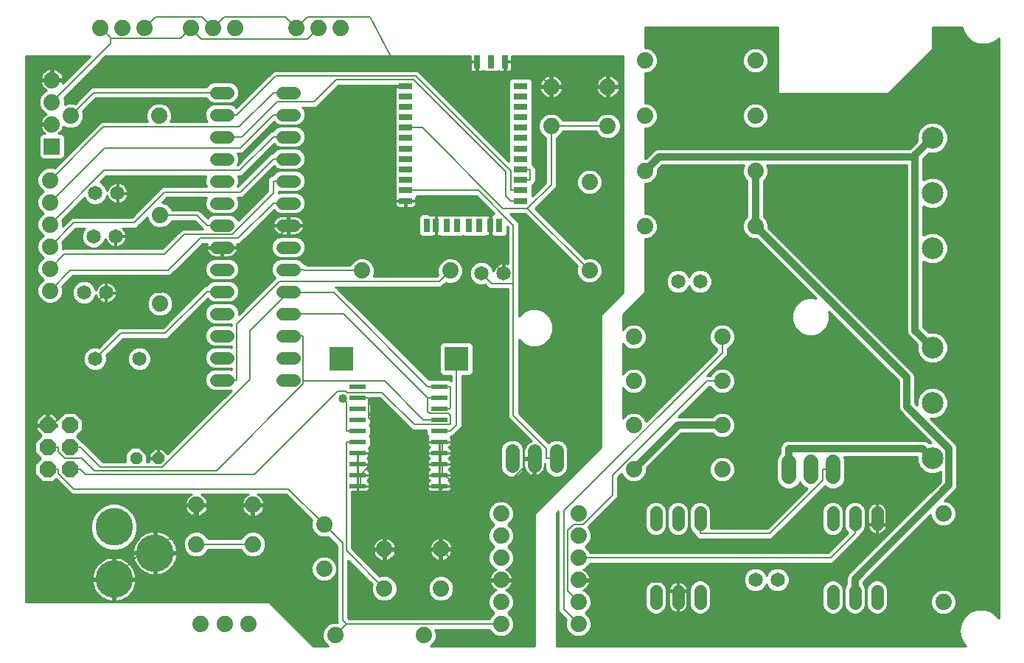
<source format=gtl>
G75*
G70*
%OFA0B0*%
%FSLAX24Y24*%
%IPPOS*%
%LPD*%
%AMOC8*
5,1,8,0,0,1.08239X$1,22.5*
%
%ADD10C,0.0560*%
%ADD11OC8,0.0740*%
%ADD12C,0.0740*%
%ADD13C,0.1700*%
%ADD14C,0.0650*%
%ADD15OC8,0.0560*%
%ADD16R,0.0630X0.0315*%
%ADD17R,0.0315X0.0630*%
%ADD18C,0.0640*%
%ADD19C,0.0680*%
%ADD20C,0.0984*%
%ADD21R,0.1095X0.1095*%
%ADD22R,0.0780X0.0209*%
%ADD23R,0.0740X0.0740*%
%ADD24C,0.0080*%
%ADD25C,0.0100*%
%ADD26C,0.0320*%
%ADD27C,0.0400*%
D10*
X009702Y013149D02*
X010262Y013149D01*
X010262Y014149D02*
X009702Y014149D01*
X009702Y015149D02*
X010262Y015149D01*
X010262Y016149D02*
X009702Y016149D01*
X009702Y017149D02*
X010262Y017149D01*
X010262Y018149D02*
X009702Y018149D01*
X009702Y019149D02*
X010262Y019149D01*
X010262Y020149D02*
X009702Y020149D01*
X009702Y021149D02*
X010262Y021149D01*
X010262Y022149D02*
X009702Y022149D01*
X009702Y023149D02*
X010262Y023149D01*
X010262Y024149D02*
X009702Y024149D01*
X009702Y025149D02*
X010262Y025149D01*
X010262Y026149D02*
X009702Y026149D01*
X012702Y026149D02*
X013262Y026149D01*
X013262Y025149D02*
X012702Y025149D01*
X012702Y024149D02*
X013262Y024149D01*
X013262Y023149D02*
X012702Y023149D01*
X012702Y022149D02*
X013262Y022149D01*
X013262Y021149D02*
X012702Y021149D01*
X012702Y020149D02*
X013262Y020149D01*
X013262Y019149D02*
X012702Y019149D01*
X012702Y018149D02*
X013262Y018149D01*
X013262Y017149D02*
X012702Y017149D01*
X012702Y016149D02*
X013262Y016149D01*
X013262Y015149D02*
X012702Y015149D01*
X012702Y014149D02*
X013262Y014149D01*
X013262Y013149D02*
X012702Y013149D01*
X029601Y007161D02*
X029601Y006601D01*
X030601Y006601D02*
X030601Y007161D01*
X031601Y007161D02*
X031601Y006601D01*
X031601Y003601D02*
X031601Y003041D01*
X030601Y003041D02*
X030601Y003601D01*
X029601Y003601D02*
X029601Y003041D01*
X037601Y003041D02*
X037601Y003601D01*
X038601Y003601D02*
X038601Y003041D01*
X039601Y003041D02*
X039601Y003601D01*
X039601Y006601D02*
X039601Y007161D01*
X038601Y007161D02*
X038601Y006601D01*
X037601Y006601D02*
X037601Y007161D01*
D11*
X003101Y009101D03*
X002101Y009101D03*
X002101Y010101D03*
X003101Y010101D03*
X003101Y011101D03*
X002101Y011101D03*
D12*
X008821Y007491D03*
X011381Y007491D03*
X011381Y005711D03*
X008821Y005711D03*
X009031Y002101D03*
X010101Y002101D03*
X011171Y002101D03*
X015101Y001601D03*
X017321Y003711D03*
X017321Y005491D03*
X019881Y005491D03*
X022601Y005101D03*
X022601Y006101D03*
X022601Y007101D03*
X026101Y007101D03*
X026101Y006101D03*
X026101Y005101D03*
X026101Y004101D03*
X026101Y003101D03*
X026101Y002101D03*
X022601Y002101D03*
X022601Y003101D03*
X022601Y004101D03*
X019881Y003711D03*
X019101Y001601D03*
X014601Y004601D03*
X014601Y006601D03*
X028601Y009101D03*
X028601Y011101D03*
X028601Y013101D03*
X028601Y015101D03*
X032601Y015101D03*
X032601Y013101D03*
X032601Y011101D03*
X032601Y009101D03*
X042601Y007101D03*
X042601Y003101D03*
X026601Y018101D03*
X029101Y020101D03*
X026601Y022101D03*
X029101Y022601D03*
X027425Y024638D03*
X029101Y025101D03*
X027425Y026418D03*
X029101Y027601D03*
X024865Y026418D03*
X024865Y024638D03*
X034101Y025101D03*
X034101Y027601D03*
X034101Y022601D03*
X034101Y020101D03*
X020304Y018090D03*
X016304Y018090D03*
X007179Y016601D03*
X002209Y017185D03*
X002209Y018185D03*
X002209Y019185D03*
X002209Y020185D03*
X002209Y021185D03*
X002209Y022185D03*
X002289Y024718D03*
X003139Y025101D03*
X002289Y025718D03*
X002289Y026718D03*
X004491Y029081D03*
X005491Y029081D03*
X006491Y029081D03*
X008571Y029061D03*
X009571Y029061D03*
X010571Y029061D03*
X013345Y029071D03*
X014345Y029071D03*
X015345Y029071D03*
X007139Y025101D03*
X007179Y020601D03*
D13*
X005101Y006494D03*
X006951Y005313D03*
X005101Y004132D03*
D14*
X004243Y014101D03*
X006243Y014101D03*
X004743Y017101D03*
X003743Y017101D03*
X004178Y019641D03*
X005178Y019641D03*
X005258Y021601D03*
X004258Y021601D03*
X021714Y017970D03*
X022714Y017970D03*
X030601Y017601D03*
X031601Y017601D03*
X034101Y004101D03*
X035101Y004101D03*
D15*
X007101Y009601D03*
X006101Y009601D03*
D16*
X018284Y021252D03*
X018284Y021725D03*
X018284Y022197D03*
X018284Y022670D03*
X018284Y023142D03*
X018284Y023615D03*
X018284Y024087D03*
X018284Y024559D03*
X018284Y025032D03*
X018284Y025504D03*
X018284Y025977D03*
X018284Y026449D03*
X023481Y026449D03*
X023481Y025977D03*
X023481Y025504D03*
X023481Y025032D03*
X023481Y024559D03*
X023481Y024087D03*
X023481Y023615D03*
X023481Y023142D03*
X023481Y022670D03*
X023481Y022197D03*
X023481Y021725D03*
X023481Y021252D03*
D17*
X022506Y020150D03*
X022103Y020150D03*
X021631Y020150D03*
X021158Y020150D03*
X020607Y020150D03*
X020135Y020150D03*
X019662Y020150D03*
X019260Y020150D03*
X021513Y027552D03*
X022143Y027552D03*
X022773Y027552D03*
D18*
X023101Y009921D02*
X023101Y009281D01*
X024101Y009281D02*
X024101Y009921D01*
X025101Y009921D02*
X025101Y009281D01*
D19*
X035601Y009441D02*
X035601Y008761D01*
X036601Y008761D02*
X036601Y009441D01*
X037601Y009441D02*
X037601Y008761D01*
D20*
X042101Y009601D03*
X042101Y012101D03*
X042101Y014601D03*
X042101Y019101D03*
X042101Y021601D03*
X042101Y024101D03*
D21*
X020582Y014101D03*
X015382Y014101D03*
D22*
X016116Y012851D03*
X016116Y012351D03*
X016116Y011851D03*
X016116Y011351D03*
X016116Y010851D03*
X016116Y010351D03*
X016116Y009851D03*
X016116Y009351D03*
X016116Y008851D03*
X016116Y008351D03*
X019805Y008351D03*
X019805Y008851D03*
X019805Y009351D03*
X019805Y009851D03*
X019805Y010351D03*
X019805Y010851D03*
X019805Y011351D03*
X019805Y011851D03*
X019805Y012351D03*
X019805Y012851D03*
D23*
X002289Y023718D03*
D24*
X003139Y025101D02*
X004187Y026149D01*
X009982Y026149D01*
X009982Y025149D02*
X010662Y025149D01*
X012410Y026897D01*
X018737Y026897D01*
X023046Y022588D01*
X023046Y021725D01*
X023481Y021725D01*
X023481Y021252D02*
X023046Y021252D01*
X022820Y021479D01*
X022820Y022560D01*
X018649Y026731D01*
X015159Y026731D01*
X014164Y025736D01*
X012469Y025736D01*
X010882Y024149D01*
X009982Y024149D01*
X010756Y024603D02*
X012302Y026149D01*
X012982Y026149D01*
X012982Y025149D02*
X012302Y025149D01*
X010802Y023649D01*
X004673Y023649D01*
X002209Y021185D01*
X002209Y022185D02*
X004627Y024603D01*
X010756Y024603D01*
X012302Y024149D02*
X012982Y024149D01*
X012302Y024149D02*
X010775Y022623D01*
X004646Y022623D01*
X002209Y020185D01*
X002209Y019185D02*
X003289Y020265D01*
X006005Y020265D01*
X007389Y021649D01*
X010802Y021649D01*
X012302Y023149D01*
X012982Y023149D01*
X012982Y022149D02*
X012302Y022149D01*
X012302Y021602D01*
X010435Y019735D01*
X008290Y019735D01*
X007392Y018837D01*
X002861Y018837D01*
X002209Y018185D01*
X003129Y018105D02*
X007548Y018105D01*
X009012Y019569D01*
X010722Y019569D01*
X012302Y021149D01*
X012982Y021149D01*
X013662Y020149D02*
X014765Y021252D01*
X017849Y021252D01*
X017849Y026449D01*
X018284Y026449D01*
X017763Y027547D02*
X021513Y027552D01*
X021513Y027157D01*
X021553Y027117D01*
X022773Y027117D01*
X022773Y027552D01*
X022773Y027117D02*
X024166Y027117D01*
X024865Y026418D01*
X027425Y026418D01*
X027425Y024638D02*
X024865Y024638D01*
X024865Y021981D01*
X023793Y020909D01*
X026601Y018101D01*
X023164Y017512D02*
X023164Y011538D01*
X024661Y010041D01*
X024661Y009601D01*
X025101Y009601D01*
X024101Y009601D02*
X023661Y009601D01*
X023661Y009216D01*
X023041Y008596D01*
X020315Y008596D01*
X020060Y008851D01*
X019933Y008851D01*
X019933Y009351D01*
X019869Y009351D01*
X019869Y009851D01*
X019805Y009851D01*
X019869Y009851D02*
X019933Y009851D01*
X019933Y010351D01*
X019869Y010351D01*
X019805Y010351D01*
X017726Y010351D01*
X017426Y010651D01*
X016626Y009851D01*
X016116Y009851D01*
X016116Y009351D02*
X016586Y009351D01*
X016626Y009391D01*
X016626Y009851D01*
X016586Y009351D02*
X016586Y009193D01*
X016244Y008851D01*
X016244Y008351D01*
X016116Y008351D01*
X016132Y008851D02*
X016116Y008851D01*
X016132Y008851D02*
X016244Y008851D01*
X016116Y010351D02*
X015606Y010351D01*
X015606Y005425D01*
X017321Y003711D01*
X015601Y002101D02*
X015446Y002255D01*
X015446Y005755D01*
X014601Y006601D01*
X012987Y008214D01*
X003274Y008214D01*
X002591Y008898D01*
X002591Y009101D01*
X002101Y009101D01*
X002888Y009601D02*
X002591Y009898D01*
X002591Y010101D01*
X002101Y010101D01*
X002888Y009601D02*
X003659Y009601D01*
X004225Y009035D01*
X009734Y009035D01*
X013662Y012963D01*
X013662Y013103D01*
X013662Y015149D01*
X012982Y015149D01*
X012982Y016149D02*
X015497Y016149D01*
X019295Y012351D01*
X019296Y012351D01*
X019356Y012351D01*
X019805Y012351D01*
X019805Y011851D02*
X020275Y011851D01*
X020315Y011891D01*
X020315Y012851D01*
X019900Y012851D01*
X019805Y012851D01*
X019295Y012851D01*
X015037Y017109D01*
X012982Y017109D01*
X012982Y017149D01*
X012982Y017109D02*
X011248Y015375D01*
X011248Y013169D01*
X007275Y009196D01*
X004496Y009196D01*
X003591Y010101D01*
X003101Y010101D01*
X003101Y009101D02*
X003591Y009101D01*
X003824Y008868D01*
X011432Y008868D01*
X015205Y012641D01*
X015572Y012641D01*
X015637Y012576D01*
X017229Y012576D01*
X018679Y011126D01*
X020266Y011126D01*
X020315Y011176D01*
X020315Y011521D01*
X020210Y011626D01*
X019366Y011626D01*
X019295Y011697D01*
X019295Y012351D01*
X019087Y011351D02*
X017335Y013103D01*
X013662Y013103D01*
X015443Y012317D02*
X015606Y012154D01*
X015606Y010851D01*
X016116Y010851D01*
X016626Y011451D02*
X016626Y012351D01*
X016116Y012351D01*
X016626Y011451D02*
X017426Y010651D01*
X019087Y011351D02*
X019805Y011351D01*
X019805Y010851D02*
X020315Y010851D01*
X020582Y011118D01*
X020582Y014101D01*
X019813Y017599D02*
X012585Y017599D01*
X010662Y015675D01*
X010662Y013149D01*
X009982Y013149D01*
X007413Y015260D02*
X005402Y015260D01*
X004243Y014101D01*
X003756Y012546D02*
X002311Y011101D01*
X002101Y011101D01*
X003756Y012546D02*
X003756Y012546D01*
X003756Y016114D01*
X004743Y017101D01*
X007254Y017101D01*
X009302Y019149D01*
X009982Y019149D01*
X012042Y019149D01*
X013042Y020149D01*
X013116Y020149D01*
X013662Y020149D01*
X013042Y020149D02*
X012982Y020149D01*
X012982Y018149D02*
X013662Y018149D01*
X013721Y018090D01*
X016304Y018090D01*
X019813Y017599D02*
X020304Y018090D01*
X021714Y017970D02*
X022171Y017512D01*
X023164Y017512D01*
X023164Y020152D01*
X021591Y021725D01*
X018284Y021725D01*
X018284Y021252D02*
X017849Y021252D01*
X018284Y021252D02*
X018719Y021252D01*
X019387Y020585D01*
X019662Y020585D01*
X019662Y020150D01*
X019662Y020585D02*
X022103Y020585D01*
X022103Y020150D01*
X022103Y018580D01*
X022714Y017970D01*
X019662Y020585D02*
X019662Y020585D01*
X022693Y020909D02*
X023793Y020909D01*
X022693Y020909D02*
X019042Y024559D01*
X018284Y024559D01*
X017763Y027547D02*
X016675Y029574D01*
X013838Y029564D01*
X013345Y029071D01*
X012855Y029561D01*
X010071Y029561D01*
X009571Y029061D01*
X009071Y029561D01*
X006971Y029561D01*
X006491Y029081D01*
X004941Y028591D02*
X008101Y028591D01*
X008571Y029061D01*
X009063Y028569D01*
X013843Y028569D01*
X014345Y029071D01*
X004941Y028631D02*
X004941Y028591D01*
X004941Y028370D01*
X002289Y025718D01*
X004941Y028631D02*
X004491Y029081D01*
X007179Y020601D02*
X008850Y020601D01*
X009302Y020149D01*
X009982Y020149D01*
X009982Y017149D02*
X009302Y017149D01*
X007413Y015260D01*
X003756Y012546D02*
X006701Y009601D01*
X007101Y009601D01*
X008821Y007491D02*
X011381Y007491D01*
X008821Y007491D02*
X008821Y007183D01*
X006951Y005313D01*
X006282Y005313D01*
X005101Y004132D01*
X008821Y005711D02*
X011381Y005711D01*
X015101Y001601D02*
X015601Y002101D01*
X022601Y002101D01*
X022601Y004101D02*
X021271Y004101D01*
X019881Y005491D01*
X019881Y008171D01*
X020060Y008351D01*
X019805Y008351D01*
X020060Y008351D02*
X020315Y008351D01*
X020315Y008596D01*
X019933Y008851D02*
X019805Y008851D01*
X019805Y009351D02*
X019869Y009351D01*
X025445Y007226D02*
X025445Y002756D01*
X026101Y002101D01*
X026101Y003101D02*
X025611Y003591D01*
X025611Y006334D01*
X025887Y006611D01*
X026304Y006611D01*
X027634Y007941D01*
X027634Y008832D01*
X031903Y013101D01*
X032601Y013101D01*
X032601Y014381D02*
X025445Y007226D01*
X026101Y005101D02*
X037501Y005101D01*
X038601Y006201D01*
X038601Y006601D01*
X039601Y006601D02*
X039601Y006201D01*
X038200Y004800D01*
X031400Y004800D01*
X030601Y004001D01*
X026201Y004001D01*
X026101Y004101D01*
X030601Y004001D02*
X030601Y003601D01*
X031601Y006201D02*
X034751Y006201D01*
X037141Y008591D01*
X037141Y009101D01*
X037601Y009101D01*
X031601Y006601D02*
X031601Y006201D01*
X019881Y005491D02*
X017321Y005491D01*
X032601Y014381D02*
X032601Y015101D01*
X023916Y022197D02*
X023481Y022197D01*
X023916Y022197D02*
X023916Y022670D01*
X023481Y022670D01*
X003129Y018105D02*
X002209Y017185D01*
D25*
X001101Y027801D02*
X001101Y003101D01*
X012101Y003101D01*
X014101Y001101D01*
X014792Y001101D01*
X014772Y001109D01*
X014609Y001272D01*
X014521Y001485D01*
X014521Y001716D01*
X014609Y001929D01*
X014772Y002092D01*
X014985Y002181D01*
X015207Y002181D01*
X015196Y002205D01*
X015196Y005652D01*
X014795Y006053D01*
X014716Y006021D01*
X014485Y006021D01*
X014272Y006109D01*
X014109Y006272D01*
X014021Y006485D01*
X014021Y006716D01*
X014053Y006795D01*
X012884Y007964D01*
X011597Y007964D01*
X011653Y007936D01*
X011720Y007887D01*
X011777Y007830D01*
X011826Y007763D01*
X011863Y007690D01*
X011888Y007613D01*
X011899Y007541D01*
X011431Y007541D01*
X011431Y007441D01*
X011899Y007441D01*
X011888Y007369D01*
X011863Y007291D01*
X011826Y007218D01*
X011777Y007152D01*
X011720Y007094D01*
X011653Y007046D01*
X011580Y007009D01*
X011503Y006984D01*
X011431Y006972D01*
X011431Y007441D01*
X011331Y007441D01*
X011331Y006972D01*
X011259Y006984D01*
X011181Y007009D01*
X011108Y007046D01*
X011042Y007094D01*
X010984Y007152D01*
X010936Y007218D01*
X010899Y007291D01*
X010874Y007369D01*
X010862Y007441D01*
X011331Y007441D01*
X011331Y007541D01*
X010862Y007541D01*
X010874Y007613D01*
X010899Y007690D01*
X010936Y007763D01*
X010984Y007830D01*
X011042Y007887D01*
X011108Y007936D01*
X011165Y007964D01*
X009037Y007964D01*
X009093Y007936D01*
X009160Y007887D01*
X009217Y007830D01*
X009266Y007763D01*
X009303Y007690D01*
X009328Y007613D01*
X009339Y007541D01*
X008871Y007541D01*
X008871Y007441D01*
X009339Y007441D01*
X009328Y007369D01*
X009303Y007291D01*
X009266Y007218D01*
X009217Y007152D01*
X009160Y007094D01*
X009093Y007046D01*
X009020Y007009D01*
X008943Y006984D01*
X008871Y006972D01*
X008871Y007441D01*
X008771Y007441D01*
X008771Y006972D01*
X008699Y006984D01*
X008621Y007009D01*
X008548Y007046D01*
X008482Y007094D01*
X008424Y007152D01*
X008376Y007218D01*
X008339Y007291D01*
X008314Y007369D01*
X008302Y007441D01*
X008771Y007441D01*
X008771Y007541D01*
X008302Y007541D01*
X008314Y007613D01*
X008339Y007690D01*
X008376Y007763D01*
X008424Y007830D01*
X008482Y007887D01*
X008548Y007936D01*
X008605Y007964D01*
X003324Y007964D01*
X003225Y007964D01*
X003133Y008002D01*
X002478Y008657D01*
X002341Y008521D01*
X001861Y008521D01*
X001521Y008861D01*
X001521Y009341D01*
X001781Y009601D01*
X001521Y009861D01*
X001521Y010341D01*
X001823Y010643D01*
X001581Y010885D01*
X001581Y011051D01*
X002051Y011051D01*
X002051Y011151D01*
X002051Y011621D01*
X001885Y011621D01*
X001581Y011316D01*
X001581Y011151D01*
X002051Y011151D01*
X002151Y011151D01*
X002151Y011621D01*
X002316Y011621D01*
X002558Y011379D01*
X002861Y011681D01*
X003341Y011681D01*
X003681Y011341D01*
X003681Y010861D01*
X003421Y010601D01*
X003681Y010341D01*
X003681Y010334D01*
X003732Y010313D01*
X003803Y010242D01*
X004599Y009446D01*
X005611Y009446D01*
X005611Y009804D01*
X005898Y010091D01*
X006304Y010091D01*
X006591Y009804D01*
X006591Y009446D01*
X006671Y009446D01*
X006671Y009571D01*
X007071Y009571D01*
X007071Y009631D01*
X007071Y010031D01*
X006923Y010031D01*
X006671Y009779D01*
X006671Y009631D01*
X007071Y009631D01*
X007131Y009631D01*
X007131Y010031D01*
X007279Y010031D01*
X007518Y009792D01*
X010402Y012677D01*
X010359Y012659D01*
X009604Y012659D01*
X009424Y012733D01*
X009286Y012871D01*
X009212Y013051D01*
X009212Y013246D01*
X009286Y013426D01*
X009424Y013564D01*
X009604Y013639D01*
X010359Y013639D01*
X010412Y013617D01*
X010412Y013681D01*
X010359Y013659D01*
X009604Y013659D01*
X009424Y013733D01*
X009286Y013871D01*
X009212Y014051D01*
X009212Y014246D01*
X009286Y014426D01*
X009424Y014564D01*
X009604Y014639D01*
X010359Y014639D01*
X010412Y014617D01*
X010412Y014681D01*
X010359Y014659D01*
X009604Y014659D01*
X009424Y014733D01*
X009286Y014871D01*
X009212Y015051D01*
X009212Y015246D01*
X009286Y015426D01*
X009424Y015564D01*
X009604Y015639D01*
X010359Y015639D01*
X010412Y015617D01*
X010412Y015681D01*
X010359Y015659D01*
X009604Y015659D01*
X009424Y015733D01*
X009286Y015871D01*
X009212Y016051D01*
X009212Y016246D01*
X009286Y016426D01*
X009424Y016564D01*
X009604Y016639D01*
X010359Y016639D01*
X010539Y016564D01*
X010677Y016426D01*
X010752Y016246D01*
X010752Y016119D01*
X012395Y017762D01*
X012286Y017871D01*
X012212Y018051D01*
X012212Y018246D01*
X012286Y018426D01*
X012424Y018564D01*
X012604Y018639D01*
X013359Y018639D01*
X013539Y018564D01*
X013677Y018426D01*
X013689Y018399D01*
X013712Y018399D01*
X013803Y018361D01*
X013824Y018340D01*
X015780Y018340D01*
X015812Y018418D01*
X015975Y018581D01*
X016188Y018670D01*
X016419Y018670D01*
X016632Y018581D01*
X016795Y018418D01*
X016884Y018205D01*
X016884Y017974D01*
X016832Y017849D01*
X019709Y017849D01*
X019756Y017896D01*
X019724Y017974D01*
X019724Y018205D01*
X019812Y018418D01*
X019975Y018581D01*
X020188Y018670D01*
X020419Y018670D01*
X020632Y018581D01*
X020795Y018418D01*
X020884Y018205D01*
X020884Y017974D01*
X020795Y017761D01*
X020632Y017598D01*
X020419Y017510D01*
X020188Y017510D01*
X020110Y017542D01*
X020025Y017457D01*
X019954Y017387D01*
X019863Y017349D01*
X015111Y017349D01*
X015179Y017321D01*
X015249Y017250D01*
X019335Y013165D01*
X020282Y013165D01*
X020332Y013115D01*
X020332Y013343D01*
X019947Y013343D01*
X019824Y013466D01*
X019824Y014735D01*
X019947Y014858D01*
X021216Y014858D01*
X021339Y014735D01*
X021339Y013466D01*
X021216Y013343D01*
X020832Y013343D01*
X020832Y011068D01*
X020794Y010976D01*
X020723Y010906D01*
X020457Y010639D01*
X020365Y010601D01*
X020346Y010601D01*
X020304Y010558D01*
X020315Y010547D01*
X020335Y010513D01*
X020345Y010475D01*
X020345Y010353D01*
X019808Y010353D01*
X019808Y010349D01*
X022780Y010349D01*
X022801Y010370D02*
X022651Y010221D01*
X022571Y010026D01*
X022571Y009175D01*
X022651Y008981D01*
X022801Y008831D01*
X022995Y008751D01*
X023206Y008751D01*
X023401Y008831D01*
X023550Y008981D01*
X023631Y009175D01*
X023631Y010026D01*
X023550Y010221D01*
X023401Y010370D01*
X023206Y010451D01*
X022995Y010451D01*
X022801Y010370D01*
X022681Y010251D02*
X020345Y010251D01*
X020345Y010227D02*
X020345Y010349D01*
X019808Y010349D01*
X019807Y010348D02*
X019807Y010096D01*
X019807Y009853D01*
X019803Y009853D01*
X019803Y009849D01*
X019266Y009849D01*
X019266Y009727D01*
X019276Y009689D01*
X019295Y009654D01*
X019323Y009626D01*
X019358Y009607D01*
X019380Y009601D01*
X019358Y009595D01*
X019323Y009575D01*
X019295Y009547D01*
X019276Y009513D01*
X019266Y009475D01*
X019266Y009353D01*
X019803Y009353D01*
X019803Y009349D01*
X019266Y009349D01*
X019266Y009227D01*
X019276Y009189D01*
X019295Y009154D01*
X019323Y009126D01*
X019358Y009107D01*
X019380Y009101D01*
X019358Y009095D01*
X019323Y009075D01*
X019295Y009047D01*
X019276Y009013D01*
X019266Y008975D01*
X019266Y008853D01*
X019803Y008853D01*
X019803Y008849D01*
X019266Y008849D01*
X019266Y008727D01*
X019276Y008689D01*
X019295Y008654D01*
X019323Y008626D01*
X019358Y008607D01*
X019380Y008601D01*
X019358Y008595D01*
X019323Y008575D01*
X019295Y008547D01*
X019276Y008513D01*
X019266Y008475D01*
X019266Y008353D01*
X019803Y008353D01*
X019803Y008349D01*
X019266Y008349D01*
X019266Y008227D01*
X019276Y008189D01*
X019295Y008154D01*
X019323Y008126D01*
X019358Y008107D01*
X019396Y008096D01*
X019803Y008096D01*
X019803Y008348D01*
X019807Y008348D01*
X019807Y008096D01*
X020215Y008096D01*
X020253Y008107D01*
X020287Y008126D01*
X020315Y008154D01*
X020335Y008189D01*
X020345Y008227D01*
X020345Y008349D01*
X019808Y008349D01*
X019808Y008353D01*
X020345Y008353D01*
X020345Y008475D01*
X020335Y008513D01*
X020315Y008547D01*
X020287Y008575D01*
X020253Y008595D01*
X020231Y008601D01*
X020253Y008607D01*
X020287Y008626D01*
X020315Y008654D01*
X020335Y008689D01*
X020345Y008727D01*
X020345Y008849D01*
X019808Y008849D01*
X019808Y008853D01*
X020345Y008853D01*
X020345Y008975D01*
X020335Y009013D01*
X020315Y009047D01*
X020287Y009075D01*
X020253Y009095D01*
X020231Y009101D01*
X020253Y009107D01*
X020287Y009126D01*
X020315Y009154D01*
X020335Y009189D01*
X020345Y009227D01*
X020345Y009349D01*
X019808Y009349D01*
X019808Y009353D01*
X020345Y009353D01*
X020345Y009475D01*
X020335Y009513D01*
X020315Y009547D01*
X020287Y009575D01*
X020253Y009595D01*
X020231Y009601D01*
X020253Y009607D01*
X020287Y009626D01*
X020315Y009654D01*
X020335Y009689D01*
X020345Y009727D01*
X020345Y009849D01*
X019808Y009849D01*
X019808Y009853D01*
X020345Y009853D01*
X020345Y009975D01*
X020335Y010013D01*
X020315Y010047D01*
X020287Y010075D01*
X020253Y010095D01*
X020231Y010101D01*
X020253Y010107D01*
X020287Y010126D01*
X020315Y010154D01*
X020335Y010189D01*
X020345Y010227D01*
X020313Y010152D02*
X022623Y010152D01*
X022582Y010054D02*
X020309Y010054D01*
X020345Y009955D02*
X022571Y009955D01*
X022571Y009857D02*
X020345Y009857D01*
X020345Y009758D02*
X022571Y009758D01*
X022571Y009659D02*
X020318Y009659D01*
X020301Y009561D02*
X022571Y009561D01*
X022571Y009462D02*
X020345Y009462D01*
X020345Y009364D02*
X022571Y009364D01*
X022571Y009265D02*
X020345Y009265D01*
X020322Y009167D02*
X022574Y009167D01*
X022615Y009068D02*
X020294Y009068D01*
X020345Y008970D02*
X022662Y008970D01*
X022761Y008871D02*
X020345Y008871D01*
X020345Y008773D02*
X022943Y008773D01*
X023259Y008773D02*
X024943Y008773D01*
X024995Y008751D02*
X024801Y008831D01*
X024651Y008981D01*
X024571Y009175D01*
X024571Y009367D01*
X024571Y009367D01*
X024571Y009244D01*
X024559Y009171D01*
X024536Y009100D01*
X024503Y009034D01*
X024459Y008975D01*
X024407Y008922D01*
X024347Y008879D01*
X024281Y008845D01*
X024211Y008822D01*
X024151Y008813D01*
X024151Y009551D01*
X024051Y009551D01*
X024051Y008813D01*
X023991Y008822D01*
X023920Y008845D01*
X023854Y008879D01*
X023795Y008922D01*
X023742Y008975D01*
X023699Y009034D01*
X023665Y009100D01*
X023642Y009171D01*
X023631Y009244D01*
X023631Y009551D01*
X024051Y009551D01*
X024051Y009651D01*
X023631Y009651D01*
X023631Y009958D01*
X023642Y010031D01*
X023665Y010101D01*
X023699Y010167D01*
X023742Y010227D01*
X023795Y010279D01*
X023854Y010323D01*
X023920Y010356D01*
X023974Y010374D01*
X023022Y011326D01*
X022952Y011396D01*
X022914Y011488D01*
X022914Y017262D01*
X022122Y017262D01*
X022030Y017300D01*
X021959Y017371D01*
X021873Y017457D01*
X021820Y017435D01*
X021607Y017435D01*
X021411Y017516D01*
X021260Y017667D01*
X021179Y017863D01*
X021179Y018076D01*
X021260Y018273D01*
X021411Y018423D01*
X021607Y018505D01*
X021820Y018505D01*
X022017Y018423D01*
X022167Y018273D01*
X022249Y018076D01*
X022249Y018070D01*
X022250Y018081D01*
X022274Y018152D01*
X022308Y018219D01*
X022351Y018279D01*
X022404Y018332D01*
X022465Y018376D01*
X022531Y018410D01*
X022603Y018433D01*
X022676Y018445D01*
X022695Y018445D01*
X022695Y017989D01*
X022733Y017989D01*
X022733Y018445D01*
X022751Y018445D01*
X022825Y018433D01*
X022896Y018410D01*
X022914Y018401D01*
X022914Y020048D01*
X022873Y020089D01*
X022873Y019748D01*
X022750Y019625D01*
X022261Y019625D01*
X022201Y019685D01*
X022132Y019685D01*
X022132Y020121D01*
X022074Y020121D01*
X022074Y019685D01*
X021935Y019685D01*
X021875Y019625D01*
X021386Y019625D01*
X020914Y019625D01*
X020883Y019656D01*
X020852Y019625D01*
X020363Y019625D01*
X019890Y019625D01*
X019830Y019685D01*
X019691Y019685D01*
X019691Y020121D01*
X019633Y020121D01*
X019633Y019685D01*
X019564Y019685D01*
X019504Y019625D01*
X019015Y019625D01*
X018892Y019748D01*
X018892Y020552D01*
X019015Y020675D01*
X019504Y020675D01*
X019564Y020615D01*
X019633Y020615D01*
X019633Y020179D01*
X019691Y020179D01*
X019691Y020615D01*
X019830Y020615D01*
X019890Y020675D01*
X020363Y020675D01*
X020852Y020675D01*
X020883Y020644D01*
X020914Y020675D01*
X021386Y020675D01*
X021875Y020675D01*
X021935Y020615D01*
X022074Y020615D01*
X022074Y020179D01*
X022132Y020179D01*
X022132Y020615D01*
X022201Y020615D01*
X022261Y020675D01*
X022287Y020675D01*
X021487Y021475D01*
X018804Y021475D01*
X018749Y021420D01*
X018749Y021281D01*
X018313Y021281D01*
X018313Y021224D01*
X018749Y021224D01*
X018749Y021075D01*
X018739Y021037D01*
X018719Y021003D01*
X018691Y020975D01*
X018657Y020955D01*
X018619Y020945D01*
X018313Y020945D01*
X018313Y021223D01*
X018256Y021223D01*
X018256Y020945D01*
X017950Y020945D01*
X017911Y020955D01*
X017877Y020975D01*
X017849Y021003D01*
X017830Y021037D01*
X017819Y021075D01*
X017819Y021224D01*
X018255Y021224D01*
X018255Y021281D01*
X017819Y021281D01*
X017819Y021420D01*
X017759Y021480D01*
X017759Y021969D01*
X017759Y022442D01*
X017759Y022914D01*
X017759Y023387D01*
X017759Y023859D01*
X017759Y024331D01*
X017759Y024804D01*
X017759Y025276D01*
X017759Y025749D01*
X017759Y026221D01*
X017819Y026281D01*
X017819Y026420D01*
X018255Y026420D01*
X018255Y026478D01*
X017819Y026478D01*
X017819Y026481D01*
X015263Y026481D01*
X014306Y025524D01*
X014214Y025486D01*
X014114Y025486D01*
X013618Y025486D01*
X013677Y025426D01*
X013752Y025246D01*
X013752Y025051D01*
X013677Y024871D01*
X013539Y024733D01*
X013359Y024659D01*
X012604Y024659D01*
X012424Y024733D01*
X012332Y024826D01*
X010943Y023437D01*
X010851Y023399D01*
X010752Y023399D01*
X010689Y023399D01*
X010752Y023246D01*
X010752Y023051D01*
X010682Y022882D01*
X012090Y024290D01*
X012090Y024290D01*
X012160Y024361D01*
X012252Y024399D01*
X012275Y024399D01*
X012286Y024426D01*
X012424Y024564D01*
X012604Y024639D01*
X013359Y024639D01*
X013539Y024564D01*
X013677Y024426D01*
X013752Y024246D01*
X013752Y024051D01*
X013677Y023871D01*
X013539Y023733D01*
X013359Y023659D01*
X012604Y023659D01*
X012424Y023733D01*
X012332Y023826D01*
X010987Y022481D01*
X010917Y022411D01*
X010825Y022373D01*
X010699Y022373D01*
X010752Y022246D01*
X010752Y022051D01*
X010689Y021899D01*
X010698Y021899D01*
X012090Y023290D01*
X012090Y023290D01*
X012160Y023361D01*
X012252Y023399D01*
X012275Y023399D01*
X012286Y023426D01*
X012424Y023564D01*
X012604Y023639D01*
X013359Y023639D01*
X013539Y023564D01*
X013677Y023426D01*
X013752Y023246D01*
X013752Y023051D01*
X013677Y022871D01*
X013539Y022733D01*
X013359Y022659D01*
X012604Y022659D01*
X012424Y022733D01*
X012332Y022826D01*
X011014Y021507D01*
X011014Y021507D01*
X010943Y021437D01*
X010851Y021399D01*
X010689Y021399D01*
X010752Y021246D01*
X010752Y021051D01*
X010677Y020871D01*
X010539Y020733D01*
X010359Y020659D01*
X009604Y020659D01*
X009424Y020733D01*
X009286Y020871D01*
X009212Y021051D01*
X009212Y021246D01*
X009275Y021399D01*
X007492Y021399D01*
X007274Y021181D01*
X007294Y021181D01*
X007507Y021092D01*
X007670Y020929D01*
X007703Y020851D01*
X008800Y020851D01*
X008899Y020851D01*
X008991Y020813D01*
X009332Y020472D01*
X009424Y020564D01*
X009604Y020639D01*
X010359Y020639D01*
X010539Y020564D01*
X010677Y020426D01*
X010705Y020359D01*
X012052Y021706D01*
X012052Y022099D01*
X012052Y022199D01*
X012090Y022290D01*
X012160Y022361D01*
X012252Y022399D01*
X012275Y022399D01*
X012286Y022426D01*
X012424Y022564D01*
X012604Y022639D01*
X013359Y022639D01*
X013539Y022564D01*
X013677Y022426D01*
X013752Y022246D01*
X013752Y022051D01*
X013677Y021871D01*
X013539Y021733D01*
X013359Y021659D01*
X012604Y021659D01*
X012552Y021681D01*
X012552Y021652D01*
X012552Y021617D01*
X012604Y021639D01*
X013359Y021639D01*
X013539Y021564D01*
X013677Y021426D01*
X013752Y021246D01*
X013752Y021051D01*
X013677Y020871D01*
X013539Y020733D01*
X013359Y020659D01*
X012604Y020659D01*
X012424Y020733D01*
X012332Y020826D01*
X010863Y019357D01*
X010771Y019319D01*
X010672Y019319D01*
X010658Y019319D01*
X010660Y019314D01*
X010681Y019249D01*
X010692Y019183D01*
X010692Y019179D01*
X010012Y019179D01*
X010012Y019119D01*
X010692Y019119D01*
X010692Y019115D01*
X010681Y019048D01*
X010660Y018984D01*
X010629Y018923D01*
X012265Y018923D01*
X012286Y018871D02*
X012424Y018733D01*
X012604Y018659D01*
X013359Y018659D01*
X013539Y018733D01*
X013677Y018871D01*
X013752Y019051D01*
X013752Y019246D01*
X013677Y019426D01*
X013539Y019564D01*
X013359Y019639D01*
X012604Y019639D01*
X012424Y019564D01*
X012286Y019426D01*
X012212Y019246D01*
X012212Y019051D01*
X012286Y018871D01*
X012334Y018824D02*
X010545Y018824D01*
X010542Y018821D02*
X010590Y018869D01*
X010629Y018923D01*
X010672Y019021D02*
X012224Y019021D01*
X012212Y019120D02*
X010012Y019120D01*
X010012Y019119D02*
X010012Y018719D01*
X010296Y018719D01*
X010362Y018729D01*
X010427Y018750D01*
X010487Y018781D01*
X010542Y018821D01*
X010338Y018725D02*
X012443Y018725D01*
X012576Y018627D02*
X010388Y018627D01*
X010359Y018639D02*
X010539Y018564D01*
X010677Y018426D01*
X010752Y018246D01*
X010752Y018051D01*
X010677Y017871D01*
X010539Y017733D01*
X010359Y017659D01*
X009604Y017659D01*
X009424Y017733D01*
X009286Y017871D01*
X009212Y018051D01*
X009212Y018246D01*
X009286Y018426D01*
X009424Y018564D01*
X009604Y018639D01*
X010359Y018639D01*
X010575Y018528D02*
X012388Y018528D01*
X012290Y018430D02*
X010674Y018430D01*
X010716Y018331D02*
X012247Y018331D01*
X012212Y018233D02*
X010752Y018233D01*
X010752Y018134D02*
X012212Y018134D01*
X012218Y018036D02*
X010745Y018036D01*
X010704Y017937D02*
X012259Y017937D01*
X012319Y017839D02*
X010645Y017839D01*
X010546Y017740D02*
X012373Y017740D01*
X012274Y017641D02*
X003019Y017641D01*
X002920Y017543D02*
X003428Y017543D01*
X003440Y017554D02*
X003289Y017404D01*
X003208Y017207D01*
X003208Y016994D01*
X003289Y016798D01*
X003440Y016647D01*
X003636Y016566D01*
X003849Y016566D01*
X004046Y016647D01*
X004196Y016798D01*
X004278Y016994D01*
X004278Y017001D01*
X004279Y016990D01*
X004303Y016918D01*
X004336Y016852D01*
X004380Y016791D01*
X004433Y016738D01*
X004494Y016695D01*
X004560Y016661D01*
X004631Y016637D01*
X004705Y016626D01*
X004724Y016626D01*
X004724Y017082D01*
X004762Y017082D01*
X004762Y017120D01*
X005218Y017120D01*
X005218Y017138D01*
X005206Y017212D01*
X005183Y017283D01*
X005149Y017350D01*
X005105Y017410D01*
X005052Y017463D01*
X004992Y017507D01*
X004925Y017541D01*
X004854Y017564D01*
X004780Y017576D01*
X004762Y017576D01*
X004762Y017120D01*
X004724Y017120D01*
X004724Y017576D01*
X004705Y017576D01*
X004631Y017564D01*
X004560Y017541D01*
X004494Y017507D01*
X004433Y017463D01*
X004380Y017410D01*
X004336Y017350D01*
X004303Y017283D01*
X004279Y017212D01*
X004278Y017201D01*
X004278Y017207D01*
X004196Y017404D01*
X004046Y017554D01*
X003849Y017636D01*
X003636Y017636D01*
X003440Y017554D01*
X003330Y017444D02*
X002822Y017444D01*
X002756Y017379D02*
X003232Y017855D01*
X007498Y017855D01*
X007597Y017855D01*
X007689Y017893D01*
X009115Y019319D01*
X009306Y019319D01*
X009303Y019314D01*
X009282Y019249D01*
X009272Y019183D01*
X009272Y019179D01*
X009951Y019179D01*
X009951Y019119D01*
X009272Y019119D01*
X009272Y019115D01*
X009282Y019048D01*
X009303Y018984D01*
X009334Y018923D01*
X009374Y018869D01*
X009422Y018821D01*
X009476Y018781D01*
X009537Y018750D01*
X009601Y018729D01*
X009668Y018719D01*
X009952Y018719D01*
X009952Y019119D01*
X010012Y019119D01*
X009951Y019120D02*
X008916Y019120D01*
X009015Y019218D02*
X009277Y019218D01*
X009305Y019317D02*
X009113Y019317D01*
X009291Y019021D02*
X008817Y019021D01*
X008719Y018923D02*
X009335Y018923D01*
X009418Y018824D02*
X008620Y018824D01*
X008522Y018725D02*
X009626Y018725D01*
X009576Y018627D02*
X008423Y018627D01*
X008325Y018528D02*
X009388Y018528D01*
X009290Y018430D02*
X008226Y018430D01*
X008128Y018331D02*
X009247Y018331D01*
X009212Y018233D02*
X008029Y018233D01*
X007931Y018134D02*
X009212Y018134D01*
X009218Y018036D02*
X007832Y018036D01*
X007734Y017937D02*
X009259Y017937D01*
X009319Y017839D02*
X003216Y017839D01*
X003117Y017740D02*
X009418Y017740D01*
X009424Y017564D02*
X009286Y017426D01*
X009275Y017399D01*
X009252Y017399D01*
X009160Y017361D01*
X007309Y015510D01*
X005452Y015510D01*
X005352Y015510D01*
X005260Y015472D01*
X004402Y014614D01*
X004349Y014636D01*
X004136Y014636D01*
X003940Y014554D01*
X003789Y014404D01*
X003708Y014207D01*
X003708Y013994D01*
X003789Y013798D01*
X001101Y013798D01*
X001101Y013700D02*
X003887Y013700D01*
X003940Y013647D02*
X003789Y013798D01*
X003748Y013897D02*
X001101Y013897D01*
X001101Y013995D02*
X003708Y013995D01*
X003708Y014094D02*
X001101Y014094D01*
X001101Y014192D02*
X003708Y014192D01*
X003743Y014291D02*
X001101Y014291D01*
X001101Y014390D02*
X003783Y014390D01*
X003874Y014488D02*
X001101Y014488D01*
X001101Y014587D02*
X004018Y014587D01*
X004474Y014685D02*
X001101Y014685D01*
X001101Y014784D02*
X004572Y014784D01*
X004671Y014882D02*
X001101Y014882D01*
X001101Y014981D02*
X004769Y014981D01*
X004868Y015079D02*
X001101Y015079D01*
X001101Y015178D02*
X004966Y015178D01*
X005065Y015276D02*
X001101Y015276D01*
X001101Y015375D02*
X005164Y015375D01*
X005264Y015474D02*
X001101Y015474D01*
X001101Y015572D02*
X007372Y015572D01*
X007470Y015671D02*
X001101Y015671D01*
X001101Y015769D02*
X007569Y015769D01*
X007667Y015868D02*
X001101Y015868D01*
X001101Y015966D02*
X007766Y015966D01*
X007864Y016065D02*
X007400Y016065D01*
X007294Y016021D02*
X007507Y016109D01*
X007670Y016272D01*
X007759Y016485D01*
X007759Y016716D01*
X007670Y016929D01*
X007507Y017092D01*
X007294Y017181D01*
X007063Y017181D01*
X006850Y017092D01*
X006687Y016929D01*
X006599Y016716D01*
X006599Y016485D01*
X006687Y016272D01*
X006850Y016109D01*
X007063Y016021D01*
X007294Y016021D01*
X007562Y016163D02*
X007963Y016163D01*
X008061Y016262D02*
X007660Y016262D01*
X007707Y016360D02*
X008160Y016360D01*
X008258Y016459D02*
X007748Y016459D01*
X007759Y016558D02*
X008357Y016558D01*
X008456Y016656D02*
X007759Y016656D01*
X007743Y016755D02*
X008554Y016755D01*
X008653Y016853D02*
X007702Y016853D01*
X007648Y016952D02*
X008751Y016952D01*
X008850Y017050D02*
X007549Y017050D01*
X007371Y017149D02*
X008948Y017149D01*
X009047Y017247D02*
X005195Y017247D01*
X005216Y017149D02*
X006986Y017149D01*
X006808Y017050D02*
X005216Y017050D01*
X005218Y017063D02*
X005218Y017082D01*
X004762Y017082D01*
X004762Y016626D01*
X004780Y016626D01*
X004854Y016637D01*
X004925Y016661D01*
X004992Y016695D01*
X005052Y016738D01*
X005105Y016791D01*
X005149Y016852D01*
X005183Y016918D01*
X005206Y016990D01*
X005218Y017063D01*
X005194Y016952D02*
X006709Y016952D01*
X006656Y016853D02*
X005150Y016853D01*
X005068Y016755D02*
X006615Y016755D01*
X006599Y016656D02*
X004911Y016656D01*
X004762Y016656D02*
X004724Y016656D01*
X004724Y016755D02*
X004762Y016755D01*
X004762Y016853D02*
X004724Y016853D01*
X004724Y016952D02*
X004762Y016952D01*
X004762Y017050D02*
X004724Y017050D01*
X004724Y017149D02*
X004762Y017149D01*
X004762Y017247D02*
X004724Y017247D01*
X004724Y017346D02*
X004762Y017346D01*
X004762Y017444D02*
X004724Y017444D01*
X004724Y017543D02*
X004762Y017543D01*
X004919Y017543D02*
X009403Y017543D01*
X009424Y017564D02*
X009604Y017639D01*
X010359Y017639D01*
X010539Y017564D01*
X010677Y017426D01*
X010752Y017246D01*
X010752Y017051D01*
X010677Y016871D01*
X010539Y016733D01*
X010359Y016659D01*
X009604Y016659D01*
X009424Y016733D01*
X009332Y016826D01*
X007625Y015118D01*
X007554Y015048D01*
X007463Y015010D01*
X005505Y015010D01*
X004756Y014260D01*
X004778Y014207D01*
X004778Y013994D01*
X004696Y013798D01*
X004546Y013647D01*
X004349Y013566D01*
X004136Y013566D01*
X003940Y013647D01*
X004051Y013601D02*
X001101Y013601D01*
X001101Y013503D02*
X009363Y013503D01*
X009277Y013404D02*
X001101Y013404D01*
X001101Y013306D02*
X009236Y013306D01*
X009212Y013207D02*
X001101Y013207D01*
X001101Y013109D02*
X009212Y013109D01*
X009229Y013010D02*
X001101Y013010D01*
X001101Y012911D02*
X009270Y012911D01*
X009345Y012813D02*
X001101Y012813D01*
X001101Y012714D02*
X009470Y012714D01*
X009947Y012222D02*
X001101Y012222D01*
X001101Y012320D02*
X010046Y012320D01*
X010144Y012419D02*
X001101Y012419D01*
X001101Y012517D02*
X010243Y012517D01*
X010341Y012616D02*
X001101Y012616D01*
X001101Y012123D02*
X009849Y012123D01*
X009750Y012025D02*
X001101Y012025D01*
X001101Y011926D02*
X009652Y011926D01*
X009553Y011827D02*
X001101Y011827D01*
X001101Y011729D02*
X009455Y011729D01*
X009356Y011630D02*
X003391Y011630D01*
X003490Y011532D02*
X009258Y011532D01*
X009159Y011433D02*
X003588Y011433D01*
X003681Y011335D02*
X009060Y011335D01*
X008962Y011236D02*
X003681Y011236D01*
X003681Y011138D02*
X008863Y011138D01*
X008765Y011039D02*
X003681Y011039D01*
X003681Y010941D02*
X008666Y010941D01*
X008568Y010842D02*
X003662Y010842D01*
X003564Y010743D02*
X008469Y010743D01*
X008371Y010645D02*
X003465Y010645D01*
X003475Y010546D02*
X008272Y010546D01*
X008174Y010448D02*
X003574Y010448D01*
X003672Y010349D02*
X008075Y010349D01*
X007976Y010251D02*
X003794Y010251D01*
X003893Y010152D02*
X007878Y010152D01*
X007779Y010054D02*
X006341Y010054D01*
X006439Y009955D02*
X006847Y009955D01*
X006749Y009857D02*
X006538Y009857D01*
X006591Y009758D02*
X006671Y009758D01*
X006671Y009659D02*
X006591Y009659D01*
X006591Y009561D02*
X006671Y009561D01*
X006671Y009462D02*
X006591Y009462D01*
X007071Y009659D02*
X007131Y009659D01*
X007131Y009758D02*
X007071Y009758D01*
X007071Y009857D02*
X007131Y009857D01*
X007131Y009955D02*
X007071Y009955D01*
X007354Y009955D02*
X007681Y009955D01*
X007582Y009857D02*
X007453Y009857D01*
X005861Y010054D02*
X003991Y010054D01*
X004090Y009955D02*
X005762Y009955D01*
X005664Y009857D02*
X004189Y009857D01*
X004287Y009758D02*
X005611Y009758D01*
X005611Y009659D02*
X004386Y009659D01*
X004484Y009561D02*
X005611Y009561D01*
X005611Y009462D02*
X004583Y009462D01*
X003052Y008083D02*
X001101Y008083D01*
X001101Y008181D02*
X002954Y008181D01*
X002855Y008280D02*
X001101Y008280D01*
X001101Y008378D02*
X002757Y008378D01*
X002658Y008477D02*
X001101Y008477D01*
X001101Y008576D02*
X001806Y008576D01*
X001707Y008674D02*
X001101Y008674D01*
X001101Y008773D02*
X001609Y008773D01*
X001521Y008871D02*
X001101Y008871D01*
X001101Y008970D02*
X001521Y008970D01*
X001521Y009068D02*
X001101Y009068D01*
X001101Y009167D02*
X001521Y009167D01*
X001521Y009265D02*
X001101Y009265D01*
X001101Y009364D02*
X001544Y009364D01*
X001642Y009462D02*
X001101Y009462D01*
X001101Y009561D02*
X001741Y009561D01*
X001722Y009659D02*
X001101Y009659D01*
X001101Y009758D02*
X001623Y009758D01*
X001525Y009857D02*
X001101Y009857D01*
X001101Y009955D02*
X001521Y009955D01*
X001521Y010054D02*
X001101Y010054D01*
X001101Y010152D02*
X001521Y010152D01*
X001521Y010251D02*
X001101Y010251D01*
X001101Y010349D02*
X001529Y010349D01*
X001628Y010448D02*
X001101Y010448D01*
X001101Y010546D02*
X001726Y010546D01*
X001821Y010645D02*
X001101Y010645D01*
X001101Y010743D02*
X001723Y010743D01*
X001624Y010842D02*
X001101Y010842D01*
X001101Y010941D02*
X001581Y010941D01*
X001581Y011039D02*
X001101Y011039D01*
X001101Y011138D02*
X002051Y011138D01*
X002051Y011236D02*
X002151Y011236D01*
X002151Y011151D02*
X002521Y011151D01*
X002521Y011051D01*
X002151Y011051D01*
X002151Y011151D01*
X002151Y011138D02*
X002521Y011138D01*
X002504Y011433D02*
X002613Y011433D01*
X002712Y011532D02*
X002405Y011532D01*
X002151Y011532D02*
X002051Y011532D01*
X002051Y011433D02*
X002151Y011433D01*
X002151Y011335D02*
X002051Y011335D01*
X001796Y011532D02*
X001101Y011532D01*
X001101Y011630D02*
X002810Y011630D01*
X001698Y011433D02*
X001101Y011433D01*
X001101Y011335D02*
X001599Y011335D01*
X001581Y011236D02*
X001101Y011236D01*
X004435Y013601D02*
X006051Y013601D01*
X006136Y013566D02*
X006349Y013566D01*
X006546Y013647D01*
X006696Y013798D01*
X006778Y013994D01*
X006778Y014207D01*
X006696Y014404D01*
X006546Y014554D01*
X006349Y014636D01*
X006136Y014636D01*
X005940Y014554D01*
X005789Y014404D01*
X005708Y014207D01*
X005708Y013994D01*
X005789Y013798D01*
X004696Y013798D01*
X004737Y013897D02*
X005748Y013897D01*
X005708Y013995D02*
X004778Y013995D01*
X004778Y014094D02*
X005708Y014094D01*
X005708Y014192D02*
X004778Y014192D01*
X004786Y014291D02*
X005743Y014291D01*
X005783Y014390D02*
X004885Y014390D01*
X004984Y014488D02*
X005874Y014488D01*
X006018Y014587D02*
X005082Y014587D01*
X005181Y014685D02*
X009541Y014685D01*
X009479Y014587D02*
X006468Y014587D01*
X006612Y014488D02*
X009348Y014488D01*
X009271Y014390D02*
X006702Y014390D01*
X006743Y014291D02*
X009230Y014291D01*
X009212Y014192D02*
X006778Y014192D01*
X006778Y014094D02*
X009212Y014094D01*
X009235Y013995D02*
X006778Y013995D01*
X006737Y013897D02*
X009276Y013897D01*
X009359Y013798D02*
X006696Y013798D01*
X006598Y013700D02*
X009505Y013700D01*
X009514Y013601D02*
X006435Y013601D01*
X006136Y013566D02*
X005940Y013647D01*
X005789Y013798D01*
X005887Y013700D02*
X004598Y013700D01*
X005279Y014784D02*
X009374Y014784D01*
X009282Y014882D02*
X005378Y014882D01*
X005476Y014981D02*
X009241Y014981D01*
X009212Y015079D02*
X007586Y015079D01*
X007684Y015178D02*
X009212Y015178D01*
X009224Y015276D02*
X007783Y015276D01*
X007881Y015375D02*
X009265Y015375D01*
X009334Y015474D02*
X007980Y015474D01*
X008079Y015572D02*
X009443Y015572D01*
X009576Y015671D02*
X008177Y015671D01*
X008276Y015769D02*
X009388Y015769D01*
X009290Y015868D02*
X008374Y015868D01*
X008473Y015966D02*
X009247Y015966D01*
X009212Y016065D02*
X008571Y016065D01*
X008670Y016163D02*
X009212Y016163D01*
X009218Y016262D02*
X008768Y016262D01*
X008867Y016360D02*
X009259Y016360D01*
X009319Y016459D02*
X008965Y016459D01*
X009064Y016558D02*
X009418Y016558D01*
X009403Y016755D02*
X009261Y016755D01*
X009162Y016656D02*
X011289Y016656D01*
X011387Y016755D02*
X010561Y016755D01*
X010659Y016853D02*
X011486Y016853D01*
X011585Y016952D02*
X010710Y016952D01*
X010751Y017050D02*
X011683Y017050D01*
X011782Y017149D02*
X010752Y017149D01*
X010751Y017247D02*
X011880Y017247D01*
X011979Y017346D02*
X010710Y017346D01*
X010659Y017444D02*
X012077Y017444D01*
X012176Y017543D02*
X010561Y017543D01*
X009304Y017444D02*
X005071Y017444D01*
X005151Y017346D02*
X009145Y017346D01*
X010546Y016558D02*
X011190Y016558D01*
X011092Y016459D02*
X010644Y016459D01*
X010704Y016360D02*
X010993Y016360D01*
X010895Y016262D02*
X010745Y016262D01*
X010752Y016163D02*
X010796Y016163D01*
X010412Y015671D02*
X010388Y015671D01*
X006957Y016065D02*
X001101Y016065D01*
X001101Y016163D02*
X006796Y016163D01*
X006697Y016262D02*
X001101Y016262D01*
X001101Y016360D02*
X006651Y016360D01*
X006610Y016459D02*
X001101Y016459D01*
X001101Y016558D02*
X006599Y016558D01*
X004574Y016656D02*
X004055Y016656D01*
X004153Y016755D02*
X004417Y016755D01*
X004336Y016853D02*
X004219Y016853D01*
X004260Y016952D02*
X004292Y016952D01*
X004291Y017247D02*
X004261Y017247D01*
X004220Y017346D02*
X004335Y017346D01*
X004415Y017444D02*
X004156Y017444D01*
X004057Y017543D02*
X004567Y017543D01*
X003265Y017346D02*
X002770Y017346D01*
X002756Y017379D02*
X002789Y017300D01*
X002789Y017069D01*
X002700Y016856D01*
X002537Y016693D01*
X002324Y016605D01*
X002093Y016605D01*
X001880Y016693D01*
X001717Y016856D01*
X001629Y017069D01*
X001629Y017300D01*
X001717Y017513D01*
X001880Y017676D01*
X001900Y017685D01*
X001880Y017693D01*
X001717Y017856D01*
X001629Y018069D01*
X001629Y018300D01*
X001717Y018513D01*
X001880Y018676D01*
X001900Y018685D01*
X001880Y018693D01*
X001717Y018856D01*
X001629Y019069D01*
X001629Y019300D01*
X001717Y019513D01*
X001880Y019676D01*
X001900Y019685D01*
X001880Y019693D01*
X001717Y019856D01*
X001629Y020069D01*
X001629Y020300D01*
X001717Y020513D01*
X001880Y020676D01*
X001900Y020685D01*
X001880Y020693D01*
X001717Y020856D01*
X001629Y021069D01*
X001629Y021300D01*
X001717Y021513D01*
X001880Y021676D01*
X001900Y021685D01*
X001880Y021693D01*
X001717Y021856D01*
X001629Y022069D01*
X001629Y022300D01*
X001717Y022513D01*
X001880Y022676D01*
X002093Y022765D01*
X002324Y022765D01*
X002403Y022732D01*
X004415Y024744D01*
X004485Y024815D01*
X004577Y024853D01*
X006614Y024853D01*
X006559Y024985D01*
X006559Y025216D01*
X006647Y025429D01*
X006810Y025592D01*
X007023Y025681D01*
X007254Y025681D01*
X007467Y025592D01*
X007630Y025429D01*
X007719Y025216D01*
X007719Y024985D01*
X007664Y024853D01*
X009305Y024853D01*
X009286Y024871D01*
X009212Y025051D01*
X009212Y025246D01*
X009286Y025426D01*
X009424Y025564D01*
X009604Y025639D01*
X010359Y025639D01*
X010539Y025564D01*
X010631Y025472D01*
X012268Y027109D01*
X012360Y027147D01*
X012460Y027147D01*
X018787Y027147D01*
X018879Y027109D01*
X018949Y027039D01*
X022956Y023031D01*
X022956Y023370D01*
X022956Y023843D01*
X022956Y024315D01*
X022956Y024787D01*
X022956Y025260D01*
X022956Y025732D01*
X022956Y026205D01*
X022956Y026694D01*
X023079Y026817D01*
X023883Y026817D01*
X024006Y026694D01*
X024006Y026205D01*
X024006Y025732D01*
X024006Y025260D01*
X024006Y024787D01*
X024006Y024315D01*
X024006Y023843D01*
X024006Y023370D01*
X024006Y022903D01*
X024058Y022882D01*
X024128Y022811D01*
X024166Y022719D01*
X024166Y022148D01*
X024128Y022056D01*
X024058Y021985D01*
X024006Y021964D01*
X024006Y021953D01*
X024006Y021480D01*
X024006Y021475D01*
X024615Y022084D01*
X024615Y024114D01*
X024536Y024146D01*
X024373Y024309D01*
X024285Y024522D01*
X024285Y024753D01*
X024373Y024966D01*
X024536Y025129D01*
X024749Y025218D01*
X024980Y025218D01*
X025193Y025129D01*
X025356Y024966D01*
X025389Y024888D01*
X026901Y024888D01*
X026933Y024966D01*
X027096Y025129D01*
X027309Y025218D01*
X027540Y025218D01*
X027753Y025129D01*
X027916Y024966D01*
X028005Y024753D01*
X028005Y024522D01*
X027916Y024309D01*
X027753Y024146D01*
X027540Y024058D01*
X027309Y024058D01*
X027096Y024146D01*
X026933Y024309D01*
X026901Y024388D01*
X025389Y024388D01*
X025356Y024309D01*
X025193Y024146D01*
X025115Y024114D01*
X025115Y021931D01*
X025077Y021839D01*
X025006Y021769D01*
X024146Y020909D01*
X026407Y018648D01*
X026485Y018681D01*
X026716Y018681D01*
X026929Y018592D01*
X027092Y018429D01*
X027181Y018216D01*
X027181Y017985D01*
X027092Y017772D01*
X026929Y017609D01*
X026716Y017521D01*
X026485Y017521D01*
X026272Y017609D01*
X026109Y017772D01*
X026021Y017985D01*
X026021Y018216D01*
X026053Y018295D01*
X023689Y020659D01*
X023010Y020659D01*
X023375Y020293D01*
X023414Y020202D01*
X023414Y020102D01*
X023414Y017562D01*
X023414Y016030D01*
X023614Y016230D01*
X023930Y016361D01*
X024272Y016361D01*
X024588Y016230D01*
X024830Y015988D01*
X024961Y015672D01*
X024961Y015330D01*
X024830Y015014D01*
X024588Y014772D01*
X024272Y014641D01*
X023930Y014641D01*
X023614Y014772D01*
X023414Y014972D01*
X023414Y011642D01*
X024743Y010312D01*
X024801Y010370D01*
X024995Y010451D01*
X025206Y010451D01*
X025401Y010370D01*
X025550Y010221D01*
X025631Y010026D01*
X025631Y009175D01*
X025550Y008981D01*
X025401Y008831D01*
X025206Y008751D01*
X024995Y008751D01*
X024761Y008871D02*
X024332Y008871D01*
X024454Y008970D02*
X024662Y008970D01*
X024615Y009068D02*
X024520Y009068D01*
X024558Y009167D02*
X024574Y009167D01*
X024571Y009265D02*
X024571Y009265D01*
X024571Y009364D02*
X024571Y009364D01*
X024151Y009364D02*
X024051Y009364D01*
X024051Y009462D02*
X024151Y009462D01*
X024051Y009561D02*
X023631Y009561D01*
X023631Y009659D02*
X023631Y009659D01*
X023631Y009758D02*
X023631Y009758D01*
X023631Y009857D02*
X023631Y009857D01*
X023631Y009955D02*
X023631Y009955D01*
X023619Y010054D02*
X023650Y010054D01*
X023691Y010152D02*
X023579Y010152D01*
X023520Y010251D02*
X023766Y010251D01*
X023907Y010349D02*
X023422Y010349D01*
X023213Y010448D02*
X023900Y010448D01*
X023802Y010546D02*
X020316Y010546D01*
X020345Y010448D02*
X022988Y010448D01*
X023506Y010842D02*
X020660Y010842D01*
X020758Y010941D02*
X023407Y010941D01*
X023309Y011039D02*
X020820Y011039D01*
X020832Y011138D02*
X023210Y011138D01*
X023112Y011236D02*
X020832Y011236D01*
X020832Y011335D02*
X023013Y011335D01*
X022936Y011433D02*
X020832Y011433D01*
X020832Y011532D02*
X022914Y011532D01*
X022914Y011630D02*
X020832Y011630D01*
X020832Y011729D02*
X022914Y011729D01*
X022914Y011827D02*
X020832Y011827D01*
X020832Y011926D02*
X022914Y011926D01*
X022914Y012025D02*
X020832Y012025D01*
X020832Y012123D02*
X022914Y012123D01*
X022914Y012222D02*
X020832Y012222D01*
X020832Y012320D02*
X022914Y012320D01*
X022914Y012419D02*
X020832Y012419D01*
X020832Y012517D02*
X022914Y012517D01*
X022914Y012616D02*
X020832Y012616D01*
X020832Y012714D02*
X022914Y012714D01*
X022914Y012813D02*
X020832Y012813D01*
X020832Y012911D02*
X022914Y012911D01*
X022914Y013010D02*
X020832Y013010D01*
X020832Y013109D02*
X022914Y013109D01*
X022914Y013207D02*
X020832Y013207D01*
X020832Y013306D02*
X022914Y013306D01*
X022914Y013404D02*
X021277Y013404D01*
X021339Y013503D02*
X022914Y013503D01*
X022914Y013601D02*
X021339Y013601D01*
X021339Y013700D02*
X022914Y013700D01*
X022914Y013798D02*
X021339Y013798D01*
X021339Y013897D02*
X022914Y013897D01*
X022914Y013995D02*
X021339Y013995D01*
X021339Y014094D02*
X022914Y014094D01*
X022914Y014192D02*
X021339Y014192D01*
X021339Y014291D02*
X022914Y014291D01*
X022914Y014390D02*
X021339Y014390D01*
X021339Y014488D02*
X022914Y014488D01*
X022914Y014587D02*
X021339Y014587D01*
X021339Y014685D02*
X022914Y014685D01*
X022914Y014784D02*
X021291Y014784D01*
X019873Y014784D02*
X017716Y014784D01*
X017617Y014882D02*
X022914Y014882D01*
X022914Y014981D02*
X017519Y014981D01*
X017420Y015079D02*
X022914Y015079D01*
X022914Y015178D02*
X017322Y015178D01*
X017223Y015276D02*
X022914Y015276D01*
X022914Y015375D02*
X017125Y015375D01*
X017026Y015474D02*
X022914Y015474D01*
X022914Y015572D02*
X016928Y015572D01*
X016829Y015671D02*
X022914Y015671D01*
X022914Y015769D02*
X016731Y015769D01*
X016632Y015868D02*
X022914Y015868D01*
X022914Y015966D02*
X016533Y015966D01*
X016435Y016065D02*
X022914Y016065D01*
X022914Y016163D02*
X016336Y016163D01*
X016238Y016262D02*
X022914Y016262D01*
X022914Y016360D02*
X016139Y016360D01*
X016041Y016459D02*
X022914Y016459D01*
X022914Y016558D02*
X015942Y016558D01*
X015844Y016656D02*
X022914Y016656D01*
X022914Y016755D02*
X015745Y016755D01*
X015647Y016853D02*
X022914Y016853D01*
X022914Y016952D02*
X015548Y016952D01*
X015449Y017050D02*
X022914Y017050D01*
X022914Y017149D02*
X015351Y017149D01*
X015252Y017247D02*
X022914Y017247D01*
X023414Y017247D02*
X028101Y017247D01*
X028101Y017149D02*
X023414Y017149D01*
X023414Y017050D02*
X028050Y017050D01*
X028101Y017101D02*
X027101Y016101D01*
X027101Y010101D01*
X024101Y007101D01*
X024101Y001101D01*
X019409Y001101D01*
X019429Y001109D01*
X019592Y001272D01*
X019681Y001485D01*
X019681Y001716D01*
X019625Y001851D01*
X022077Y001851D01*
X022109Y001772D01*
X022272Y001609D01*
X022485Y001521D01*
X022716Y001521D01*
X022929Y001609D01*
X023092Y001772D01*
X023181Y001985D01*
X023181Y002216D01*
X023092Y002429D01*
X022929Y002592D01*
X022909Y002601D01*
X022929Y002609D01*
X023092Y002772D01*
X023181Y002985D01*
X023181Y003216D01*
X023092Y003429D01*
X022929Y003592D01*
X022830Y003634D01*
X022873Y003656D01*
X022940Y003704D01*
X022997Y003762D01*
X023046Y003828D01*
X023083Y003901D01*
X023108Y003979D01*
X023119Y004051D01*
X022651Y004051D01*
X022651Y004151D01*
X023119Y004151D01*
X023108Y004223D01*
X023083Y004300D01*
X023046Y004373D01*
X022997Y004440D01*
X022940Y004497D01*
X022873Y004546D01*
X022830Y004568D01*
X022929Y004609D01*
X023092Y004772D01*
X023181Y004985D01*
X023181Y005216D01*
X023092Y005429D01*
X022929Y005592D01*
X022909Y005601D01*
X022929Y005609D01*
X023092Y005772D01*
X023181Y005985D01*
X023181Y006216D01*
X023092Y006429D01*
X022929Y006592D01*
X022909Y006601D01*
X022929Y006609D01*
X023092Y006772D01*
X023181Y006985D01*
X023181Y007216D01*
X023092Y007429D01*
X022929Y007592D01*
X022716Y007681D01*
X022485Y007681D01*
X022272Y007592D01*
X022109Y007429D01*
X022021Y007216D01*
X022021Y006985D01*
X022109Y006772D01*
X022272Y006609D01*
X022292Y006601D01*
X022272Y006592D01*
X022109Y006429D01*
X022021Y006216D01*
X022021Y005985D01*
X022109Y005772D01*
X022272Y005609D01*
X022292Y005601D01*
X022272Y005592D01*
X022109Y005429D01*
X022021Y005216D01*
X022021Y004985D01*
X022109Y004772D01*
X022272Y004609D01*
X022372Y004568D01*
X022328Y004546D01*
X022262Y004497D01*
X022204Y004440D01*
X022156Y004373D01*
X022119Y004300D01*
X022094Y004223D01*
X022082Y004151D01*
X022551Y004151D01*
X022551Y004051D01*
X022082Y004051D01*
X022094Y003979D01*
X022119Y003901D01*
X022156Y003828D01*
X022204Y003762D01*
X022262Y003704D01*
X022328Y003656D01*
X022372Y003634D01*
X022272Y003592D01*
X022109Y003429D01*
X022021Y003216D01*
X022021Y002985D01*
X022109Y002772D01*
X022272Y002609D01*
X022292Y002601D01*
X022272Y002592D01*
X022109Y002429D01*
X022077Y002351D01*
X015704Y002351D01*
X015696Y002359D01*
X015696Y004982D01*
X016773Y003905D01*
X016741Y003826D01*
X016741Y003595D01*
X016829Y003382D01*
X016992Y003219D01*
X017205Y003131D01*
X017436Y003131D01*
X017649Y003219D01*
X017812Y003382D01*
X017901Y003595D01*
X017901Y003826D01*
X017812Y004039D01*
X017649Y004202D01*
X017436Y004291D01*
X017205Y004291D01*
X017127Y004258D01*
X015856Y005529D01*
X015856Y008096D01*
X016114Y008096D01*
X016114Y008348D01*
X016118Y008348D01*
X016118Y008096D01*
X016526Y008096D01*
X016564Y008107D01*
X016598Y008126D01*
X016626Y008154D01*
X016646Y008189D01*
X016656Y008227D01*
X016656Y008349D01*
X016119Y008349D01*
X016119Y008353D01*
X016656Y008353D01*
X016656Y008475D01*
X016646Y008513D01*
X016626Y008547D01*
X016598Y008575D01*
X016564Y008595D01*
X016542Y008601D01*
X016564Y008607D01*
X016598Y008626D01*
X016626Y008654D01*
X016646Y008689D01*
X016656Y008727D01*
X016656Y008849D01*
X016119Y008849D01*
X016119Y008853D01*
X016656Y008853D01*
X016656Y008975D01*
X016646Y009013D01*
X016626Y009047D01*
X016598Y009075D01*
X016564Y009095D01*
X016542Y009101D01*
X016564Y009107D01*
X016598Y009126D01*
X016626Y009154D01*
X016646Y009189D01*
X016656Y009227D01*
X016656Y009349D01*
X016119Y009349D01*
X016119Y009353D01*
X016656Y009353D01*
X016656Y009475D01*
X016646Y009513D01*
X016626Y009547D01*
X016598Y009575D01*
X016564Y009595D01*
X016542Y009601D01*
X016564Y009607D01*
X016598Y009626D01*
X016626Y009654D01*
X016646Y009689D01*
X016656Y009727D01*
X016656Y009849D01*
X016119Y009849D01*
X016119Y009853D01*
X016656Y009853D01*
X016656Y009975D01*
X016646Y010013D01*
X016626Y010047D01*
X016615Y010058D01*
X016716Y010159D01*
X016716Y010542D01*
X016657Y010601D01*
X016716Y010659D01*
X016716Y011042D01*
X016657Y011101D01*
X016716Y011159D01*
X016716Y011542D01*
X016657Y011601D01*
X016716Y011659D01*
X016716Y012042D01*
X016615Y012143D01*
X016626Y012154D01*
X016646Y012189D01*
X016656Y012227D01*
X016656Y012326D01*
X017126Y012326D01*
X018467Y010985D01*
X018538Y010914D01*
X018629Y010876D01*
X019206Y010876D01*
X019206Y010659D01*
X019307Y010558D01*
X019295Y010547D01*
X019276Y010513D01*
X019266Y010475D01*
X019266Y010353D01*
X019803Y010353D01*
X019803Y010349D01*
X016716Y010349D01*
X016716Y010251D02*
X019266Y010251D01*
X019266Y010227D02*
X019276Y010189D01*
X019295Y010154D01*
X019323Y010126D01*
X019358Y010107D01*
X019380Y010101D01*
X019358Y010095D01*
X019323Y010075D01*
X019295Y010047D01*
X019276Y010013D01*
X019266Y009975D01*
X019266Y009853D01*
X019803Y009853D01*
X019803Y010096D01*
X019803Y010348D01*
X019807Y010348D01*
X019803Y010349D02*
X019266Y010349D01*
X019266Y010227D01*
X019298Y010152D02*
X016709Y010152D01*
X016620Y010054D02*
X019302Y010054D01*
X019266Y009955D02*
X016656Y009955D01*
X016656Y009857D02*
X019266Y009857D01*
X019266Y009758D02*
X016656Y009758D01*
X016629Y009659D02*
X019292Y009659D01*
X019309Y009561D02*
X016612Y009561D01*
X016656Y009462D02*
X019266Y009462D01*
X019266Y009364D02*
X016656Y009364D01*
X016656Y009265D02*
X019266Y009265D01*
X019288Y009167D02*
X016633Y009167D01*
X016605Y009068D02*
X019316Y009068D01*
X019266Y008970D02*
X016656Y008970D01*
X016656Y008871D02*
X019266Y008871D01*
X019266Y008773D02*
X016656Y008773D01*
X016637Y008674D02*
X019284Y008674D01*
X019324Y008576D02*
X016597Y008576D01*
X016655Y008477D02*
X019266Y008477D01*
X019266Y008378D02*
X016656Y008378D01*
X016656Y008280D02*
X019266Y008280D01*
X019280Y008181D02*
X016642Y008181D01*
X016118Y008181D02*
X016114Y008181D01*
X016114Y008280D02*
X016118Y008280D01*
X016118Y008353D02*
X016114Y008353D01*
X016114Y008605D01*
X016114Y008848D01*
X016118Y008848D01*
X016118Y008605D01*
X016118Y008353D01*
X016114Y008378D02*
X016118Y008378D01*
X016114Y008477D02*
X016118Y008477D01*
X016114Y008576D02*
X016118Y008576D01*
X016114Y008674D02*
X016118Y008674D01*
X016114Y008773D02*
X016118Y008773D01*
X016118Y008853D02*
X016114Y008853D01*
X016114Y009096D01*
X016114Y009348D01*
X016118Y009348D01*
X016118Y009096D01*
X016118Y008853D01*
X016114Y008871D02*
X016118Y008871D01*
X016114Y008970D02*
X016118Y008970D01*
X016114Y009068D02*
X016118Y009068D01*
X016114Y009167D02*
X016118Y009167D01*
X016114Y009265D02*
X016118Y009265D01*
X016118Y009353D02*
X016114Y009353D01*
X016114Y009596D01*
X016114Y009848D01*
X016118Y009848D01*
X016118Y009596D01*
X016118Y009353D01*
X016114Y009364D02*
X016118Y009364D01*
X016114Y009462D02*
X016118Y009462D01*
X016114Y009561D02*
X016118Y009561D01*
X016114Y009659D02*
X016118Y009659D01*
X016114Y009758D02*
X016118Y009758D01*
X016716Y010448D02*
X019266Y010448D01*
X019295Y010546D02*
X016712Y010546D01*
X016701Y010645D02*
X019220Y010645D01*
X019206Y010743D02*
X016716Y010743D01*
X016716Y010842D02*
X019206Y010842D01*
X018511Y010941D02*
X016716Y010941D01*
X016716Y011039D02*
X018413Y011039D01*
X018467Y010985D02*
X018467Y010985D01*
X018314Y011138D02*
X016694Y011138D01*
X016716Y011236D02*
X018216Y011236D01*
X018117Y011335D02*
X016716Y011335D01*
X016716Y011433D02*
X018019Y011433D01*
X017920Y011532D02*
X016716Y011532D01*
X016687Y011630D02*
X017822Y011630D01*
X017723Y011729D02*
X016716Y011729D01*
X016716Y011827D02*
X017625Y011827D01*
X017526Y011926D02*
X016716Y011926D01*
X016716Y012025D02*
X017427Y012025D01*
X017329Y012123D02*
X016635Y012123D01*
X016655Y012222D02*
X017230Y012222D01*
X017132Y012320D02*
X016656Y012320D01*
X018899Y013601D02*
X019824Y013601D01*
X019824Y013503D02*
X018997Y013503D01*
X019096Y013404D02*
X019886Y013404D01*
X019824Y013700D02*
X018800Y013700D01*
X018701Y013798D02*
X019824Y013798D01*
X019824Y013897D02*
X018603Y013897D01*
X018504Y013995D02*
X019824Y013995D01*
X019824Y014094D02*
X018406Y014094D01*
X018307Y014192D02*
X019824Y014192D01*
X019824Y014291D02*
X018209Y014291D01*
X018110Y014390D02*
X019824Y014390D01*
X019824Y014488D02*
X018012Y014488D01*
X017913Y014587D02*
X019824Y014587D01*
X019824Y014685D02*
X017815Y014685D01*
X019194Y013306D02*
X020332Y013306D01*
X020332Y013207D02*
X019293Y013207D01*
X020561Y010743D02*
X023605Y010743D01*
X023703Y010645D02*
X020463Y010645D01*
X019807Y010251D02*
X019803Y010251D01*
X019803Y010152D02*
X019807Y010152D01*
X019803Y010054D02*
X019807Y010054D01*
X019803Y009955D02*
X019807Y009955D01*
X019803Y009857D02*
X019807Y009857D01*
X019807Y009848D02*
X019807Y009605D01*
X019807Y009353D01*
X019803Y009353D01*
X019803Y009605D01*
X019803Y009848D01*
X019807Y009848D01*
X019803Y009758D02*
X019807Y009758D01*
X019803Y009659D02*
X019807Y009659D01*
X019803Y009561D02*
X019807Y009561D01*
X019803Y009462D02*
X019807Y009462D01*
X019803Y009364D02*
X019807Y009364D01*
X019807Y009348D02*
X019807Y009096D01*
X019807Y008853D01*
X019803Y008853D01*
X019803Y009096D01*
X019803Y009348D01*
X019807Y009348D01*
X019803Y009265D02*
X019807Y009265D01*
X019803Y009167D02*
X019807Y009167D01*
X019803Y009068D02*
X019807Y009068D01*
X019803Y008970D02*
X019807Y008970D01*
X019803Y008871D02*
X019807Y008871D01*
X019807Y008848D02*
X019807Y008596D01*
X019807Y008353D01*
X019803Y008353D01*
X019803Y008596D01*
X019803Y008848D01*
X019807Y008848D01*
X019803Y008773D02*
X019807Y008773D01*
X019803Y008674D02*
X019807Y008674D01*
X019803Y008576D02*
X019807Y008576D01*
X019803Y008477D02*
X019807Y008477D01*
X019803Y008378D02*
X019807Y008378D01*
X019803Y008280D02*
X019807Y008280D01*
X019803Y008181D02*
X019807Y008181D01*
X020286Y008576D02*
X025576Y008576D01*
X025674Y008674D02*
X020326Y008674D01*
X020344Y008477D02*
X025477Y008477D01*
X025378Y008378D02*
X020345Y008378D01*
X020345Y008280D02*
X025280Y008280D01*
X025181Y008181D02*
X020331Y008181D01*
X022094Y007393D02*
X015856Y007393D01*
X015856Y007294D02*
X022053Y007294D01*
X022021Y007196D02*
X015856Y007196D01*
X015856Y007097D02*
X022021Y007097D01*
X022021Y006999D02*
X015856Y006999D01*
X015856Y006900D02*
X022056Y006900D01*
X022097Y006802D02*
X015856Y006802D01*
X015856Y006703D02*
X022178Y006703D01*
X022283Y006605D02*
X015856Y006605D01*
X015856Y006506D02*
X022186Y006506D01*
X022100Y006408D02*
X015856Y006408D01*
X015856Y006309D02*
X022059Y006309D01*
X022021Y006210D02*
X015856Y006210D01*
X015856Y006112D02*
X022021Y006112D01*
X022021Y006013D02*
X015856Y006013D01*
X015856Y005915D02*
X017020Y005915D01*
X017048Y005936D02*
X016982Y005887D01*
X016924Y005830D01*
X016876Y005763D01*
X016839Y005690D01*
X016814Y005613D01*
X016802Y005541D01*
X017271Y005541D01*
X017271Y006009D01*
X017199Y005998D01*
X017121Y005973D01*
X017048Y005936D01*
X016915Y005816D02*
X015856Y005816D01*
X015856Y005718D02*
X016853Y005718D01*
X016816Y005619D02*
X015856Y005619D01*
X015864Y005521D02*
X017271Y005521D01*
X017271Y005541D02*
X017271Y005441D01*
X017371Y005441D01*
X017371Y005541D01*
X017839Y005541D01*
X017828Y005613D01*
X017803Y005690D01*
X017766Y005763D01*
X017717Y005830D01*
X017660Y005887D01*
X017593Y005936D01*
X017520Y005973D01*
X017443Y005998D01*
X017371Y006009D01*
X017371Y005541D01*
X017271Y005541D01*
X017271Y005619D02*
X017371Y005619D01*
X017371Y005521D02*
X019831Y005521D01*
X019831Y005541D02*
X019831Y005441D01*
X019931Y005441D01*
X019931Y005541D01*
X020399Y005541D01*
X020388Y005613D01*
X020363Y005690D01*
X020326Y005763D01*
X020277Y005830D01*
X020220Y005887D01*
X020153Y005936D01*
X020080Y005973D01*
X020003Y005998D01*
X019931Y006009D01*
X019931Y005541D01*
X019831Y005541D01*
X019831Y006009D01*
X019759Y005998D01*
X019681Y005973D01*
X019608Y005936D01*
X019542Y005887D01*
X019484Y005830D01*
X019436Y005763D01*
X019399Y005690D01*
X019374Y005613D01*
X019362Y005541D01*
X019831Y005541D01*
X019831Y005619D02*
X019931Y005619D01*
X019931Y005521D02*
X022200Y005521D01*
X022262Y005619D02*
X020386Y005619D01*
X020349Y005718D02*
X022164Y005718D01*
X022091Y005816D02*
X020287Y005816D01*
X020182Y005915D02*
X022050Y005915D01*
X022106Y005422D02*
X020396Y005422D01*
X020399Y005441D02*
X019931Y005441D01*
X019931Y004972D01*
X020003Y004984D01*
X020080Y005009D01*
X020153Y005046D01*
X020220Y005094D01*
X020277Y005152D01*
X020326Y005218D01*
X020363Y005291D01*
X020388Y005369D01*
X020399Y005441D01*
X020373Y005324D02*
X022065Y005324D01*
X022024Y005225D02*
X020329Y005225D01*
X020252Y005126D02*
X022021Y005126D01*
X022021Y005028D02*
X020118Y005028D01*
X019931Y005028D02*
X019831Y005028D01*
X019831Y004972D02*
X019831Y005441D01*
X019362Y005441D01*
X019374Y005369D01*
X019399Y005291D01*
X019436Y005218D01*
X019484Y005152D01*
X019542Y005094D01*
X019608Y005046D01*
X019681Y005009D01*
X019759Y004984D01*
X019831Y004972D01*
X019831Y005126D02*
X019931Y005126D01*
X019931Y005225D02*
X019831Y005225D01*
X019831Y005324D02*
X019931Y005324D01*
X019931Y005422D02*
X019831Y005422D01*
X019831Y005718D02*
X019931Y005718D01*
X019931Y005816D02*
X019831Y005816D01*
X019831Y005915D02*
X019931Y005915D01*
X019580Y005915D02*
X017622Y005915D01*
X017727Y005816D02*
X019475Y005816D01*
X019413Y005718D02*
X017789Y005718D01*
X017826Y005619D02*
X019376Y005619D01*
X019365Y005422D02*
X017836Y005422D01*
X017839Y005441D02*
X017371Y005441D01*
X017371Y004972D01*
X017443Y004984D01*
X017520Y005009D01*
X017593Y005046D01*
X017660Y005094D01*
X017717Y005152D01*
X017766Y005218D01*
X017803Y005291D01*
X017828Y005369D01*
X017839Y005441D01*
X017813Y005324D02*
X019388Y005324D01*
X019433Y005225D02*
X017769Y005225D01*
X017692Y005126D02*
X019510Y005126D01*
X019644Y005028D02*
X017558Y005028D01*
X017371Y005028D02*
X017271Y005028D01*
X017271Y004972D02*
X017271Y005441D01*
X016802Y005441D01*
X016814Y005369D01*
X016839Y005291D01*
X016876Y005218D01*
X016924Y005152D01*
X016982Y005094D01*
X017048Y005046D01*
X017121Y005009D01*
X017199Y004984D01*
X017271Y004972D01*
X017271Y005126D02*
X017371Y005126D01*
X017371Y005225D02*
X017271Y005225D01*
X017271Y005324D02*
X017371Y005324D01*
X017371Y005422D02*
X017271Y005422D01*
X017271Y005718D02*
X017371Y005718D01*
X017371Y005816D02*
X017271Y005816D01*
X017271Y005915D02*
X017371Y005915D01*
X016805Y005422D02*
X015963Y005422D01*
X016061Y005324D02*
X016828Y005324D01*
X016873Y005225D02*
X016160Y005225D01*
X016259Y005126D02*
X016950Y005126D01*
X017084Y005028D02*
X016357Y005028D01*
X016456Y004929D02*
X022044Y004929D01*
X022085Y004831D02*
X016554Y004831D01*
X016653Y004732D02*
X022149Y004732D01*
X022248Y004634D02*
X016751Y004634D01*
X016850Y004535D02*
X022314Y004535D01*
X022202Y004437D02*
X016948Y004437D01*
X017047Y004338D02*
X022138Y004338D01*
X022099Y004240D02*
X020120Y004240D01*
X020209Y004202D02*
X019996Y004291D01*
X019765Y004291D01*
X019552Y004202D01*
X019389Y004039D01*
X019301Y003826D01*
X019301Y003595D01*
X019389Y003382D01*
X019552Y003219D01*
X019765Y003131D01*
X019996Y003131D01*
X020209Y003219D01*
X020372Y003382D01*
X020461Y003595D01*
X020461Y003826D01*
X020372Y004039D01*
X020209Y004202D01*
X020271Y004141D02*
X022551Y004141D01*
X022651Y004141D02*
X024101Y004141D01*
X024101Y004043D02*
X023118Y004043D01*
X023097Y003944D02*
X024101Y003944D01*
X024101Y003845D02*
X023054Y003845D01*
X022982Y003747D02*
X024101Y003747D01*
X024101Y003648D02*
X022858Y003648D01*
X022972Y003550D02*
X024101Y003550D01*
X024101Y003451D02*
X023070Y003451D01*
X023124Y003353D02*
X024101Y003353D01*
X024101Y003254D02*
X023165Y003254D01*
X023181Y003156D02*
X024101Y003156D01*
X024101Y003057D02*
X023181Y003057D01*
X023170Y002959D02*
X024101Y002959D01*
X024101Y002860D02*
X023129Y002860D01*
X023082Y002761D02*
X024101Y002761D01*
X024101Y002663D02*
X022983Y002663D01*
X022957Y002564D02*
X024101Y002564D01*
X024101Y002466D02*
X023056Y002466D01*
X023118Y002367D02*
X024101Y002367D01*
X024101Y002269D02*
X023159Y002269D01*
X023181Y002170D02*
X024101Y002170D01*
X024101Y002072D02*
X023181Y002072D01*
X023176Y001973D02*
X024101Y001973D01*
X024101Y001875D02*
X023135Y001875D01*
X023094Y001776D02*
X024101Y001776D01*
X024101Y001677D02*
X022998Y001677D01*
X022856Y001579D02*
X024101Y001579D01*
X024101Y001480D02*
X019679Y001480D01*
X019681Y001579D02*
X022345Y001579D01*
X022204Y001677D02*
X019681Y001677D01*
X019656Y001776D02*
X022108Y001776D01*
X022083Y002367D02*
X015696Y002367D01*
X015696Y002466D02*
X022146Y002466D01*
X022244Y002564D02*
X015696Y002564D01*
X015696Y002663D02*
X022218Y002663D01*
X022120Y002761D02*
X015696Y002761D01*
X015696Y002860D02*
X022073Y002860D01*
X022032Y002959D02*
X015696Y002959D01*
X015696Y003057D02*
X022021Y003057D01*
X022021Y003156D02*
X020056Y003156D01*
X020244Y003254D02*
X022037Y003254D01*
X022077Y003353D02*
X020343Y003353D01*
X020401Y003451D02*
X022131Y003451D01*
X022230Y003550D02*
X020442Y003550D01*
X020461Y003648D02*
X022343Y003648D01*
X022219Y003747D02*
X020461Y003747D01*
X020453Y003845D02*
X022147Y003845D01*
X022105Y003944D02*
X020412Y003944D01*
X020369Y004043D02*
X022084Y004043D01*
X022887Y004535D02*
X024101Y004535D01*
X024101Y004437D02*
X022999Y004437D01*
X023063Y004338D02*
X024101Y004338D01*
X024101Y004240D02*
X023102Y004240D01*
X022954Y004634D02*
X024101Y004634D01*
X024101Y004732D02*
X023053Y004732D01*
X023117Y004831D02*
X024101Y004831D01*
X024101Y004929D02*
X023158Y004929D01*
X023181Y005028D02*
X024101Y005028D01*
X024101Y005126D02*
X023181Y005126D01*
X023177Y005225D02*
X024101Y005225D01*
X024101Y005324D02*
X023136Y005324D01*
X023095Y005422D02*
X024101Y005422D01*
X024101Y005521D02*
X023001Y005521D01*
X022939Y005619D02*
X024101Y005619D01*
X024101Y005718D02*
X023038Y005718D01*
X023111Y005816D02*
X024101Y005816D01*
X024101Y005915D02*
X023151Y005915D01*
X023181Y006013D02*
X024101Y006013D01*
X024101Y006112D02*
X023181Y006112D01*
X023181Y006210D02*
X024101Y006210D01*
X024101Y006309D02*
X023142Y006309D01*
X023101Y006408D02*
X024101Y006408D01*
X024101Y006506D02*
X023016Y006506D01*
X022919Y006605D02*
X024101Y006605D01*
X024101Y006703D02*
X023023Y006703D01*
X023105Y006802D02*
X024101Y006802D01*
X024101Y006900D02*
X023145Y006900D01*
X023181Y006999D02*
X024101Y006999D01*
X024101Y007097D02*
X023181Y007097D01*
X023181Y007196D02*
X024196Y007196D01*
X024294Y007294D02*
X023148Y007294D01*
X023107Y007393D02*
X024393Y007393D01*
X024492Y007492D02*
X023030Y007492D01*
X022932Y007590D02*
X024590Y007590D01*
X024689Y007689D02*
X015856Y007689D01*
X015856Y007787D02*
X024787Y007787D01*
X024886Y007886D02*
X015856Y007886D01*
X015856Y007984D02*
X024984Y007984D01*
X025083Y008083D02*
X015856Y008083D01*
X015856Y007590D02*
X022270Y007590D01*
X022171Y007492D02*
X015856Y007492D01*
X014046Y006802D02*
X006116Y006802D01*
X006089Y006900D02*
X013948Y006900D01*
X013849Y006999D02*
X011549Y006999D01*
X011431Y006999D02*
X011331Y006999D01*
X011331Y007097D02*
X011431Y007097D01*
X011431Y007196D02*
X011331Y007196D01*
X011331Y007294D02*
X011431Y007294D01*
X011431Y007393D02*
X011331Y007393D01*
X011331Y007492D02*
X008871Y007492D01*
X008871Y007393D02*
X008771Y007393D01*
X008771Y007294D02*
X008871Y007294D01*
X008871Y007196D02*
X008771Y007196D01*
X008771Y007097D02*
X008871Y007097D01*
X008871Y006999D02*
X008771Y006999D01*
X008652Y006999D02*
X006034Y006999D01*
X006089Y006904D02*
X005949Y007145D01*
X005752Y007343D01*
X005510Y007482D01*
X005240Y007554D01*
X004961Y007554D01*
X004692Y007482D01*
X004450Y007343D01*
X004253Y007145D01*
X004113Y006904D01*
X004041Y006634D01*
X004041Y006355D01*
X004113Y006085D01*
X004253Y005844D01*
X004450Y005646D01*
X004692Y005507D01*
X004961Y005434D01*
X005240Y005434D01*
X005510Y005507D01*
X005752Y005646D01*
X005949Y005844D01*
X006089Y006085D01*
X006161Y006355D01*
X006161Y006634D01*
X006089Y006904D01*
X006142Y006703D02*
X014021Y006703D01*
X014021Y006605D02*
X006161Y006605D01*
X006161Y006506D02*
X014021Y006506D01*
X014053Y006408D02*
X006161Y006408D01*
X006148Y006309D02*
X006857Y006309D01*
X006895Y006313D02*
X006783Y006301D01*
X006674Y006276D01*
X006568Y006239D01*
X006467Y006190D01*
X006372Y006130D01*
X006284Y006060D01*
X006204Y005981D01*
X006134Y005893D01*
X006075Y005798D01*
X006026Y005697D01*
X005989Y005591D01*
X005964Y005481D01*
X005951Y005370D01*
X005951Y005363D01*
X006901Y005363D01*
X006901Y005263D01*
X007001Y005263D01*
X007001Y004313D01*
X007007Y004313D01*
X007119Y004326D01*
X007228Y004351D01*
X007334Y004388D01*
X007436Y004437D01*
X007531Y004497D01*
X007619Y004567D01*
X007698Y004646D01*
X007768Y004734D01*
X007828Y004829D01*
X007876Y004930D01*
X007914Y005036D01*
X007939Y005146D01*
X007951Y005257D01*
X007951Y005263D01*
X007001Y005263D01*
X007001Y005363D01*
X007951Y005363D01*
X007951Y005370D01*
X007939Y005481D01*
X007914Y005591D01*
X007876Y005697D01*
X007828Y005798D01*
X007768Y005893D01*
X007698Y005981D01*
X007619Y006060D01*
X007531Y006130D01*
X007436Y006190D01*
X007334Y006239D01*
X007228Y006276D01*
X007119Y006301D01*
X007007Y006313D01*
X007001Y006313D01*
X007001Y005364D01*
X006901Y005364D01*
X006901Y006313D01*
X006895Y006313D01*
X006901Y006309D02*
X007001Y006309D01*
X007046Y006309D02*
X014094Y006309D01*
X014171Y006210D02*
X011690Y006210D01*
X011709Y006202D02*
X011496Y006291D01*
X011265Y006291D01*
X011052Y006202D01*
X010889Y006039D01*
X010857Y005961D01*
X009345Y005961D01*
X009312Y006039D01*
X009149Y006202D01*
X008936Y006291D01*
X008705Y006291D01*
X008492Y006202D01*
X008329Y006039D01*
X008241Y005826D01*
X008241Y005595D01*
X008329Y005382D01*
X008492Y005219D01*
X008705Y005131D01*
X008936Y005131D01*
X009149Y005219D01*
X009312Y005382D01*
X009345Y005461D01*
X010857Y005461D01*
X010889Y005382D01*
X011052Y005219D01*
X011265Y005131D01*
X011496Y005131D01*
X011709Y005219D01*
X011872Y005382D01*
X011961Y005595D01*
X011961Y005826D01*
X011872Y006039D01*
X011709Y006202D01*
X011800Y006112D02*
X014269Y006112D01*
X014835Y006013D02*
X011883Y006013D01*
X011924Y005915D02*
X014933Y005915D01*
X015032Y005816D02*
X011961Y005816D01*
X011961Y005718D02*
X015130Y005718D01*
X015196Y005619D02*
X011961Y005619D01*
X011930Y005521D02*
X015196Y005521D01*
X015196Y005422D02*
X011889Y005422D01*
X011814Y005324D02*
X015196Y005324D01*
X015196Y005225D02*
X011715Y005225D01*
X011046Y005225D02*
X009155Y005225D01*
X009254Y005324D02*
X010948Y005324D01*
X010873Y005422D02*
X009329Y005422D01*
X009323Y006013D02*
X010878Y006013D01*
X010962Y006112D02*
X009240Y006112D01*
X009130Y006210D02*
X011072Y006210D01*
X011212Y006999D02*
X008989Y006999D01*
X009163Y007097D02*
X011039Y007097D01*
X010952Y007196D02*
X009249Y007196D01*
X009304Y007294D02*
X010898Y007294D01*
X010870Y007393D02*
X009332Y007393D01*
X009332Y007590D02*
X010870Y007590D01*
X010898Y007689D02*
X009303Y007689D01*
X009248Y007787D02*
X010953Y007787D01*
X011040Y007886D02*
X009161Y007886D01*
X008771Y007492D02*
X005475Y007492D01*
X005664Y007393D02*
X008310Y007393D01*
X008338Y007294D02*
X005800Y007294D01*
X005898Y007196D02*
X008392Y007196D01*
X008479Y007097D02*
X005977Y007097D01*
X004726Y007492D02*
X001101Y007492D01*
X001101Y007590D02*
X008310Y007590D01*
X008338Y007689D02*
X001101Y007689D01*
X001101Y007787D02*
X008393Y007787D01*
X008480Y007886D02*
X001101Y007886D01*
X001101Y007984D02*
X003176Y007984D01*
X002559Y008576D02*
X002396Y008576D01*
X001101Y007393D02*
X004537Y007393D01*
X004402Y007294D02*
X001101Y007294D01*
X001101Y007196D02*
X004303Y007196D01*
X004225Y007097D02*
X001101Y007097D01*
X001101Y006999D02*
X004168Y006999D01*
X004112Y006900D02*
X001101Y006900D01*
X001101Y006802D02*
X004086Y006802D01*
X004059Y006703D02*
X001101Y006703D01*
X001101Y006605D02*
X004041Y006605D01*
X004041Y006506D02*
X001101Y006506D01*
X001101Y006408D02*
X004041Y006408D01*
X004053Y006309D02*
X001101Y006309D01*
X001101Y006210D02*
X004079Y006210D01*
X004106Y006112D02*
X001101Y006112D01*
X001101Y006013D02*
X004155Y006013D01*
X004211Y005915D02*
X001101Y005915D01*
X001101Y005816D02*
X004280Y005816D01*
X004378Y005718D02*
X001101Y005718D01*
X001101Y005619D02*
X004497Y005619D01*
X004667Y005521D02*
X001101Y005521D01*
X001101Y005422D02*
X005957Y005422D01*
X005973Y005521D02*
X005534Y005521D01*
X005705Y005619D02*
X005999Y005619D01*
X006036Y005718D02*
X005823Y005718D01*
X005922Y005816D02*
X006086Y005816D01*
X006152Y005915D02*
X005990Y005915D01*
X006047Y006013D02*
X006237Y006013D01*
X006349Y006112D02*
X006096Y006112D01*
X006122Y006210D02*
X006509Y006210D01*
X006901Y006210D02*
X007001Y006210D01*
X007001Y006112D02*
X006901Y006112D01*
X006901Y006013D02*
X007001Y006013D01*
X007001Y005915D02*
X006901Y005915D01*
X006901Y005816D02*
X007001Y005816D01*
X007001Y005718D02*
X006901Y005718D01*
X006901Y005619D02*
X007001Y005619D01*
X007001Y005521D02*
X006901Y005521D01*
X006901Y005422D02*
X007001Y005422D01*
X007001Y005324D02*
X008388Y005324D01*
X008313Y005422D02*
X007945Y005422D01*
X007930Y005521D02*
X008272Y005521D01*
X008241Y005619D02*
X007904Y005619D01*
X007866Y005718D02*
X008241Y005718D01*
X008241Y005816D02*
X007816Y005816D01*
X007751Y005915D02*
X008278Y005915D01*
X008318Y006013D02*
X007665Y006013D01*
X007554Y006112D02*
X008402Y006112D01*
X008512Y006210D02*
X007393Y006210D01*
X006901Y005324D02*
X001101Y005324D01*
X001101Y005225D02*
X005955Y005225D01*
X005951Y005257D02*
X005964Y005146D01*
X005989Y005036D01*
X006026Y004930D01*
X006075Y004829D01*
X006134Y004734D01*
X006204Y004646D01*
X006284Y004567D01*
X006372Y004497D01*
X006467Y004437D01*
X006054Y004437D01*
X006063Y004410D02*
X006026Y004516D01*
X005977Y004617D01*
X005918Y004712D01*
X005848Y004800D01*
X005768Y004879D01*
X005680Y004949D01*
X005585Y005009D01*
X005484Y005058D01*
X005378Y005095D01*
X005269Y005120D01*
X005157Y005132D01*
X005151Y005132D01*
X005151Y004182D01*
X006101Y004182D01*
X006101Y004188D01*
X006088Y004300D01*
X006063Y004410D01*
X006079Y004338D02*
X006730Y004338D01*
X006783Y004326D02*
X006895Y004313D01*
X006901Y004313D01*
X006901Y005263D01*
X005951Y005263D01*
X005951Y005257D01*
X005968Y005126D02*
X005208Y005126D01*
X005151Y005126D02*
X005051Y005126D01*
X005051Y005132D02*
X005045Y005132D01*
X004933Y005120D01*
X004824Y005095D01*
X004717Y005058D01*
X004616Y005009D01*
X004521Y004949D01*
X004433Y004879D01*
X004354Y004800D01*
X004284Y004712D01*
X004224Y004617D01*
X004175Y004516D01*
X004138Y004410D01*
X004113Y004300D01*
X004101Y004188D01*
X004101Y004182D01*
X005051Y004182D01*
X005051Y004082D01*
X005151Y004082D01*
X005151Y004182D01*
X005051Y004182D01*
X005051Y005132D01*
X004994Y005126D02*
X001101Y005126D01*
X001101Y005028D02*
X004656Y005028D01*
X004497Y004929D02*
X001101Y004929D01*
X001101Y004831D02*
X004385Y004831D01*
X004300Y004732D02*
X001101Y004732D01*
X001101Y004634D02*
X004235Y004634D01*
X004185Y004535D02*
X001101Y004535D01*
X001101Y004437D02*
X004148Y004437D01*
X004122Y004338D02*
X001101Y004338D01*
X001101Y004240D02*
X004107Y004240D01*
X004101Y004082D02*
X004101Y004076D01*
X004113Y003964D01*
X004138Y003855D01*
X004175Y003749D01*
X004224Y003648D01*
X004284Y003553D01*
X004354Y003465D01*
X004433Y003385D01*
X004521Y003315D01*
X004616Y003256D01*
X004717Y003207D01*
X004824Y003170D01*
X004933Y003145D01*
X005045Y003132D01*
X005051Y003132D01*
X005051Y004082D01*
X004101Y004082D01*
X004105Y004043D02*
X001101Y004043D01*
X001101Y004141D02*
X005051Y004141D01*
X005051Y004043D02*
X005151Y004043D01*
X005151Y004082D02*
X005151Y003132D01*
X005157Y003132D01*
X005269Y003145D01*
X005378Y003170D01*
X005484Y003207D01*
X005585Y003256D01*
X005680Y003315D01*
X005768Y003385D01*
X005848Y003465D01*
X005918Y003553D01*
X005977Y003648D01*
X006026Y003749D01*
X006063Y003855D01*
X006088Y003964D01*
X006101Y004076D01*
X006101Y004082D01*
X005151Y004082D01*
X005151Y004141D02*
X014240Y004141D01*
X014272Y004109D02*
X014485Y004021D01*
X014716Y004021D01*
X014929Y004109D01*
X015092Y004272D01*
X015181Y004485D01*
X015181Y004716D01*
X015092Y004929D01*
X015196Y004929D01*
X015196Y004831D02*
X015133Y004831D01*
X015092Y004929D02*
X014929Y005092D01*
X014716Y005181D01*
X014485Y005181D01*
X014272Y005092D01*
X014109Y004929D01*
X014021Y004716D01*
X014021Y004485D01*
X014109Y004272D01*
X014272Y004109D01*
X014433Y004043D02*
X006097Y004043D01*
X006084Y003944D02*
X015196Y003944D01*
X015196Y004043D02*
X014769Y004043D01*
X014961Y004141D02*
X015196Y004141D01*
X015196Y004240D02*
X015060Y004240D01*
X015120Y004338D02*
X015196Y004338D01*
X015196Y004437D02*
X015161Y004437D01*
X015181Y004535D02*
X015196Y004535D01*
X015196Y004634D02*
X015181Y004634D01*
X015174Y004732D02*
X015196Y004732D01*
X015196Y005028D02*
X014994Y005028D01*
X014847Y005126D02*
X015196Y005126D01*
X015696Y004929D02*
X015749Y004929D01*
X015696Y004831D02*
X015847Y004831D01*
X015946Y004732D02*
X015696Y004732D01*
X015696Y004634D02*
X016044Y004634D01*
X016143Y004535D02*
X015696Y004535D01*
X015696Y004437D02*
X016241Y004437D01*
X016340Y004338D02*
X015696Y004338D01*
X015696Y004240D02*
X016438Y004240D01*
X016537Y004141D02*
X015696Y004141D01*
X015696Y004043D02*
X016636Y004043D01*
X016734Y003944D02*
X015696Y003944D01*
X015696Y003845D02*
X016749Y003845D01*
X016741Y003747D02*
X015696Y003747D01*
X015696Y003648D02*
X016741Y003648D01*
X016760Y003550D02*
X015696Y003550D01*
X015696Y003451D02*
X016800Y003451D01*
X016859Y003353D02*
X015696Y003353D01*
X015696Y003254D02*
X016957Y003254D01*
X017145Y003156D02*
X015696Y003156D01*
X015196Y003156D02*
X005316Y003156D01*
X005151Y003156D02*
X005051Y003156D01*
X005051Y003254D02*
X005151Y003254D01*
X005151Y003353D02*
X005051Y003353D01*
X005051Y003451D02*
X005151Y003451D01*
X005151Y003550D02*
X005051Y003550D01*
X005051Y003648D02*
X005151Y003648D01*
X005151Y003747D02*
X005051Y003747D01*
X005051Y003845D02*
X005151Y003845D01*
X005151Y003944D02*
X005051Y003944D01*
X005051Y004240D02*
X005151Y004240D01*
X005151Y004338D02*
X005051Y004338D01*
X005051Y004437D02*
X005151Y004437D01*
X005151Y004535D02*
X005051Y004535D01*
X005051Y004634D02*
X005151Y004634D01*
X005151Y004732D02*
X005051Y004732D01*
X005051Y004831D02*
X005151Y004831D01*
X005151Y004929D02*
X005051Y004929D01*
X005051Y005028D02*
X005151Y005028D01*
X005546Y005028D02*
X005992Y005028D01*
X006026Y004929D02*
X005705Y004929D01*
X005816Y004831D02*
X006074Y004831D01*
X006135Y004732D02*
X005901Y004732D01*
X005967Y004634D02*
X006217Y004634D01*
X006323Y004535D02*
X006017Y004535D01*
X006095Y004240D02*
X014142Y004240D01*
X014082Y004338D02*
X007172Y004338D01*
X007001Y004338D02*
X006901Y004338D01*
X006901Y004437D02*
X007001Y004437D01*
X007001Y004535D02*
X006901Y004535D01*
X006901Y004634D02*
X007001Y004634D01*
X007001Y004732D02*
X006901Y004732D01*
X006901Y004831D02*
X007001Y004831D01*
X007001Y004929D02*
X006901Y004929D01*
X006901Y005028D02*
X007001Y005028D01*
X007001Y005126D02*
X006901Y005126D01*
X006901Y005225D02*
X007001Y005225D01*
X007767Y004732D02*
X014028Y004732D01*
X014021Y004634D02*
X007686Y004634D01*
X007579Y004535D02*
X014021Y004535D01*
X014041Y004437D02*
X007435Y004437D01*
X007829Y004831D02*
X014068Y004831D01*
X014109Y004929D02*
X007876Y004929D01*
X007911Y005028D02*
X014208Y005028D01*
X014354Y005126D02*
X007934Y005126D01*
X007948Y005225D02*
X008486Y005225D01*
X006783Y004326D02*
X006674Y004351D01*
X006568Y004388D01*
X006467Y004437D01*
X006060Y003845D02*
X015196Y003845D01*
X015196Y003747D02*
X006025Y003747D01*
X005978Y003648D02*
X015196Y003648D01*
X015196Y003550D02*
X005915Y003550D01*
X005834Y003451D02*
X015196Y003451D01*
X015196Y003353D02*
X005727Y003353D01*
X005582Y003254D02*
X015196Y003254D01*
X015196Y003057D02*
X012144Y003057D01*
X012243Y002959D02*
X015196Y002959D01*
X015196Y002860D02*
X012342Y002860D01*
X012440Y002761D02*
X015196Y002761D01*
X015196Y002663D02*
X012539Y002663D01*
X012637Y002564D02*
X015196Y002564D01*
X015196Y002466D02*
X012736Y002466D01*
X012834Y002367D02*
X015196Y002367D01*
X015196Y002269D02*
X012933Y002269D01*
X013031Y002170D02*
X014960Y002170D01*
X014751Y002072D02*
X013130Y002072D01*
X013228Y001973D02*
X014653Y001973D01*
X014586Y001875D02*
X013327Y001875D01*
X013426Y001776D02*
X014546Y001776D01*
X014521Y001677D02*
X013524Y001677D01*
X013623Y001579D02*
X014521Y001579D01*
X014523Y001480D02*
X013721Y001480D01*
X013820Y001382D02*
X014564Y001382D01*
X014604Y001283D02*
X013918Y001283D01*
X014017Y001185D02*
X014697Y001185D01*
X017496Y003156D02*
X019705Y003156D01*
X019517Y003254D02*
X017684Y003254D01*
X017783Y003353D02*
X019419Y003353D01*
X019360Y003451D02*
X017841Y003451D01*
X017882Y003550D02*
X019320Y003550D01*
X019301Y003648D02*
X017901Y003648D01*
X017901Y003747D02*
X019301Y003747D01*
X019309Y003845D02*
X017893Y003845D01*
X017852Y003944D02*
X019350Y003944D01*
X019392Y004043D02*
X017809Y004043D01*
X017711Y004141D02*
X019491Y004141D01*
X019642Y004240D02*
X017560Y004240D01*
X019638Y001382D02*
X024101Y001382D01*
X024101Y001283D02*
X019597Y001283D01*
X019505Y001185D02*
X024101Y001185D01*
X025101Y001185D02*
X043525Y001185D01*
X043539Y001161D02*
X043539Y001161D01*
X043611Y001101D01*
X025101Y001101D01*
X025101Y007101D01*
X025195Y007195D01*
X025195Y002806D01*
X025195Y002707D01*
X025233Y002615D01*
X025553Y002295D01*
X025521Y002216D01*
X025521Y001985D01*
X025609Y001772D01*
X025772Y001609D01*
X025985Y001521D01*
X026216Y001521D01*
X026429Y001609D01*
X026592Y001772D01*
X026681Y001985D01*
X026681Y002216D01*
X026592Y002429D01*
X026429Y002592D01*
X026409Y002601D01*
X026429Y002609D01*
X026592Y002772D01*
X026681Y002985D01*
X026681Y003216D01*
X026592Y003429D01*
X026429Y003592D01*
X026330Y003634D01*
X026373Y003656D01*
X026440Y003704D01*
X026497Y003762D01*
X026546Y003828D01*
X026583Y003901D01*
X026608Y003979D01*
X026619Y004051D01*
X026151Y004051D01*
X026151Y004151D01*
X026619Y004151D01*
X026608Y004223D01*
X026583Y004300D01*
X026546Y004373D01*
X026497Y004440D01*
X026440Y004497D01*
X026373Y004546D01*
X026330Y004568D01*
X026429Y004609D01*
X026592Y004772D01*
X026625Y004851D01*
X037551Y004851D01*
X037642Y004889D01*
X037713Y004959D01*
X038742Y005989D01*
X038742Y005989D01*
X038813Y006059D01*
X038851Y006151D01*
X038851Y006174D01*
X038878Y006185D01*
X039016Y006323D01*
X039091Y006503D01*
X039091Y007258D01*
X039016Y007438D01*
X038878Y007576D01*
X038698Y007651D01*
X038503Y007651D01*
X038323Y007576D01*
X038185Y007438D01*
X038111Y007258D01*
X038111Y006503D01*
X038185Y006323D01*
X038278Y006231D01*
X037397Y005351D01*
X026625Y005351D01*
X026592Y005429D01*
X026429Y005592D01*
X026409Y005601D01*
X026429Y005609D01*
X026592Y005772D01*
X026681Y005985D01*
X026681Y006216D01*
X026592Y006429D01*
X026534Y006487D01*
X027776Y007729D01*
X027846Y007799D01*
X027884Y007891D01*
X027884Y008728D01*
X028056Y008900D01*
X028109Y008772D01*
X028272Y008609D01*
X028485Y008521D01*
X028716Y008521D01*
X028929Y008609D01*
X029092Y008772D01*
X029181Y008985D01*
X029181Y009158D01*
X030754Y010731D01*
X032151Y010731D01*
X032272Y010609D01*
X032485Y010521D01*
X032716Y010521D01*
X032929Y010609D01*
X033092Y010772D01*
X033181Y010985D01*
X033181Y011216D01*
X033092Y011429D01*
X032929Y011592D01*
X032716Y011681D01*
X032485Y011681D01*
X032272Y011592D01*
X032151Y011471D01*
X030627Y011471D01*
X032007Y012851D01*
X032077Y012851D01*
X032109Y012772D01*
X032272Y012609D01*
X032485Y012521D01*
X032716Y012521D01*
X032929Y012609D01*
X033092Y012772D01*
X033181Y012985D01*
X033181Y013216D01*
X033092Y013429D01*
X032929Y013592D01*
X032716Y013681D01*
X032485Y013681D01*
X032272Y013592D01*
X032109Y013429D01*
X032077Y013351D01*
X031953Y013351D01*
X031924Y013351D01*
X032813Y014240D01*
X032851Y014331D01*
X032851Y014431D01*
X032851Y014577D01*
X032929Y014609D01*
X033092Y014772D01*
X033181Y014985D01*
X033181Y015216D01*
X033092Y015429D01*
X032929Y015592D01*
X032716Y015681D01*
X032485Y015681D01*
X032272Y015592D01*
X032109Y015429D01*
X032021Y015216D01*
X032021Y014985D01*
X032109Y014772D01*
X032272Y014609D01*
X032351Y014577D01*
X032351Y014485D01*
X029152Y011286D01*
X029092Y011429D01*
X028929Y011592D01*
X028716Y011681D01*
X028485Y011681D01*
X028272Y011592D01*
X028109Y011429D01*
X028101Y011409D01*
X028101Y012792D01*
X028109Y012772D01*
X028272Y012609D01*
X028485Y012521D01*
X028716Y012521D01*
X028929Y012609D01*
X029092Y012772D01*
X029181Y012985D01*
X029181Y013216D01*
X029092Y013429D01*
X028929Y013592D01*
X028716Y013681D01*
X028485Y013681D01*
X028272Y013592D01*
X028109Y013429D01*
X028101Y013409D01*
X028101Y014792D01*
X028109Y014772D01*
X028272Y014609D01*
X028485Y014521D01*
X028716Y014521D01*
X028929Y014609D01*
X029092Y014772D01*
X029181Y014985D01*
X029181Y015216D01*
X029092Y015429D01*
X028929Y015592D01*
X028716Y015681D01*
X028485Y015681D01*
X028272Y015592D01*
X028109Y015429D01*
X028101Y015409D01*
X028101Y016101D01*
X029101Y017101D01*
X029101Y019521D01*
X029216Y019521D01*
X029429Y019609D01*
X029592Y019772D01*
X029681Y019985D01*
X029681Y020216D01*
X029592Y020429D01*
X029429Y020592D01*
X029216Y020681D01*
X029101Y020681D01*
X029101Y022021D01*
X029216Y022021D01*
X029429Y022109D01*
X029592Y022272D01*
X029681Y022485D01*
X029681Y022658D01*
X029887Y022864D01*
X033582Y022864D01*
X033521Y022716D01*
X033521Y022485D01*
X033609Y022272D01*
X033731Y022151D01*
X033731Y020551D01*
X033609Y020429D01*
X033521Y020216D01*
X033521Y019985D01*
X033609Y019772D01*
X033772Y019609D01*
X033985Y019521D01*
X034158Y019521D01*
X036850Y016828D01*
X036772Y016861D01*
X036430Y016861D01*
X036114Y016730D01*
X035872Y016488D01*
X035741Y016172D01*
X035741Y015830D01*
X035872Y015514D01*
X036114Y015272D01*
X036430Y015141D01*
X036772Y015141D01*
X037088Y015272D01*
X037330Y015514D01*
X037461Y015830D01*
X037461Y016172D01*
X037428Y016250D01*
X040577Y013101D01*
X040577Y012015D01*
X040577Y011868D01*
X040633Y011732D01*
X042062Y010303D01*
X041961Y010303D01*
X041933Y010291D01*
X041870Y010354D01*
X041734Y010411D01*
X035527Y010411D01*
X035391Y010354D01*
X035287Y010250D01*
X035231Y010114D01*
X035231Y009967D01*
X035231Y009849D01*
X035135Y009752D01*
X035051Y009550D01*
X035051Y008651D01*
X035135Y008449D01*
X035289Y008295D01*
X035491Y008211D01*
X035710Y008211D01*
X035912Y008295D01*
X036067Y008449D01*
X036101Y008531D01*
X036135Y008449D01*
X036289Y008295D01*
X036432Y008235D01*
X034647Y006451D01*
X032069Y006451D01*
X032091Y006503D01*
X032091Y007258D01*
X032016Y007438D01*
X031878Y007576D01*
X031698Y007651D01*
X031503Y007651D01*
X031323Y007576D01*
X031185Y007438D01*
X031111Y007258D01*
X031111Y006503D01*
X031185Y006323D01*
X031323Y006185D01*
X031351Y006174D01*
X031351Y006151D01*
X031389Y006059D01*
X031459Y005989D01*
X031551Y005951D01*
X034800Y005951D01*
X034892Y005989D01*
X034963Y006059D01*
X037244Y008340D01*
X037289Y008295D01*
X037491Y008211D01*
X037710Y008211D01*
X037912Y008295D01*
X038067Y008449D01*
X038151Y008651D01*
X038151Y009550D01*
X038101Y009671D01*
X041399Y009671D01*
X041399Y009461D01*
X041506Y009203D01*
X041703Y009006D01*
X041961Y008899D01*
X042240Y008899D01*
X042490Y009002D01*
X042490Y008553D01*
X038391Y004454D01*
X038287Y004350D01*
X038231Y004214D01*
X038231Y003924D01*
X038185Y003878D01*
X038111Y003698D01*
X038111Y002943D01*
X038185Y002763D01*
X038323Y002625D01*
X038503Y002551D01*
X038698Y002551D01*
X038878Y002625D01*
X039016Y002763D01*
X039091Y002943D01*
X039091Y003698D01*
X039016Y003878D01*
X038971Y003924D01*
X038971Y003988D01*
X042021Y007038D01*
X042021Y006985D01*
X042109Y006772D01*
X042272Y006609D01*
X042485Y006521D01*
X042716Y006521D01*
X042929Y006609D01*
X043092Y006772D01*
X043181Y006985D01*
X043181Y007216D01*
X043092Y007429D01*
X042929Y007592D01*
X042716Y007681D01*
X042664Y007681D01*
X043070Y008087D01*
X043174Y008191D01*
X043230Y008327D01*
X043230Y010102D01*
X043174Y010238D01*
X043070Y010342D01*
X042013Y011399D01*
X042240Y011399D01*
X042499Y011506D01*
X042696Y011703D01*
X042803Y011961D01*
X042803Y012240D01*
X042696Y012499D01*
X042499Y012696D01*
X042240Y012803D01*
X041961Y012803D01*
X041703Y012696D01*
X041506Y012499D01*
X041399Y012240D01*
X041399Y012013D01*
X041317Y012094D01*
X041317Y013328D01*
X041261Y013464D01*
X041157Y013568D01*
X034681Y020044D01*
X034681Y020216D01*
X034592Y020429D01*
X034471Y020551D01*
X034471Y022151D01*
X034592Y022272D01*
X034681Y022485D01*
X034681Y022716D01*
X034620Y022864D01*
X040957Y022864D01*
X040957Y015449D01*
X040957Y015301D01*
X041013Y015165D01*
X041410Y014768D01*
X041399Y014740D01*
X041399Y014461D01*
X041506Y014203D01*
X041703Y014006D01*
X041961Y013899D01*
X042240Y013899D01*
X042499Y014006D01*
X042696Y014203D01*
X042803Y014461D01*
X042803Y014740D01*
X042696Y014999D01*
X042499Y015196D01*
X042240Y015303D01*
X041961Y015303D01*
X041933Y015291D01*
X041696Y015528D01*
X041696Y018512D01*
X041703Y018506D01*
X041961Y018399D01*
X042240Y018399D01*
X042499Y018506D01*
X042696Y018703D01*
X042803Y018961D01*
X042803Y019240D01*
X042696Y019499D01*
X042499Y019696D01*
X042240Y019803D01*
X041961Y019803D01*
X041703Y019696D01*
X041696Y019689D01*
X041696Y021012D01*
X041703Y021006D01*
X041961Y020899D01*
X042240Y020899D01*
X042499Y021006D01*
X042696Y021203D01*
X042803Y021461D01*
X042803Y021740D01*
X042696Y021999D01*
X042499Y022196D01*
X042240Y022303D01*
X041961Y022303D01*
X041703Y022196D01*
X041696Y022189D01*
X041696Y023160D01*
X045101Y023160D01*
X045101Y023258D02*
X041782Y023258D01*
X041696Y023173D02*
X041933Y023410D01*
X041961Y023399D01*
X042240Y023399D01*
X042499Y023506D01*
X042696Y023703D01*
X042803Y023961D01*
X042803Y024240D01*
X042696Y024499D01*
X042499Y024696D01*
X042240Y024803D01*
X041961Y024803D01*
X041703Y024696D01*
X041506Y024499D01*
X041399Y024240D01*
X041399Y023961D01*
X041410Y023933D01*
X041117Y023640D01*
X041080Y023604D01*
X029807Y023604D01*
X029660Y023604D01*
X029524Y023547D01*
X029158Y023181D01*
X029101Y023181D01*
X029101Y024521D01*
X029216Y024521D01*
X029429Y024609D01*
X029592Y024772D01*
X029681Y024985D01*
X029681Y025216D01*
X029592Y025429D01*
X029429Y025592D01*
X029216Y025681D01*
X029101Y025681D01*
X029101Y027021D01*
X029216Y027021D01*
X029429Y027109D01*
X029592Y027272D01*
X029681Y027485D01*
X029681Y027716D01*
X029592Y027929D01*
X029429Y028092D01*
X029216Y028181D01*
X029101Y028181D01*
X029101Y029101D01*
X035101Y029101D01*
X035101Y026101D01*
X040101Y026101D01*
X042101Y028101D01*
X042101Y029101D01*
X043441Y029101D01*
X043466Y028960D01*
X043639Y028661D01*
X043903Y028439D01*
X043903Y028439D01*
X044228Y028321D01*
X044351Y028321D01*
X044351Y028321D01*
X044376Y028321D01*
X044401Y028321D01*
X044451Y028321D01*
X044574Y028321D01*
X044898Y028439D01*
X044898Y028439D01*
X045101Y028609D01*
X045101Y002375D01*
X045063Y002440D01*
X045063Y002440D01*
X044798Y002663D01*
X044474Y002781D01*
X044351Y002781D01*
X044301Y002781D01*
X044298Y002781D01*
X044251Y002781D01*
X044251Y002781D01*
X044128Y002781D01*
X043803Y002663D01*
X043539Y002440D01*
X043366Y002141D01*
X043306Y001801D01*
X043306Y001801D01*
X043366Y001460D01*
X043539Y001161D01*
X043468Y001283D02*
X025101Y001283D01*
X025101Y001382D02*
X043411Y001382D01*
X043366Y001460D02*
X043366Y001460D01*
X043362Y001480D02*
X025101Y001480D01*
X025101Y001579D02*
X025845Y001579D01*
X025704Y001677D02*
X025101Y001677D01*
X025101Y001776D02*
X025608Y001776D01*
X025567Y001875D02*
X025101Y001875D01*
X025101Y001973D02*
X025526Y001973D01*
X025521Y002072D02*
X025101Y002072D01*
X025101Y002170D02*
X025521Y002170D01*
X025543Y002269D02*
X025101Y002269D01*
X025101Y002367D02*
X025481Y002367D01*
X025382Y002466D02*
X025101Y002466D01*
X025101Y002564D02*
X025284Y002564D01*
X025213Y002663D02*
X025101Y002663D01*
X025101Y002761D02*
X025195Y002761D01*
X025195Y002860D02*
X025101Y002860D01*
X025101Y002959D02*
X025195Y002959D01*
X025195Y003057D02*
X025101Y003057D01*
X025101Y003156D02*
X025195Y003156D01*
X025195Y003254D02*
X025101Y003254D01*
X025101Y003353D02*
X025195Y003353D01*
X025195Y003451D02*
X025101Y003451D01*
X025101Y003550D02*
X025195Y003550D01*
X025195Y003648D02*
X025101Y003648D01*
X025101Y003747D02*
X025195Y003747D01*
X025195Y003845D02*
X025101Y003845D01*
X025101Y003944D02*
X025195Y003944D01*
X025195Y004043D02*
X025101Y004043D01*
X025101Y004141D02*
X025195Y004141D01*
X025195Y004240D02*
X025101Y004240D01*
X025101Y004338D02*
X025195Y004338D01*
X025195Y004437D02*
X025101Y004437D01*
X025101Y004535D02*
X025195Y004535D01*
X025195Y004634D02*
X025101Y004634D01*
X025101Y004732D02*
X025195Y004732D01*
X025195Y004831D02*
X025101Y004831D01*
X025101Y004929D02*
X025195Y004929D01*
X025195Y005028D02*
X025101Y005028D01*
X025101Y005126D02*
X025195Y005126D01*
X025195Y005225D02*
X025101Y005225D01*
X025101Y005324D02*
X025195Y005324D01*
X025195Y005422D02*
X025101Y005422D01*
X025101Y005521D02*
X025195Y005521D01*
X025195Y005619D02*
X025101Y005619D01*
X025101Y005718D02*
X025195Y005718D01*
X025195Y005816D02*
X025101Y005816D01*
X025101Y005915D02*
X025195Y005915D01*
X025195Y006013D02*
X025101Y006013D01*
X025101Y006112D02*
X025195Y006112D01*
X025195Y006210D02*
X025101Y006210D01*
X025101Y006309D02*
X025195Y006309D01*
X025195Y006408D02*
X025101Y006408D01*
X025101Y006506D02*
X025195Y006506D01*
X025195Y006605D02*
X025101Y006605D01*
X025101Y006703D02*
X025195Y006703D01*
X025195Y006802D02*
X025101Y006802D01*
X025101Y006900D02*
X025195Y006900D01*
X025195Y006999D02*
X025101Y006999D01*
X025101Y007097D02*
X025195Y007097D01*
X026553Y006506D02*
X029111Y006506D01*
X029111Y006503D02*
X029185Y006323D01*
X029323Y006185D01*
X029503Y006111D01*
X029698Y006111D01*
X029878Y006185D01*
X030016Y006323D01*
X030091Y006503D01*
X030091Y007258D01*
X030016Y007438D01*
X029878Y007576D01*
X029698Y007651D01*
X029503Y007651D01*
X029323Y007576D01*
X029185Y007438D01*
X029111Y007258D01*
X029111Y006503D01*
X029111Y006605D02*
X026652Y006605D01*
X026750Y006703D02*
X029111Y006703D01*
X029111Y006802D02*
X026849Y006802D01*
X026947Y006900D02*
X029111Y006900D01*
X029111Y006999D02*
X027046Y006999D01*
X027144Y007097D02*
X029111Y007097D01*
X029111Y007196D02*
X027243Y007196D01*
X027342Y007294D02*
X029126Y007294D01*
X029167Y007393D02*
X027440Y007393D01*
X027539Y007492D02*
X029239Y007492D01*
X029357Y007590D02*
X027637Y007590D01*
X027736Y007689D02*
X035885Y007689D01*
X035984Y007787D02*
X027834Y007787D01*
X027776Y007729D02*
X027776Y007729D01*
X027882Y007886D02*
X036082Y007886D01*
X036181Y007984D02*
X027884Y007984D01*
X027884Y008083D02*
X036279Y008083D01*
X036378Y008181D02*
X027884Y008181D01*
X027884Y008280D02*
X035325Y008280D01*
X035205Y008378D02*
X027884Y008378D01*
X027884Y008477D02*
X035123Y008477D01*
X035082Y008576D02*
X032848Y008576D01*
X032929Y008609D02*
X033092Y008772D01*
X033181Y008985D01*
X033181Y009216D01*
X033092Y009429D01*
X032929Y009592D01*
X032716Y009681D01*
X032485Y009681D01*
X032272Y009592D01*
X032109Y009429D01*
X032021Y009216D01*
X032021Y008985D01*
X032109Y008772D01*
X032272Y008609D01*
X032485Y008521D01*
X032716Y008521D01*
X032929Y008609D01*
X032994Y008674D02*
X035051Y008674D01*
X035051Y008773D02*
X033093Y008773D01*
X033133Y008871D02*
X035051Y008871D01*
X035051Y008970D02*
X033174Y008970D01*
X033181Y009068D02*
X035051Y009068D01*
X035051Y009167D02*
X033181Y009167D01*
X033160Y009265D02*
X035051Y009265D01*
X035051Y009364D02*
X033120Y009364D01*
X033059Y009462D02*
X035051Y009462D01*
X035055Y009561D02*
X032961Y009561D01*
X032767Y009659D02*
X035096Y009659D01*
X035140Y009758D02*
X029781Y009758D01*
X029683Y009659D02*
X032434Y009659D01*
X032241Y009561D02*
X029584Y009561D01*
X029486Y009462D02*
X032142Y009462D01*
X032082Y009364D02*
X029387Y009364D01*
X029289Y009265D02*
X032041Y009265D01*
X032021Y009167D02*
X029190Y009167D01*
X029181Y009068D02*
X032021Y009068D01*
X032027Y008970D02*
X029174Y008970D01*
X029133Y008871D02*
X032068Y008871D01*
X032109Y008773D02*
X029093Y008773D01*
X028994Y008674D02*
X032207Y008674D01*
X032353Y008576D02*
X028848Y008576D01*
X028353Y008576D02*
X027884Y008576D01*
X027884Y008674D02*
X028207Y008674D01*
X028109Y008773D02*
X027929Y008773D01*
X028027Y008871D02*
X028068Y008871D01*
X026857Y009857D02*
X025631Y009857D01*
X025631Y009955D02*
X026955Y009955D01*
X027054Y010054D02*
X025619Y010054D01*
X025579Y010152D02*
X027101Y010152D01*
X027101Y010251D02*
X025520Y010251D01*
X025422Y010349D02*
X027101Y010349D01*
X027101Y010448D02*
X025213Y010448D01*
X024988Y010448D02*
X024607Y010448D01*
X024509Y010546D02*
X027101Y010546D01*
X027101Y010645D02*
X024410Y010645D01*
X024312Y010743D02*
X027101Y010743D01*
X027101Y010842D02*
X024213Y010842D01*
X024114Y010941D02*
X027101Y010941D01*
X027101Y011039D02*
X024016Y011039D01*
X023917Y011138D02*
X027101Y011138D01*
X027101Y011236D02*
X023819Y011236D01*
X023720Y011335D02*
X027101Y011335D01*
X027101Y011433D02*
X023622Y011433D01*
X023523Y011532D02*
X027101Y011532D01*
X027101Y011630D02*
X023425Y011630D01*
X023414Y011729D02*
X027101Y011729D01*
X027101Y011827D02*
X023414Y011827D01*
X023414Y011926D02*
X027101Y011926D01*
X027101Y012025D02*
X023414Y012025D01*
X023414Y012123D02*
X027101Y012123D01*
X027101Y012222D02*
X023414Y012222D01*
X023414Y012320D02*
X027101Y012320D01*
X027101Y012419D02*
X023414Y012419D01*
X023414Y012517D02*
X027101Y012517D01*
X027101Y012616D02*
X023414Y012616D01*
X023414Y012714D02*
X027101Y012714D01*
X027101Y012813D02*
X023414Y012813D01*
X023414Y012911D02*
X027101Y012911D01*
X027101Y013010D02*
X023414Y013010D01*
X023414Y013109D02*
X027101Y013109D01*
X027101Y013207D02*
X023414Y013207D01*
X023414Y013306D02*
X027101Y013306D01*
X027101Y013404D02*
X023414Y013404D01*
X023414Y013503D02*
X027101Y013503D01*
X027101Y013601D02*
X023414Y013601D01*
X023414Y013700D02*
X027101Y013700D01*
X027101Y013798D02*
X023414Y013798D01*
X023414Y013897D02*
X027101Y013897D01*
X027101Y013995D02*
X023414Y013995D01*
X023414Y014094D02*
X027101Y014094D01*
X027101Y014192D02*
X023414Y014192D01*
X023414Y014291D02*
X027101Y014291D01*
X027101Y014390D02*
X023414Y014390D01*
X023414Y014488D02*
X027101Y014488D01*
X027101Y014587D02*
X023414Y014587D01*
X023414Y014685D02*
X023822Y014685D01*
X023602Y014784D02*
X023414Y014784D01*
X023414Y014882D02*
X023503Y014882D01*
X024379Y014685D02*
X027101Y014685D01*
X027101Y014784D02*
X024600Y014784D01*
X024699Y014882D02*
X027101Y014882D01*
X027101Y014981D02*
X024797Y014981D01*
X024857Y015079D02*
X027101Y015079D01*
X027101Y015178D02*
X024898Y015178D01*
X024939Y015276D02*
X027101Y015276D01*
X027101Y015375D02*
X024961Y015375D01*
X024961Y015474D02*
X027101Y015474D01*
X027101Y015572D02*
X024961Y015572D01*
X024961Y015671D02*
X027101Y015671D01*
X027101Y015769D02*
X024920Y015769D01*
X024880Y015868D02*
X027101Y015868D01*
X027101Y015966D02*
X024839Y015966D01*
X024753Y016065D02*
X027101Y016065D01*
X027163Y016163D02*
X024654Y016163D01*
X024511Y016262D02*
X027262Y016262D01*
X027360Y016360D02*
X024273Y016360D01*
X023929Y016360D02*
X023414Y016360D01*
X023414Y016262D02*
X023691Y016262D01*
X023547Y016163D02*
X023414Y016163D01*
X023414Y016065D02*
X023449Y016065D01*
X023414Y016459D02*
X027459Y016459D01*
X027558Y016558D02*
X023414Y016558D01*
X023414Y016656D02*
X027656Y016656D01*
X027755Y016755D02*
X023414Y016755D01*
X023414Y016853D02*
X027853Y016853D01*
X027952Y016952D02*
X023414Y016952D01*
X023414Y017346D02*
X028101Y017346D01*
X028101Y017444D02*
X023414Y017444D01*
X023414Y017543D02*
X026432Y017543D01*
X026240Y017641D02*
X023414Y017641D01*
X023414Y017740D02*
X026141Y017740D01*
X026082Y017839D02*
X023414Y017839D01*
X023414Y017937D02*
X026041Y017937D01*
X026021Y018036D02*
X023414Y018036D01*
X023414Y018134D02*
X026021Y018134D01*
X026028Y018233D02*
X023414Y018233D01*
X023414Y018331D02*
X026017Y018331D01*
X025918Y018430D02*
X023414Y018430D01*
X023414Y018528D02*
X025820Y018528D01*
X025721Y018627D02*
X023414Y018627D01*
X023414Y018725D02*
X025623Y018725D01*
X025524Y018824D02*
X023414Y018824D01*
X023414Y018923D02*
X025425Y018923D01*
X025327Y019021D02*
X023414Y019021D01*
X023414Y019120D02*
X025228Y019120D01*
X025130Y019218D02*
X023414Y019218D01*
X023414Y019317D02*
X025031Y019317D01*
X024933Y019415D02*
X023414Y019415D01*
X023414Y019514D02*
X024834Y019514D01*
X024736Y019612D02*
X023414Y019612D01*
X023414Y019711D02*
X024637Y019711D01*
X024539Y019809D02*
X023414Y019809D01*
X023414Y019908D02*
X024440Y019908D01*
X024341Y020007D02*
X023414Y020007D01*
X023414Y020105D02*
X024243Y020105D01*
X024144Y020204D02*
X023413Y020204D01*
X023367Y020302D02*
X024046Y020302D01*
X023947Y020401D02*
X023268Y020401D01*
X023170Y020499D02*
X023849Y020499D01*
X023750Y020598D02*
X023071Y020598D01*
X022265Y020696D02*
X013450Y020696D01*
X013427Y020547D02*
X013362Y020568D01*
X013296Y020579D01*
X013012Y020579D01*
X013012Y020179D01*
X012952Y020179D01*
X012952Y020579D01*
X012668Y020579D01*
X012601Y020568D01*
X012537Y020547D01*
X012476Y020516D01*
X012422Y020477D01*
X012374Y020429D01*
X012334Y020374D01*
X012303Y020314D01*
X012282Y020249D01*
X012272Y020183D01*
X012272Y020179D01*
X012951Y020179D01*
X012951Y020119D01*
X012272Y020119D01*
X012272Y020115D01*
X012282Y020048D01*
X012303Y019984D01*
X012334Y019923D01*
X012374Y019869D01*
X012422Y019821D01*
X012476Y019781D01*
X012537Y019750D01*
X012601Y019729D01*
X012668Y019719D01*
X012952Y019719D01*
X012952Y020119D01*
X013012Y020119D01*
X013012Y020179D01*
X013692Y020179D01*
X013692Y020183D01*
X013681Y020249D01*
X013660Y020314D01*
X013629Y020374D01*
X013590Y020429D01*
X013542Y020477D01*
X013487Y020516D01*
X013427Y020547D01*
X013511Y020499D02*
X018892Y020499D01*
X018892Y020401D02*
X013610Y020401D01*
X013664Y020302D02*
X018892Y020302D01*
X018892Y020204D02*
X013688Y020204D01*
X013692Y020119D02*
X013012Y020119D01*
X013012Y019719D01*
X013296Y019719D01*
X013362Y019729D01*
X013427Y019750D01*
X013487Y019781D01*
X013542Y019821D01*
X013590Y019869D01*
X013629Y019923D01*
X013660Y019984D01*
X013681Y020048D01*
X013692Y020115D01*
X013692Y020119D01*
X013690Y020105D02*
X018892Y020105D01*
X018892Y020007D02*
X013668Y020007D01*
X013618Y019908D02*
X018892Y019908D01*
X018892Y019809D02*
X013526Y019809D01*
X013423Y019612D02*
X022914Y019612D01*
X022914Y019514D02*
X013590Y019514D01*
X013682Y019415D02*
X022914Y019415D01*
X022914Y019317D02*
X013723Y019317D01*
X013752Y019218D02*
X022914Y019218D01*
X022914Y019120D02*
X013752Y019120D01*
X013739Y019021D02*
X022914Y019021D01*
X022914Y018923D02*
X013698Y018923D01*
X013630Y018824D02*
X022914Y018824D01*
X022914Y018725D02*
X013520Y018725D01*
X013388Y018627D02*
X016085Y018627D01*
X015922Y018528D02*
X013575Y018528D01*
X013674Y018430D02*
X015824Y018430D01*
X016523Y018627D02*
X020085Y018627D01*
X019922Y018528D02*
X016685Y018528D01*
X016784Y018430D02*
X019824Y018430D01*
X019776Y018331D02*
X016831Y018331D01*
X016872Y018233D02*
X019735Y018233D01*
X019724Y018134D02*
X016884Y018134D01*
X016884Y018036D02*
X019724Y018036D01*
X019739Y017937D02*
X016868Y017937D01*
X015118Y017346D02*
X021984Y017346D01*
X021886Y017444D02*
X021843Y017444D01*
X021584Y017444D02*
X020012Y017444D01*
X020499Y017543D02*
X021384Y017543D01*
X021285Y017641D02*
X020676Y017641D01*
X020774Y017740D02*
X021230Y017740D01*
X021189Y017839D02*
X020827Y017839D01*
X020868Y017937D02*
X021179Y017937D01*
X021179Y018036D02*
X020884Y018036D01*
X020884Y018134D02*
X021203Y018134D01*
X021244Y018233D02*
X020872Y018233D01*
X020831Y018331D02*
X021319Y018331D01*
X021426Y018430D02*
X020784Y018430D01*
X020685Y018528D02*
X022914Y018528D01*
X022914Y018430D02*
X022835Y018430D01*
X022733Y018430D02*
X022695Y018430D01*
X022695Y018331D02*
X022733Y018331D01*
X022733Y018233D02*
X022695Y018233D01*
X022695Y018134D02*
X022733Y018134D01*
X022733Y018036D02*
X022695Y018036D01*
X022593Y018430D02*
X022001Y018430D01*
X022109Y018331D02*
X022404Y018331D01*
X022318Y018233D02*
X022184Y018233D01*
X022225Y018134D02*
X022268Y018134D01*
X022914Y018627D02*
X020523Y018627D01*
X019691Y019711D02*
X019633Y019711D01*
X019633Y019809D02*
X019691Y019809D01*
X019691Y019908D02*
X019633Y019908D01*
X019633Y020007D02*
X019691Y020007D01*
X019691Y020105D02*
X019633Y020105D01*
X019633Y020204D02*
X019691Y020204D01*
X019691Y020302D02*
X019633Y020302D01*
X019633Y020401D02*
X019691Y020401D01*
X019691Y020499D02*
X019633Y020499D01*
X019633Y020598D02*
X019691Y020598D01*
X018938Y020598D02*
X012104Y020598D01*
X012203Y020696D02*
X012514Y020696D01*
X012363Y020795D02*
X012301Y020795D01*
X012453Y020499D02*
X012006Y020499D01*
X011907Y020401D02*
X012353Y020401D01*
X012299Y020302D02*
X011809Y020302D01*
X011710Y020204D02*
X012275Y020204D01*
X012273Y020105D02*
X011611Y020105D01*
X011513Y020007D02*
X012296Y020007D01*
X012345Y019908D02*
X011414Y019908D01*
X011316Y019809D02*
X012437Y019809D01*
X012541Y019612D02*
X011119Y019612D01*
X011020Y019514D02*
X012374Y019514D01*
X012282Y019415D02*
X010922Y019415D01*
X010659Y019317D02*
X012241Y019317D01*
X012212Y019218D02*
X010686Y019218D01*
X010012Y019021D02*
X009952Y019021D01*
X009952Y018923D02*
X010012Y018923D01*
X010012Y018824D02*
X009952Y018824D01*
X009952Y018725D02*
X010012Y018725D01*
X011217Y019711D02*
X018930Y019711D01*
X018708Y020992D02*
X021970Y020992D01*
X022068Y020893D02*
X013686Y020893D01*
X013727Y020992D02*
X017860Y020992D01*
X017819Y021091D02*
X013752Y021091D01*
X013752Y021189D02*
X017819Y021189D01*
X017819Y021288D02*
X013735Y021288D01*
X013694Y021386D02*
X017819Y021386D01*
X017759Y021485D02*
X013619Y021485D01*
X013493Y021583D02*
X017759Y021583D01*
X017759Y021682D02*
X013415Y021682D01*
X013586Y021780D02*
X017759Y021780D01*
X017759Y021879D02*
X013680Y021879D01*
X013721Y021977D02*
X017759Y021977D01*
X017759Y022076D02*
X013752Y022076D01*
X013752Y022174D02*
X017759Y022174D01*
X017759Y022273D02*
X013741Y022273D01*
X013700Y022372D02*
X017759Y022372D01*
X017759Y022470D02*
X013633Y022470D01*
X013528Y022569D02*
X017759Y022569D01*
X017759Y022667D02*
X013380Y022667D01*
X013572Y022766D02*
X017759Y022766D01*
X017759Y022864D02*
X013670Y022864D01*
X013715Y022963D02*
X017759Y022963D01*
X017759Y023061D02*
X013752Y023061D01*
X013752Y023160D02*
X017759Y023160D01*
X017759Y023258D02*
X013747Y023258D01*
X013706Y023357D02*
X017759Y023357D01*
X017759Y023456D02*
X013648Y023456D01*
X013549Y023554D02*
X017759Y023554D01*
X017759Y023653D02*
X012159Y023653D01*
X012258Y023751D02*
X012406Y023751D01*
X012414Y023554D02*
X012061Y023554D01*
X011962Y023456D02*
X012316Y023456D01*
X012156Y023357D02*
X011863Y023357D01*
X011765Y023258D02*
X012058Y023258D01*
X011959Y023160D02*
X011666Y023160D01*
X011568Y023061D02*
X011861Y023061D01*
X011762Y022963D02*
X011469Y022963D01*
X011371Y022864D02*
X011664Y022864D01*
X011565Y022766D02*
X011272Y022766D01*
X011174Y022667D02*
X011467Y022667D01*
X011368Y022569D02*
X011075Y022569D01*
X010977Y022470D02*
X011270Y022470D01*
X011171Y022372D02*
X010700Y022372D01*
X010741Y022273D02*
X011073Y022273D01*
X010974Y022174D02*
X010752Y022174D01*
X010752Y022076D02*
X010875Y022076D01*
X010777Y021977D02*
X010721Y021977D01*
X011090Y021583D02*
X011929Y021583D01*
X011831Y021485D02*
X010991Y021485D01*
X011188Y021682D02*
X012028Y021682D01*
X012052Y021780D02*
X011287Y021780D01*
X011385Y021879D02*
X012052Y021879D01*
X012052Y021977D02*
X011484Y021977D01*
X011582Y022076D02*
X012052Y022076D01*
X012052Y022174D02*
X011681Y022174D01*
X011779Y022273D02*
X012083Y022273D01*
X012186Y022372D02*
X011878Y022372D01*
X011977Y022470D02*
X012330Y022470D01*
X012435Y022569D02*
X012075Y022569D01*
X012174Y022667D02*
X012584Y022667D01*
X012392Y022766D02*
X012272Y022766D01*
X011354Y023554D02*
X011061Y023554D01*
X011159Y023653D02*
X011452Y023653D01*
X011551Y023751D02*
X011258Y023751D01*
X011356Y023850D02*
X011649Y023850D01*
X011748Y023948D02*
X011455Y023948D01*
X011553Y024047D02*
X011846Y024047D01*
X011945Y024145D02*
X011652Y024145D01*
X011750Y024244D02*
X012043Y024244D01*
X012142Y024342D02*
X011849Y024342D01*
X011947Y024441D02*
X012301Y024441D01*
X012400Y024540D02*
X012046Y024540D01*
X012144Y024638D02*
X012603Y024638D01*
X012421Y024737D02*
X012243Y024737D01*
X013361Y024638D02*
X017759Y024638D01*
X017759Y024540D02*
X013564Y024540D01*
X013662Y024441D02*
X017759Y024441D01*
X017759Y024342D02*
X013712Y024342D01*
X013752Y024244D02*
X017759Y024244D01*
X017759Y024145D02*
X013752Y024145D01*
X013750Y024047D02*
X017759Y024047D01*
X017759Y023948D02*
X013709Y023948D01*
X013656Y023850D02*
X017759Y023850D01*
X017759Y023751D02*
X013557Y023751D01*
X013543Y024737D02*
X017759Y024737D01*
X017759Y024835D02*
X013641Y024835D01*
X013703Y024934D02*
X017759Y024934D01*
X017759Y025032D02*
X013744Y025032D01*
X013752Y025131D02*
X017759Y025131D01*
X017759Y025229D02*
X013752Y025229D01*
X013718Y025328D02*
X017759Y025328D01*
X017759Y025426D02*
X013677Y025426D01*
X014307Y025525D02*
X017759Y025525D01*
X017759Y025624D02*
X014405Y025624D01*
X014504Y025722D02*
X017759Y025722D01*
X017759Y025821D02*
X014602Y025821D01*
X014701Y025919D02*
X017759Y025919D01*
X017759Y026018D02*
X014799Y026018D01*
X014898Y026116D02*
X017759Y026116D01*
X017759Y026215D02*
X014996Y026215D01*
X015095Y026313D02*
X017819Y026313D01*
X017819Y026412D02*
X015194Y026412D01*
X012261Y027102D02*
X004026Y027102D01*
X004125Y027200D02*
X021210Y027200D01*
X021205Y027217D02*
X021215Y027179D01*
X021235Y027145D01*
X021263Y027117D01*
X021297Y027097D01*
X021335Y027087D01*
X021484Y027087D01*
X021484Y027523D01*
X021541Y027523D01*
X021541Y027087D01*
X021690Y027087D01*
X021728Y027097D01*
X021762Y027117D01*
X021785Y027140D01*
X021898Y027027D01*
X022387Y027027D01*
X022500Y027140D01*
X022523Y027117D01*
X022557Y027097D01*
X022595Y027087D01*
X022744Y027087D01*
X022744Y027523D01*
X022801Y027523D01*
X022801Y027087D01*
X022950Y027087D01*
X022988Y027097D01*
X023022Y027117D01*
X023050Y027145D01*
X023070Y027179D01*
X023080Y027217D01*
X023080Y027523D01*
X022801Y027523D01*
X022801Y027580D01*
X023080Y027580D01*
X023080Y027801D01*
X028101Y027801D01*
X028101Y017101D01*
X028101Y017543D02*
X026770Y017543D01*
X026962Y017641D02*
X028101Y017641D01*
X028101Y017740D02*
X027060Y017740D01*
X027120Y017839D02*
X028101Y017839D01*
X028101Y017937D02*
X027161Y017937D01*
X027181Y018036D02*
X028101Y018036D01*
X028101Y018134D02*
X027181Y018134D01*
X027174Y018233D02*
X028101Y018233D01*
X028101Y018331D02*
X027133Y018331D01*
X027092Y018430D02*
X028101Y018430D01*
X028101Y018528D02*
X026993Y018528D01*
X026846Y018627D02*
X028101Y018627D01*
X028101Y018725D02*
X026330Y018725D01*
X026231Y018824D02*
X028101Y018824D01*
X028101Y018923D02*
X026132Y018923D01*
X026034Y019021D02*
X028101Y019021D01*
X028101Y019120D02*
X025935Y019120D01*
X025837Y019218D02*
X028101Y019218D01*
X028101Y019317D02*
X025738Y019317D01*
X025640Y019415D02*
X028101Y019415D01*
X028101Y019514D02*
X025541Y019514D01*
X025443Y019612D02*
X028101Y019612D01*
X028101Y019711D02*
X025344Y019711D01*
X025246Y019809D02*
X028101Y019809D01*
X028101Y019908D02*
X025147Y019908D01*
X025048Y020007D02*
X028101Y020007D01*
X028101Y020105D02*
X024950Y020105D01*
X024851Y020204D02*
X028101Y020204D01*
X028101Y020302D02*
X024753Y020302D01*
X024654Y020401D02*
X028101Y020401D01*
X028101Y020499D02*
X024556Y020499D01*
X024457Y020598D02*
X028101Y020598D01*
X028101Y020696D02*
X024359Y020696D01*
X024260Y020795D02*
X028101Y020795D01*
X028101Y020893D02*
X024162Y020893D01*
X024230Y020992D02*
X028101Y020992D01*
X028101Y021091D02*
X024328Y021091D01*
X024427Y021189D02*
X028101Y021189D01*
X028101Y021288D02*
X024525Y021288D01*
X024624Y021386D02*
X028101Y021386D01*
X028101Y021485D02*
X024722Y021485D01*
X024821Y021583D02*
X026335Y021583D01*
X026272Y021609D02*
X026485Y021521D01*
X026716Y021521D01*
X026929Y021609D01*
X027092Y021772D01*
X027181Y021985D01*
X027181Y022216D01*
X027092Y022429D01*
X026929Y022592D01*
X026716Y022681D01*
X026485Y022681D01*
X026272Y022592D01*
X026109Y022429D01*
X026021Y022216D01*
X026021Y021985D01*
X026109Y021772D01*
X026272Y021609D01*
X026200Y021682D02*
X024919Y021682D01*
X025018Y021780D02*
X026106Y021780D01*
X026065Y021879D02*
X025093Y021879D01*
X025115Y021977D02*
X026024Y021977D01*
X026021Y022076D02*
X025115Y022076D01*
X025115Y022174D02*
X026021Y022174D01*
X026044Y022273D02*
X025115Y022273D01*
X025115Y022372D02*
X026085Y022372D01*
X026150Y022470D02*
X025115Y022470D01*
X025115Y022569D02*
X026248Y022569D01*
X026453Y022667D02*
X025115Y022667D01*
X025115Y022766D02*
X028101Y022766D01*
X028101Y022864D02*
X025115Y022864D01*
X025115Y022963D02*
X028101Y022963D01*
X028101Y023061D02*
X025115Y023061D01*
X025115Y023160D02*
X028101Y023160D01*
X028101Y023258D02*
X025115Y023258D01*
X025115Y023357D02*
X028101Y023357D01*
X028101Y023456D02*
X025115Y023456D01*
X025115Y023554D02*
X028101Y023554D01*
X028101Y023653D02*
X025115Y023653D01*
X025115Y023751D02*
X028101Y023751D01*
X028101Y023850D02*
X025115Y023850D01*
X025115Y023948D02*
X028101Y023948D01*
X028101Y024047D02*
X025115Y024047D01*
X025192Y024145D02*
X027098Y024145D01*
X026998Y024244D02*
X025291Y024244D01*
X025370Y024342D02*
X026919Y024342D01*
X026920Y024934D02*
X025370Y024934D01*
X025290Y025032D02*
X026999Y025032D01*
X027100Y025131D02*
X025190Y025131D01*
X024540Y025131D02*
X024006Y025131D01*
X024006Y025229D02*
X028101Y025229D01*
X028101Y025131D02*
X027750Y025131D01*
X027850Y025032D02*
X028101Y025032D01*
X028101Y024934D02*
X027930Y024934D01*
X027971Y024835D02*
X028101Y024835D01*
X028101Y024737D02*
X028005Y024737D01*
X028005Y024638D02*
X028101Y024638D01*
X028101Y024540D02*
X028005Y024540D01*
X027971Y024441D02*
X028101Y024441D01*
X028101Y024342D02*
X027930Y024342D01*
X027851Y024244D02*
X028101Y024244D01*
X028101Y024145D02*
X027752Y024145D01*
X029101Y024145D02*
X041399Y024145D01*
X041399Y024047D02*
X029101Y024047D01*
X029101Y023948D02*
X041404Y023948D01*
X041326Y023850D02*
X029101Y023850D01*
X029101Y023751D02*
X041228Y023751D01*
X041129Y023653D02*
X029101Y023653D01*
X029101Y023554D02*
X029541Y023554D01*
X029432Y023456D02*
X029101Y023456D01*
X029101Y023357D02*
X029334Y023357D01*
X029235Y023258D02*
X029101Y023258D01*
X029690Y022667D02*
X033521Y022667D01*
X033521Y022569D02*
X029681Y022569D01*
X029674Y022470D02*
X033527Y022470D01*
X033568Y022372D02*
X029634Y022372D01*
X029593Y022273D02*
X033609Y022273D01*
X033707Y022174D02*
X029495Y022174D01*
X029349Y022076D02*
X033731Y022076D01*
X033731Y021977D02*
X029101Y021977D01*
X029101Y021879D02*
X033731Y021879D01*
X033731Y021780D02*
X029101Y021780D01*
X029101Y021682D02*
X033731Y021682D01*
X033731Y021583D02*
X029101Y021583D01*
X029101Y021485D02*
X033731Y021485D01*
X033731Y021386D02*
X029101Y021386D01*
X029101Y021288D02*
X033731Y021288D01*
X033731Y021189D02*
X029101Y021189D01*
X029101Y021091D02*
X033731Y021091D01*
X033731Y020992D02*
X029101Y020992D01*
X029101Y020893D02*
X033731Y020893D01*
X033731Y020795D02*
X029101Y020795D01*
X029101Y020696D02*
X033731Y020696D01*
X033731Y020598D02*
X029416Y020598D01*
X029522Y020499D02*
X033679Y020499D01*
X033597Y020401D02*
X029604Y020401D01*
X029645Y020302D02*
X033556Y020302D01*
X033521Y020204D02*
X029681Y020204D01*
X029681Y020105D02*
X033521Y020105D01*
X033521Y020007D02*
X029681Y020007D01*
X029649Y019908D02*
X033553Y019908D01*
X033594Y019809D02*
X029608Y019809D01*
X029531Y019711D02*
X033670Y019711D01*
X033769Y019612D02*
X029433Y019612D01*
X029101Y019514D02*
X034164Y019514D01*
X034263Y019415D02*
X029101Y019415D01*
X029101Y019317D02*
X034362Y019317D01*
X034460Y019218D02*
X029101Y019218D01*
X029101Y019120D02*
X034559Y019120D01*
X034657Y019021D02*
X029101Y019021D01*
X029101Y018923D02*
X034756Y018923D01*
X034854Y018824D02*
X029101Y018824D01*
X029101Y018725D02*
X034953Y018725D01*
X035051Y018627D02*
X029101Y018627D01*
X029101Y018528D02*
X035150Y018528D01*
X035248Y018430D02*
X029101Y018430D01*
X029101Y018331D02*
X035347Y018331D01*
X035446Y018233D02*
X029101Y018233D01*
X029101Y018134D02*
X030491Y018134D01*
X030494Y018136D02*
X030298Y018054D01*
X030147Y017904D01*
X030066Y017707D01*
X030066Y017494D01*
X030147Y017298D01*
X030298Y017147D01*
X030494Y017066D01*
X030707Y017066D01*
X030904Y017147D01*
X031054Y017298D01*
X031101Y017410D01*
X031147Y017298D01*
X031298Y017147D01*
X031494Y017066D01*
X031707Y017066D01*
X031904Y017147D01*
X032054Y017298D01*
X032136Y017494D01*
X032136Y017707D01*
X032054Y017904D01*
X031904Y018054D01*
X031707Y018136D01*
X031494Y018136D01*
X031298Y018054D01*
X031147Y017904D01*
X031101Y017792D01*
X031054Y017904D01*
X030904Y018054D01*
X030707Y018136D01*
X030494Y018136D01*
X030711Y018134D02*
X031491Y018134D01*
X031711Y018134D02*
X035544Y018134D01*
X035643Y018036D02*
X031922Y018036D01*
X032021Y017937D02*
X035741Y017937D01*
X035840Y017839D02*
X032081Y017839D01*
X032122Y017740D02*
X035938Y017740D01*
X036037Y017641D02*
X032136Y017641D01*
X032136Y017543D02*
X036135Y017543D01*
X036234Y017444D02*
X032115Y017444D01*
X032074Y017346D02*
X036332Y017346D01*
X036431Y017247D02*
X032004Y017247D01*
X031905Y017149D02*
X036530Y017149D01*
X036628Y017050D02*
X029050Y017050D01*
X029101Y017149D02*
X030296Y017149D01*
X030198Y017247D02*
X029101Y017247D01*
X029101Y017346D02*
X030127Y017346D01*
X030086Y017444D02*
X029101Y017444D01*
X029101Y017543D02*
X030066Y017543D01*
X030066Y017641D02*
X029101Y017641D01*
X029101Y017740D02*
X030079Y017740D01*
X030120Y017839D02*
X029101Y017839D01*
X029101Y017937D02*
X030181Y017937D01*
X030279Y018036D02*
X029101Y018036D01*
X028952Y016952D02*
X036727Y016952D01*
X036790Y016853D02*
X036825Y016853D01*
X036411Y016853D02*
X028853Y016853D01*
X028755Y016755D02*
X036173Y016755D01*
X036040Y016656D02*
X028656Y016656D01*
X028558Y016558D02*
X035941Y016558D01*
X035860Y016459D02*
X028459Y016459D01*
X028360Y016360D02*
X035819Y016360D01*
X035778Y016262D02*
X028262Y016262D01*
X028163Y016163D02*
X035741Y016163D01*
X035741Y016065D02*
X028101Y016065D01*
X028101Y015966D02*
X035741Y015966D01*
X035741Y015868D02*
X028101Y015868D01*
X028101Y015769D02*
X035766Y015769D01*
X035807Y015671D02*
X032741Y015671D01*
X032950Y015572D02*
X035847Y015572D01*
X035912Y015474D02*
X033048Y015474D01*
X033115Y015375D02*
X036010Y015375D01*
X036109Y015276D02*
X033156Y015276D01*
X033181Y015178D02*
X036340Y015178D01*
X036861Y015178D02*
X038500Y015178D01*
X038402Y015276D02*
X037093Y015276D01*
X037191Y015375D02*
X038303Y015375D01*
X038205Y015474D02*
X037290Y015474D01*
X037354Y015572D02*
X038106Y015572D01*
X038008Y015671D02*
X037395Y015671D01*
X037436Y015769D02*
X037909Y015769D01*
X037811Y015868D02*
X037461Y015868D01*
X037461Y015966D02*
X037712Y015966D01*
X037614Y016065D02*
X037461Y016065D01*
X037461Y016163D02*
X037515Y016163D01*
X038069Y016656D02*
X040957Y016656D01*
X040957Y016558D02*
X038167Y016558D01*
X038266Y016459D02*
X040957Y016459D01*
X040957Y016360D02*
X038364Y016360D01*
X038463Y016262D02*
X040957Y016262D01*
X040957Y016163D02*
X038561Y016163D01*
X038660Y016065D02*
X040957Y016065D01*
X040957Y015966D02*
X038759Y015966D01*
X038857Y015868D02*
X040957Y015868D01*
X040957Y015769D02*
X038956Y015769D01*
X039054Y015671D02*
X040957Y015671D01*
X040957Y015572D02*
X039153Y015572D01*
X039251Y015474D02*
X040957Y015474D01*
X040957Y015375D02*
X039350Y015375D01*
X039448Y015276D02*
X040967Y015276D01*
X041008Y015178D02*
X039547Y015178D01*
X039645Y015079D02*
X041099Y015079D01*
X041197Y014981D02*
X039744Y014981D01*
X039842Y014882D02*
X041296Y014882D01*
X041395Y014784D02*
X039941Y014784D01*
X040040Y014685D02*
X041399Y014685D01*
X041399Y014587D02*
X040138Y014587D01*
X040237Y014488D02*
X041399Y014488D01*
X041428Y014390D02*
X040335Y014390D01*
X040434Y014291D02*
X041469Y014291D01*
X041516Y014192D02*
X040532Y014192D01*
X040631Y014094D02*
X041615Y014094D01*
X041728Y013995D02*
X040729Y013995D01*
X040828Y013897D02*
X045101Y013897D01*
X045101Y013995D02*
X042474Y013995D01*
X042587Y014094D02*
X045101Y014094D01*
X045101Y014192D02*
X042685Y014192D01*
X042732Y014291D02*
X045101Y014291D01*
X045101Y014390D02*
X042773Y014390D01*
X042803Y014488D02*
X045101Y014488D01*
X045101Y014587D02*
X042803Y014587D01*
X042803Y014685D02*
X045101Y014685D01*
X045101Y014784D02*
X042785Y014784D01*
X042744Y014882D02*
X045101Y014882D01*
X045101Y014981D02*
X042703Y014981D01*
X042615Y015079D02*
X045101Y015079D01*
X045101Y015178D02*
X042517Y015178D01*
X042304Y015276D02*
X045101Y015276D01*
X045101Y015375D02*
X041850Y015375D01*
X041751Y015474D02*
X045101Y015474D01*
X045101Y015572D02*
X041696Y015572D01*
X041696Y015671D02*
X045101Y015671D01*
X045101Y015769D02*
X041696Y015769D01*
X041696Y015868D02*
X045101Y015868D01*
X045101Y015966D02*
X041696Y015966D01*
X041696Y016065D02*
X045101Y016065D01*
X045101Y016163D02*
X041696Y016163D01*
X041696Y016262D02*
X045101Y016262D01*
X045101Y016360D02*
X041696Y016360D01*
X041696Y016459D02*
X045101Y016459D01*
X045101Y016558D02*
X041696Y016558D01*
X041696Y016656D02*
X045101Y016656D01*
X045101Y016755D02*
X041696Y016755D01*
X041696Y016853D02*
X045101Y016853D01*
X045101Y016952D02*
X041696Y016952D01*
X041696Y017050D02*
X045101Y017050D01*
X045101Y017149D02*
X041696Y017149D01*
X041696Y017247D02*
X045101Y017247D01*
X045101Y017346D02*
X041696Y017346D01*
X041696Y017444D02*
X045101Y017444D01*
X045101Y017543D02*
X041696Y017543D01*
X041696Y017641D02*
X045101Y017641D01*
X045101Y017740D02*
X041696Y017740D01*
X041696Y017839D02*
X045101Y017839D01*
X045101Y017937D02*
X041696Y017937D01*
X041696Y018036D02*
X045101Y018036D01*
X045101Y018134D02*
X041696Y018134D01*
X041696Y018233D02*
X045101Y018233D01*
X045101Y018331D02*
X041696Y018331D01*
X041696Y018430D02*
X041886Y018430D01*
X042316Y018430D02*
X045101Y018430D01*
X045101Y018528D02*
X042521Y018528D01*
X042620Y018627D02*
X045101Y018627D01*
X045101Y018725D02*
X042705Y018725D01*
X042746Y018824D02*
X045101Y018824D01*
X045101Y018923D02*
X042787Y018923D01*
X042803Y019021D02*
X045101Y019021D01*
X045101Y019120D02*
X042803Y019120D01*
X042803Y019218D02*
X045101Y019218D01*
X045101Y019317D02*
X042771Y019317D01*
X042730Y019415D02*
X045101Y019415D01*
X045101Y019514D02*
X042681Y019514D01*
X042582Y019612D02*
X045101Y019612D01*
X045101Y019711D02*
X042462Y019711D01*
X041739Y019711D02*
X041696Y019711D01*
X041696Y019809D02*
X045101Y019809D01*
X045101Y019908D02*
X041696Y019908D01*
X041696Y020007D02*
X045101Y020007D01*
X045101Y020105D02*
X041696Y020105D01*
X041696Y020204D02*
X045101Y020204D01*
X045101Y020302D02*
X041696Y020302D01*
X041696Y020401D02*
X045101Y020401D01*
X045101Y020499D02*
X041696Y020499D01*
X041696Y020598D02*
X045101Y020598D01*
X045101Y020696D02*
X041696Y020696D01*
X041696Y020795D02*
X045101Y020795D01*
X045101Y020893D02*
X041696Y020893D01*
X041696Y020992D02*
X041736Y020992D01*
X042466Y020992D02*
X045101Y020992D01*
X045101Y021091D02*
X042583Y021091D01*
X042682Y021189D02*
X045101Y021189D01*
X045101Y021288D02*
X042731Y021288D01*
X042772Y021386D02*
X045101Y021386D01*
X045101Y021485D02*
X042803Y021485D01*
X042803Y021583D02*
X045101Y021583D01*
X045101Y021682D02*
X042803Y021682D01*
X042786Y021780D02*
X045101Y021780D01*
X045101Y021879D02*
X042746Y021879D01*
X042705Y021977D02*
X045101Y021977D01*
X045101Y022076D02*
X042619Y022076D01*
X042520Y022174D02*
X045101Y022174D01*
X045101Y022273D02*
X042313Y022273D01*
X041889Y022273D02*
X041696Y022273D01*
X041696Y022372D02*
X045101Y022372D01*
X045101Y022470D02*
X041696Y022470D01*
X041696Y022569D02*
X045101Y022569D01*
X045101Y022667D02*
X041696Y022667D01*
X041696Y022766D02*
X045101Y022766D01*
X045101Y022864D02*
X041696Y022864D01*
X041696Y022963D02*
X045101Y022963D01*
X045101Y023061D02*
X041696Y023061D01*
X041696Y023160D02*
X041696Y023173D01*
X041880Y023357D02*
X045101Y023357D01*
X045101Y023456D02*
X042378Y023456D01*
X042547Y023554D02*
X045101Y023554D01*
X045101Y023653D02*
X042646Y023653D01*
X042716Y023751D02*
X045101Y023751D01*
X045101Y023850D02*
X042757Y023850D01*
X042798Y023948D02*
X045101Y023948D01*
X045101Y024047D02*
X042803Y024047D01*
X042803Y024145D02*
X045101Y024145D01*
X045101Y024244D02*
X042801Y024244D01*
X042761Y024342D02*
X045101Y024342D01*
X045101Y024441D02*
X042720Y024441D01*
X042655Y024540D02*
X045101Y024540D01*
X045101Y024638D02*
X042556Y024638D01*
X042400Y024737D02*
X045101Y024737D01*
X045101Y024835D02*
X034619Y024835D01*
X034592Y024772D02*
X034681Y024985D01*
X034681Y025216D01*
X034592Y025429D01*
X034429Y025592D01*
X034216Y025681D01*
X033985Y025681D01*
X033772Y025592D01*
X033609Y025429D01*
X033521Y025216D01*
X033521Y024985D01*
X033609Y024772D01*
X033772Y024609D01*
X033985Y024521D01*
X034216Y024521D01*
X034429Y024609D01*
X034592Y024772D01*
X034557Y024737D02*
X041801Y024737D01*
X041645Y024638D02*
X034458Y024638D01*
X034261Y024540D02*
X041547Y024540D01*
X041482Y024441D02*
X029101Y024441D01*
X029101Y024342D02*
X041441Y024342D01*
X041400Y024244D02*
X029101Y024244D01*
X029261Y024540D02*
X033940Y024540D01*
X033743Y024638D02*
X029458Y024638D01*
X029557Y024737D02*
X033645Y024737D01*
X033583Y024835D02*
X029619Y024835D01*
X029659Y024934D02*
X033542Y024934D01*
X033521Y025032D02*
X029681Y025032D01*
X029681Y025131D02*
X033521Y025131D01*
X033526Y025229D02*
X029675Y025229D01*
X029634Y025328D02*
X033567Y025328D01*
X033608Y025426D02*
X029594Y025426D01*
X029497Y025525D02*
X033705Y025525D01*
X033847Y025624D02*
X029354Y025624D01*
X029101Y025722D02*
X045101Y025722D01*
X045101Y025624D02*
X034354Y025624D01*
X034497Y025525D02*
X045101Y025525D01*
X045101Y025426D02*
X034594Y025426D01*
X034634Y025328D02*
X045101Y025328D01*
X045101Y025229D02*
X034675Y025229D01*
X034681Y025131D02*
X045101Y025131D01*
X045101Y025032D02*
X034681Y025032D01*
X034659Y024934D02*
X045101Y024934D01*
X045101Y025821D02*
X029101Y025821D01*
X029101Y025919D02*
X045101Y025919D01*
X045101Y026018D02*
X029101Y026018D01*
X029101Y026116D02*
X035101Y026116D01*
X035101Y026215D02*
X029101Y026215D01*
X029101Y026313D02*
X035101Y026313D01*
X035101Y026412D02*
X029101Y026412D01*
X029101Y026510D02*
X035101Y026510D01*
X035101Y026609D02*
X029101Y026609D01*
X029101Y026707D02*
X035101Y026707D01*
X035101Y026806D02*
X029101Y026806D01*
X029101Y026905D02*
X035101Y026905D01*
X035101Y027003D02*
X029101Y027003D01*
X029411Y027102D02*
X033790Y027102D01*
X033772Y027109D02*
X033985Y027021D01*
X034216Y027021D01*
X034429Y027109D01*
X034592Y027272D01*
X034681Y027485D01*
X034681Y027716D01*
X034592Y027929D01*
X034429Y028092D01*
X034216Y028181D01*
X033985Y028181D01*
X033772Y028092D01*
X033609Y027929D01*
X033521Y027716D01*
X033521Y027485D01*
X033609Y027272D01*
X033772Y027109D01*
X033681Y027200D02*
X029520Y027200D01*
X029603Y027299D02*
X033598Y027299D01*
X033557Y027397D02*
X029644Y027397D01*
X029681Y027496D02*
X033521Y027496D01*
X033521Y027594D02*
X029681Y027594D01*
X029681Y027693D02*
X033521Y027693D01*
X033552Y027791D02*
X029650Y027791D01*
X029609Y027890D02*
X033593Y027890D01*
X033668Y027989D02*
X029533Y027989D01*
X029435Y028087D02*
X033767Y028087D01*
X034435Y028087D02*
X035101Y028087D01*
X035101Y027989D02*
X034533Y027989D01*
X034609Y027890D02*
X035101Y027890D01*
X035101Y027791D02*
X034650Y027791D01*
X034681Y027693D02*
X035101Y027693D01*
X035101Y027594D02*
X034681Y027594D01*
X034681Y027496D02*
X035101Y027496D01*
X035101Y027397D02*
X034644Y027397D01*
X034603Y027299D02*
X035101Y027299D01*
X035101Y027200D02*
X034520Y027200D01*
X034411Y027102D02*
X035101Y027102D01*
X035101Y028186D02*
X029101Y028186D01*
X029101Y028284D02*
X035101Y028284D01*
X035101Y028383D02*
X029101Y028383D01*
X029101Y028481D02*
X035101Y028481D01*
X035101Y028580D02*
X029101Y028580D01*
X029101Y028678D02*
X035101Y028678D01*
X035101Y028777D02*
X029101Y028777D01*
X029101Y028875D02*
X035101Y028875D01*
X035101Y028974D02*
X029101Y028974D01*
X029101Y029073D02*
X035101Y029073D01*
X040116Y026116D02*
X045101Y026116D01*
X045101Y026215D02*
X040215Y026215D01*
X040313Y026313D02*
X045101Y026313D01*
X045101Y026412D02*
X040412Y026412D01*
X040510Y026510D02*
X045101Y026510D01*
X045101Y026609D02*
X040609Y026609D01*
X040707Y026707D02*
X045101Y026707D01*
X045101Y026806D02*
X040806Y026806D01*
X040905Y026905D02*
X045101Y026905D01*
X045101Y027003D02*
X041003Y027003D01*
X041102Y027102D02*
X045101Y027102D01*
X045101Y027200D02*
X041200Y027200D01*
X041299Y027299D02*
X045101Y027299D01*
X045101Y027397D02*
X041397Y027397D01*
X041496Y027496D02*
X045101Y027496D01*
X045101Y027594D02*
X041594Y027594D01*
X041693Y027693D02*
X045101Y027693D01*
X045101Y027791D02*
X041791Y027791D01*
X041890Y027890D02*
X045101Y027890D01*
X045101Y027989D02*
X041989Y027989D01*
X042087Y028087D02*
X045101Y028087D01*
X045101Y028186D02*
X042101Y028186D01*
X042101Y028284D02*
X045101Y028284D01*
X045101Y028383D02*
X044744Y028383D01*
X044574Y028321D02*
X044574Y028321D01*
X044451Y028321D02*
X044451Y028321D01*
X044228Y028321D02*
X044228Y028321D01*
X044058Y028383D02*
X042101Y028383D01*
X042101Y028481D02*
X043853Y028481D01*
X043735Y028580D02*
X042101Y028580D01*
X042101Y028678D02*
X043629Y028678D01*
X043639Y028661D02*
X043639Y028661D01*
X043572Y028777D02*
X042101Y028777D01*
X042101Y028875D02*
X043515Y028875D01*
X043466Y028960D02*
X043466Y028960D01*
X043463Y028974D02*
X042101Y028974D01*
X042101Y029073D02*
X043446Y029073D01*
X044949Y028481D02*
X045101Y028481D01*
X045101Y028580D02*
X045066Y028580D01*
X040957Y022766D02*
X034660Y022766D01*
X034681Y022667D02*
X040957Y022667D01*
X040957Y022569D02*
X034681Y022569D01*
X034674Y022470D02*
X040957Y022470D01*
X040957Y022372D02*
X034634Y022372D01*
X034593Y022273D02*
X040957Y022273D01*
X040957Y022174D02*
X034495Y022174D01*
X034471Y022076D02*
X040957Y022076D01*
X040957Y021977D02*
X034471Y021977D01*
X034471Y021879D02*
X040957Y021879D01*
X040957Y021780D02*
X034471Y021780D01*
X034471Y021682D02*
X040957Y021682D01*
X040957Y021583D02*
X034471Y021583D01*
X034471Y021485D02*
X040957Y021485D01*
X040957Y021386D02*
X034471Y021386D01*
X034471Y021288D02*
X040957Y021288D01*
X040957Y021189D02*
X034471Y021189D01*
X034471Y021091D02*
X040957Y021091D01*
X040957Y020992D02*
X034471Y020992D01*
X034471Y020893D02*
X040957Y020893D01*
X040957Y020795D02*
X034471Y020795D01*
X034471Y020696D02*
X040957Y020696D01*
X040957Y020598D02*
X034471Y020598D01*
X034522Y020499D02*
X040957Y020499D01*
X040957Y020401D02*
X034604Y020401D01*
X034645Y020302D02*
X040957Y020302D01*
X040957Y020204D02*
X034681Y020204D01*
X034681Y020105D02*
X040957Y020105D01*
X040957Y020007D02*
X034718Y020007D01*
X034817Y019908D02*
X040957Y019908D01*
X040957Y019809D02*
X034915Y019809D01*
X035014Y019711D02*
X040957Y019711D01*
X040957Y019612D02*
X035112Y019612D01*
X035211Y019514D02*
X040957Y019514D01*
X040957Y019415D02*
X035309Y019415D01*
X035408Y019317D02*
X040957Y019317D01*
X040957Y019218D02*
X035507Y019218D01*
X035605Y019120D02*
X040957Y019120D01*
X040957Y019021D02*
X035704Y019021D01*
X035802Y018923D02*
X040957Y018923D01*
X040957Y018824D02*
X035901Y018824D01*
X035999Y018725D02*
X040957Y018725D01*
X040957Y018627D02*
X036098Y018627D01*
X036196Y018528D02*
X040957Y018528D01*
X040957Y018430D02*
X036295Y018430D01*
X036393Y018331D02*
X040957Y018331D01*
X040957Y018233D02*
X036492Y018233D01*
X036591Y018134D02*
X040957Y018134D01*
X040957Y018036D02*
X036689Y018036D01*
X036788Y017937D02*
X040957Y017937D01*
X040957Y017839D02*
X036886Y017839D01*
X036985Y017740D02*
X040957Y017740D01*
X040957Y017641D02*
X037083Y017641D01*
X037182Y017543D02*
X040957Y017543D01*
X040957Y017444D02*
X037280Y017444D01*
X037379Y017346D02*
X040957Y017346D01*
X040957Y017247D02*
X037477Y017247D01*
X037576Y017149D02*
X040957Y017149D01*
X040957Y017050D02*
X037675Y017050D01*
X037773Y016952D02*
X040957Y016952D01*
X040957Y016853D02*
X037872Y016853D01*
X037970Y016755D02*
X040957Y016755D01*
X038697Y014981D02*
X033179Y014981D01*
X033181Y015079D02*
X038599Y015079D01*
X038796Y014882D02*
X033138Y014882D01*
X033097Y014784D02*
X038895Y014784D01*
X038993Y014685D02*
X033005Y014685D01*
X032875Y014587D02*
X039092Y014587D01*
X039190Y014488D02*
X032851Y014488D01*
X032851Y014390D02*
X039289Y014390D01*
X039387Y014291D02*
X032834Y014291D01*
X032766Y014192D02*
X039486Y014192D01*
X039584Y014094D02*
X032667Y014094D01*
X032568Y013995D02*
X039683Y013995D01*
X039781Y013897D02*
X032470Y013897D01*
X032371Y013798D02*
X039880Y013798D01*
X039979Y013700D02*
X032273Y013700D01*
X032293Y013601D02*
X032174Y013601D01*
X032182Y013503D02*
X032076Y013503D01*
X032099Y013404D02*
X031977Y013404D01*
X031664Y013798D02*
X028101Y013798D01*
X028101Y013700D02*
X031566Y013700D01*
X031467Y013601D02*
X028908Y013601D01*
X029019Y013503D02*
X031369Y013503D01*
X031270Y013404D02*
X029103Y013404D01*
X029144Y013306D02*
X031172Y013306D01*
X031073Y013207D02*
X029181Y013207D01*
X029181Y013109D02*
X030975Y013109D01*
X030876Y013010D02*
X029181Y013010D01*
X029150Y012911D02*
X030777Y012911D01*
X030679Y012813D02*
X029109Y012813D01*
X029035Y012714D02*
X030580Y012714D01*
X030482Y012616D02*
X028936Y012616D01*
X028266Y012616D02*
X028101Y012616D01*
X028101Y012714D02*
X028167Y012714D01*
X028101Y012517D02*
X030383Y012517D01*
X030285Y012419D02*
X028101Y012419D01*
X028101Y012320D02*
X030186Y012320D01*
X030088Y012222D02*
X028101Y012222D01*
X028101Y012123D02*
X029989Y012123D01*
X029891Y012025D02*
X028101Y012025D01*
X028101Y011926D02*
X029792Y011926D01*
X029694Y011827D02*
X028101Y011827D01*
X028101Y011729D02*
X029595Y011729D01*
X029496Y011630D02*
X028838Y011630D01*
X028990Y011532D02*
X029398Y011532D01*
X029299Y011433D02*
X029088Y011433D01*
X029132Y011335D02*
X029201Y011335D01*
X028364Y011630D02*
X028101Y011630D01*
X028101Y011532D02*
X028212Y011532D01*
X028113Y011433D02*
X028101Y011433D01*
X029978Y009955D02*
X035231Y009955D01*
X035231Y009857D02*
X029880Y009857D01*
X030077Y010054D02*
X035231Y010054D01*
X035246Y010152D02*
X030175Y010152D01*
X030274Y010251D02*
X035287Y010251D01*
X035386Y010349D02*
X030373Y010349D01*
X030471Y010448D02*
X041917Y010448D01*
X041875Y010349D02*
X042016Y010349D01*
X041819Y010546D02*
X032778Y010546D01*
X032965Y010645D02*
X041720Y010645D01*
X041622Y010743D02*
X033064Y010743D01*
X033121Y010842D02*
X041523Y010842D01*
X041424Y010941D02*
X033162Y010941D01*
X033181Y011039D02*
X041326Y011039D01*
X041227Y011138D02*
X033181Y011138D01*
X033172Y011236D02*
X041129Y011236D01*
X041030Y011335D02*
X033132Y011335D01*
X033088Y011433D02*
X040932Y011433D01*
X040833Y011532D02*
X032990Y011532D01*
X032838Y011630D02*
X040735Y011630D01*
X040636Y011729D02*
X030885Y011729D01*
X030983Y011827D02*
X040594Y011827D01*
X040577Y011926D02*
X031082Y011926D01*
X031180Y012025D02*
X040577Y012025D01*
X040577Y012123D02*
X031279Y012123D01*
X031378Y012222D02*
X040577Y012222D01*
X040577Y012320D02*
X031476Y012320D01*
X031575Y012419D02*
X040577Y012419D01*
X040577Y012517D02*
X031673Y012517D01*
X031772Y012616D02*
X032266Y012616D01*
X032167Y012714D02*
X031870Y012714D01*
X031969Y012813D02*
X032092Y012813D01*
X032936Y012616D02*
X040577Y012616D01*
X040577Y012714D02*
X033035Y012714D01*
X033109Y012813D02*
X040577Y012813D01*
X040577Y012911D02*
X033150Y012911D01*
X033181Y013010D02*
X040577Y013010D01*
X040570Y013109D02*
X033181Y013109D01*
X033181Y013207D02*
X040471Y013207D01*
X040373Y013306D02*
X033144Y013306D01*
X033103Y013404D02*
X040274Y013404D01*
X040176Y013503D02*
X033019Y013503D01*
X032908Y013601D02*
X040077Y013601D01*
X040926Y013798D02*
X045101Y013798D01*
X045101Y013700D02*
X041025Y013700D01*
X041124Y013601D02*
X045101Y013601D01*
X045101Y013503D02*
X041222Y013503D01*
X041286Y013404D02*
X045101Y013404D01*
X045101Y013306D02*
X041317Y013306D01*
X041317Y013207D02*
X045101Y013207D01*
X045101Y013109D02*
X041317Y013109D01*
X041317Y013010D02*
X045101Y013010D01*
X045101Y012911D02*
X041317Y012911D01*
X041317Y012813D02*
X045101Y012813D01*
X045101Y012714D02*
X042454Y012714D01*
X042579Y012616D02*
X045101Y012616D01*
X045101Y012517D02*
X042677Y012517D01*
X042729Y012419D02*
X045101Y012419D01*
X045101Y012320D02*
X042770Y012320D01*
X042803Y012222D02*
X045101Y012222D01*
X045101Y012123D02*
X042803Y012123D01*
X042803Y012025D02*
X045101Y012025D01*
X045101Y011926D02*
X042788Y011926D01*
X042747Y011827D02*
X045101Y011827D01*
X045101Y011729D02*
X042707Y011729D01*
X042623Y011630D02*
X045101Y011630D01*
X045101Y011532D02*
X042525Y011532D01*
X042324Y011433D02*
X045101Y011433D01*
X045101Y011335D02*
X042077Y011335D01*
X042175Y011236D02*
X045101Y011236D01*
X045101Y011138D02*
X042274Y011138D01*
X042372Y011039D02*
X045101Y011039D01*
X045101Y010941D02*
X042471Y010941D01*
X042569Y010842D02*
X045101Y010842D01*
X045101Y010743D02*
X042668Y010743D01*
X042767Y010645D02*
X045101Y010645D01*
X045101Y010546D02*
X042865Y010546D01*
X042964Y010448D02*
X045101Y010448D01*
X045101Y010349D02*
X043062Y010349D01*
X043161Y010251D02*
X045101Y010251D01*
X045101Y010152D02*
X043209Y010152D01*
X043230Y010054D02*
X045101Y010054D01*
X045101Y009955D02*
X043230Y009955D01*
X043230Y009857D02*
X045101Y009857D01*
X045101Y009758D02*
X043230Y009758D01*
X043230Y009659D02*
X045101Y009659D01*
X045101Y009561D02*
X043230Y009561D01*
X043230Y009462D02*
X045101Y009462D01*
X045101Y009364D02*
X043230Y009364D01*
X043230Y009265D02*
X045101Y009265D01*
X045101Y009167D02*
X043230Y009167D01*
X043230Y009068D02*
X045101Y009068D01*
X045101Y008970D02*
X043230Y008970D01*
X043230Y008871D02*
X045101Y008871D01*
X045101Y008773D02*
X043230Y008773D01*
X043230Y008674D02*
X045101Y008674D01*
X045101Y008576D02*
X043230Y008576D01*
X043230Y008477D02*
X045101Y008477D01*
X045101Y008378D02*
X043230Y008378D01*
X043211Y008280D02*
X045101Y008280D01*
X045101Y008181D02*
X043165Y008181D01*
X043070Y008087D02*
X043070Y008087D01*
X043066Y008083D02*
X045101Y008083D01*
X045101Y007984D02*
X042967Y007984D01*
X042869Y007886D02*
X045101Y007886D01*
X045101Y007787D02*
X042770Y007787D01*
X042672Y007689D02*
X045101Y007689D01*
X045101Y007590D02*
X042932Y007590D01*
X043030Y007492D02*
X045101Y007492D01*
X045101Y007393D02*
X043107Y007393D01*
X043148Y007294D02*
X045101Y007294D01*
X045101Y007196D02*
X043181Y007196D01*
X043181Y007097D02*
X045101Y007097D01*
X045101Y006999D02*
X043181Y006999D01*
X043145Y006900D02*
X045101Y006900D01*
X045101Y006802D02*
X043105Y006802D01*
X043023Y006703D02*
X045101Y006703D01*
X045101Y006605D02*
X042919Y006605D01*
X042283Y006605D02*
X041588Y006605D01*
X041686Y006703D02*
X042178Y006703D01*
X042097Y006802D02*
X041785Y006802D01*
X041883Y006900D02*
X042056Y006900D01*
X042021Y006999D02*
X041982Y006999D01*
X041330Y007393D02*
X039964Y007393D01*
X039969Y007386D02*
X039929Y007441D01*
X039881Y007489D01*
X039826Y007529D01*
X039766Y007559D01*
X039701Y007580D01*
X039635Y007591D01*
X039631Y007591D01*
X039631Y006631D01*
X040031Y006631D01*
X040031Y007195D01*
X040020Y007261D01*
X039999Y007326D01*
X039969Y007386D01*
X040009Y007294D02*
X041231Y007294D01*
X041133Y007196D02*
X040031Y007196D01*
X040031Y007097D02*
X041034Y007097D01*
X040936Y006999D02*
X040031Y006999D01*
X040031Y006900D02*
X040837Y006900D01*
X040739Y006802D02*
X040031Y006802D01*
X040031Y006703D02*
X040640Y006703D01*
X040541Y006605D02*
X039631Y006605D01*
X039631Y006631D02*
X039631Y006571D01*
X040031Y006571D01*
X040031Y006567D01*
X040020Y006500D01*
X039999Y006436D01*
X039969Y006375D01*
X039929Y006321D01*
X039881Y006273D01*
X039826Y006233D01*
X039766Y006202D01*
X039701Y006181D01*
X039635Y006171D01*
X039631Y006171D01*
X039631Y006571D01*
X039571Y006571D01*
X039571Y006171D01*
X039567Y006171D01*
X039500Y006181D01*
X039436Y006202D01*
X039375Y006233D01*
X039321Y006273D01*
X039273Y006321D01*
X039233Y006375D01*
X039202Y006436D01*
X039181Y006500D01*
X039171Y006567D01*
X039171Y006571D01*
X039571Y006571D01*
X039571Y006631D01*
X039571Y007591D01*
X039567Y007591D01*
X039500Y007580D01*
X039436Y007559D01*
X039375Y007529D01*
X039321Y007489D01*
X039273Y007441D01*
X039233Y007386D01*
X039202Y007326D01*
X039181Y007261D01*
X039171Y007195D01*
X039171Y006631D01*
X039571Y006631D01*
X039631Y006631D01*
X039571Y006605D02*
X039091Y006605D01*
X039091Y006703D02*
X039171Y006703D01*
X039171Y006802D02*
X039091Y006802D01*
X039091Y006900D02*
X039171Y006900D01*
X039171Y006999D02*
X039091Y006999D01*
X039091Y007097D02*
X039171Y007097D01*
X039171Y007196D02*
X039091Y007196D01*
X039076Y007294D02*
X039192Y007294D01*
X039238Y007393D02*
X039035Y007393D01*
X038963Y007492D02*
X039324Y007492D01*
X039571Y007492D02*
X039631Y007492D01*
X039631Y007590D02*
X039571Y007590D01*
X039563Y007590D02*
X038845Y007590D01*
X038357Y007590D02*
X037845Y007590D01*
X037878Y007576D02*
X037698Y007651D01*
X037503Y007651D01*
X037323Y007576D01*
X037185Y007438D01*
X037111Y007258D01*
X037111Y006503D01*
X037185Y006323D01*
X037323Y006185D01*
X037503Y006111D01*
X037698Y006111D01*
X037878Y006185D01*
X038016Y006323D01*
X038091Y006503D01*
X038091Y007258D01*
X038016Y007438D01*
X037878Y007576D01*
X037963Y007492D02*
X038239Y007492D01*
X038167Y007393D02*
X038035Y007393D01*
X038076Y007294D02*
X038126Y007294D01*
X038111Y007196D02*
X038091Y007196D01*
X038091Y007097D02*
X038111Y007097D01*
X038111Y006999D02*
X038091Y006999D01*
X038091Y006900D02*
X038111Y006900D01*
X038111Y006802D02*
X038091Y006802D01*
X038091Y006703D02*
X038111Y006703D01*
X038111Y006605D02*
X038091Y006605D01*
X038091Y006506D02*
X038111Y006506D01*
X038150Y006408D02*
X038051Y006408D01*
X038002Y006309D02*
X038200Y006309D01*
X038257Y006210D02*
X037903Y006210D01*
X037701Y006112D02*
X038159Y006112D01*
X038060Y006013D02*
X034917Y006013D01*
X035015Y006112D02*
X037501Y006112D01*
X037298Y006210D02*
X035114Y006210D01*
X035213Y006309D02*
X037200Y006309D01*
X037150Y006408D02*
X035311Y006408D01*
X035410Y006506D02*
X037111Y006506D01*
X037111Y006605D02*
X035508Y006605D01*
X035607Y006703D02*
X037111Y006703D01*
X037111Y006802D02*
X035705Y006802D01*
X035804Y006900D02*
X037111Y006900D01*
X037111Y006999D02*
X035902Y006999D01*
X036001Y007097D02*
X037111Y007097D01*
X037111Y007196D02*
X036099Y007196D01*
X036198Y007294D02*
X037126Y007294D01*
X037167Y007393D02*
X036296Y007393D01*
X036395Y007492D02*
X037239Y007492D01*
X037357Y007590D02*
X036494Y007590D01*
X036592Y007689D02*
X041625Y007689D01*
X041724Y007787D02*
X036691Y007787D01*
X036789Y007886D02*
X041822Y007886D01*
X041921Y007984D02*
X036888Y007984D01*
X036986Y008083D02*
X042020Y008083D01*
X042118Y008181D02*
X037085Y008181D01*
X037183Y008280D02*
X037325Y008280D01*
X037877Y008280D02*
X042217Y008280D01*
X042315Y008378D02*
X037996Y008378D01*
X038079Y008477D02*
X042414Y008477D01*
X042490Y008576D02*
X038119Y008576D01*
X038151Y008674D02*
X042490Y008674D01*
X042490Y008773D02*
X038151Y008773D01*
X038151Y008871D02*
X042490Y008871D01*
X042490Y008970D02*
X042412Y008970D01*
X041790Y008970D02*
X038151Y008970D01*
X038151Y009068D02*
X041640Y009068D01*
X041542Y009167D02*
X038151Y009167D01*
X038151Y009265D02*
X041480Y009265D01*
X041439Y009364D02*
X038151Y009364D01*
X038151Y009462D02*
X041399Y009462D01*
X041399Y009561D02*
X038146Y009561D01*
X038105Y009659D02*
X041399Y009659D01*
X041527Y007590D02*
X039639Y007590D01*
X039631Y007393D02*
X039571Y007393D01*
X039571Y007294D02*
X039631Y007294D01*
X039631Y007196D02*
X039571Y007196D01*
X039571Y007097D02*
X039631Y007097D01*
X039631Y006999D02*
X039571Y006999D01*
X039571Y006900D02*
X039631Y006900D01*
X039631Y006802D02*
X039571Y006802D01*
X039571Y006703D02*
X039631Y006703D01*
X039631Y006506D02*
X039571Y006506D01*
X039571Y006408D02*
X039631Y006408D01*
X039631Y006309D02*
X039571Y006309D01*
X039571Y006210D02*
X039631Y006210D01*
X039782Y006210D02*
X040147Y006210D01*
X040049Y006112D02*
X038835Y006112D01*
X038767Y006013D02*
X039950Y006013D01*
X039852Y005915D02*
X038668Y005915D01*
X038570Y005816D02*
X039753Y005816D01*
X039655Y005718D02*
X038471Y005718D01*
X038373Y005619D02*
X039556Y005619D01*
X039457Y005521D02*
X038274Y005521D01*
X038176Y005422D02*
X039359Y005422D01*
X039260Y005324D02*
X038077Y005324D01*
X037979Y005225D02*
X039162Y005225D01*
X039063Y005126D02*
X037880Y005126D01*
X037781Y005028D02*
X038965Y005028D01*
X038866Y004929D02*
X037683Y004929D01*
X037469Y005422D02*
X026595Y005422D01*
X026501Y005521D02*
X037567Y005521D01*
X037666Y005619D02*
X026439Y005619D01*
X026538Y005718D02*
X037764Y005718D01*
X037863Y005816D02*
X026611Y005816D01*
X026651Y005915D02*
X037961Y005915D01*
X038903Y006210D02*
X039420Y006210D01*
X039284Y006309D02*
X039002Y006309D01*
X039051Y006408D02*
X039217Y006408D01*
X039180Y006506D02*
X039091Y006506D01*
X039917Y006309D02*
X040246Y006309D01*
X040344Y006408D02*
X039985Y006408D01*
X040021Y006506D02*
X040443Y006506D01*
X040997Y006013D02*
X045101Y006013D01*
X045101Y005915D02*
X040898Y005915D01*
X040799Y005816D02*
X045101Y005816D01*
X045101Y005718D02*
X040701Y005718D01*
X040602Y005619D02*
X045101Y005619D01*
X045101Y005521D02*
X040504Y005521D01*
X040405Y005422D02*
X045101Y005422D01*
X045101Y005324D02*
X040307Y005324D01*
X040208Y005225D02*
X045101Y005225D01*
X045101Y005126D02*
X040110Y005126D01*
X040011Y005028D02*
X045101Y005028D01*
X045101Y004929D02*
X039913Y004929D01*
X039814Y004831D02*
X045101Y004831D01*
X045101Y004732D02*
X039715Y004732D01*
X039617Y004634D02*
X045101Y004634D01*
X045101Y004535D02*
X039518Y004535D01*
X039420Y004437D02*
X045101Y004437D01*
X045101Y004338D02*
X039321Y004338D01*
X039223Y004240D02*
X045101Y004240D01*
X045101Y004141D02*
X039124Y004141D01*
X039026Y004043D02*
X039387Y004043D01*
X039323Y004016D02*
X039503Y004091D01*
X039698Y004091D01*
X039878Y004016D01*
X040016Y003878D01*
X040091Y003698D01*
X040091Y002943D01*
X040016Y002763D01*
X039878Y002625D01*
X039698Y002551D01*
X039503Y002551D01*
X039323Y002625D01*
X039185Y002763D01*
X039111Y002943D01*
X039111Y003698D01*
X039185Y003878D01*
X039323Y004016D01*
X039251Y003944D02*
X038971Y003944D01*
X039030Y003845D02*
X039172Y003845D01*
X039131Y003747D02*
X039071Y003747D01*
X039091Y003648D02*
X039111Y003648D01*
X039111Y003550D02*
X039091Y003550D01*
X039091Y003451D02*
X039111Y003451D01*
X039111Y003353D02*
X039091Y003353D01*
X039091Y003254D02*
X039111Y003254D01*
X039111Y003156D02*
X039091Y003156D01*
X039091Y003057D02*
X039111Y003057D01*
X039111Y002959D02*
X039091Y002959D01*
X039056Y002860D02*
X039145Y002860D01*
X039187Y002761D02*
X039014Y002761D01*
X038916Y002663D02*
X039286Y002663D01*
X039471Y002564D02*
X038731Y002564D01*
X038471Y002564D02*
X037731Y002564D01*
X037698Y002551D02*
X037878Y002625D01*
X038016Y002763D01*
X038091Y002943D01*
X038091Y003698D01*
X038016Y003878D01*
X037878Y004016D01*
X037698Y004091D01*
X037503Y004091D01*
X037323Y004016D01*
X037185Y003878D01*
X037111Y003698D01*
X037111Y002943D01*
X037185Y002763D01*
X037323Y002625D01*
X037503Y002551D01*
X037698Y002551D01*
X037471Y002564D02*
X031731Y002564D01*
X031698Y002551D02*
X031878Y002625D01*
X032016Y002763D01*
X032091Y002943D01*
X032091Y003698D01*
X032016Y003878D01*
X031878Y004016D01*
X031698Y004091D01*
X031503Y004091D01*
X031323Y004016D01*
X031185Y003878D01*
X031111Y003698D01*
X031111Y002943D01*
X031185Y002763D01*
X031323Y002625D01*
X031503Y002551D01*
X031698Y002551D01*
X031471Y002564D02*
X029731Y002564D01*
X029698Y002551D02*
X029878Y002625D01*
X030016Y002763D01*
X030091Y002943D01*
X030091Y003698D01*
X030016Y003878D01*
X029878Y004016D01*
X029698Y004091D01*
X029503Y004091D01*
X029323Y004016D01*
X029185Y003878D01*
X029111Y003698D01*
X029111Y002943D01*
X029185Y002763D01*
X029323Y002625D01*
X029503Y002551D01*
X029698Y002551D01*
X029471Y002564D02*
X026457Y002564D01*
X026483Y002663D02*
X029286Y002663D01*
X029187Y002761D02*
X026582Y002761D01*
X026629Y002860D02*
X029145Y002860D01*
X029111Y002959D02*
X026670Y002959D01*
X026681Y003057D02*
X029111Y003057D01*
X029111Y003156D02*
X026681Y003156D01*
X026665Y003254D02*
X029111Y003254D01*
X029111Y003353D02*
X026624Y003353D01*
X026570Y003451D02*
X029111Y003451D01*
X029111Y003550D02*
X026472Y003550D01*
X026358Y003648D02*
X029111Y003648D01*
X029131Y003747D02*
X026482Y003747D01*
X026554Y003845D02*
X029172Y003845D01*
X029251Y003944D02*
X026597Y003944D01*
X026618Y004043D02*
X029387Y004043D01*
X029815Y004043D02*
X031387Y004043D01*
X031251Y003944D02*
X030860Y003944D01*
X030881Y003929D02*
X030826Y003969D01*
X030766Y003999D01*
X030701Y004020D01*
X030635Y004031D01*
X030631Y004031D01*
X030631Y003631D01*
X030571Y003631D01*
X030571Y004031D01*
X030567Y004031D01*
X030500Y004020D01*
X030436Y003999D01*
X030375Y003969D01*
X030321Y003929D01*
X030273Y003881D01*
X030233Y003826D01*
X030202Y003766D01*
X030181Y003701D01*
X030171Y003635D01*
X030171Y003631D01*
X030571Y003631D01*
X030571Y003571D01*
X030171Y003571D01*
X030171Y003007D01*
X030181Y002940D01*
X030202Y002876D01*
X030233Y002815D01*
X030273Y002761D01*
X030321Y002713D01*
X030375Y002673D01*
X030436Y002642D01*
X030500Y002621D01*
X030567Y002611D01*
X030571Y002611D01*
X030571Y003571D01*
X030631Y003571D01*
X030631Y003631D01*
X031031Y003631D01*
X031031Y003635D01*
X031020Y003701D01*
X030999Y003766D01*
X030969Y003826D01*
X030929Y003881D01*
X030881Y003929D01*
X030955Y003845D02*
X031172Y003845D01*
X031131Y003747D02*
X031005Y003747D01*
X031029Y003648D02*
X031111Y003648D01*
X031111Y003550D02*
X031031Y003550D01*
X031031Y003571D02*
X030631Y003571D01*
X030631Y002611D01*
X030635Y002611D01*
X030701Y002621D01*
X030766Y002642D01*
X030826Y002673D01*
X030881Y002713D01*
X030929Y002761D01*
X030969Y002815D01*
X030999Y002876D01*
X031020Y002940D01*
X031031Y003007D01*
X031031Y003571D01*
X031031Y003451D02*
X031111Y003451D01*
X031111Y003353D02*
X031031Y003353D01*
X031031Y003254D02*
X031111Y003254D01*
X031111Y003156D02*
X031031Y003156D01*
X031031Y003057D02*
X031111Y003057D01*
X031111Y002959D02*
X031023Y002959D01*
X030991Y002860D02*
X031145Y002860D01*
X031187Y002761D02*
X030929Y002761D01*
X030806Y002663D02*
X031286Y002663D01*
X030631Y002663D02*
X030571Y002663D01*
X030571Y002761D02*
X030631Y002761D01*
X030631Y002860D02*
X030571Y002860D01*
X030571Y002959D02*
X030631Y002959D01*
X030631Y003057D02*
X030571Y003057D01*
X030571Y003156D02*
X030631Y003156D01*
X030631Y003254D02*
X030571Y003254D01*
X030571Y003353D02*
X030631Y003353D01*
X030631Y003451D02*
X030571Y003451D01*
X030571Y003550D02*
X030631Y003550D01*
X030631Y003648D02*
X030571Y003648D01*
X030571Y003747D02*
X030631Y003747D01*
X030631Y003845D02*
X030571Y003845D01*
X030571Y003944D02*
X030631Y003944D01*
X030342Y003944D02*
X029951Y003944D01*
X030030Y003845D02*
X030247Y003845D01*
X030196Y003747D02*
X030071Y003747D01*
X030091Y003648D02*
X030173Y003648D01*
X030171Y003550D02*
X030091Y003550D01*
X030091Y003451D02*
X030171Y003451D01*
X030171Y003353D02*
X030091Y003353D01*
X030091Y003254D02*
X030171Y003254D01*
X030171Y003156D02*
X030091Y003156D01*
X030091Y003057D02*
X030171Y003057D01*
X030178Y002959D02*
X030091Y002959D01*
X030056Y002860D02*
X030210Y002860D01*
X030272Y002761D02*
X030014Y002761D01*
X029916Y002663D02*
X030395Y002663D01*
X031916Y002663D02*
X037286Y002663D01*
X037187Y002761D02*
X032014Y002761D01*
X032056Y002860D02*
X037145Y002860D01*
X037111Y002959D02*
X032091Y002959D01*
X032091Y003057D02*
X037111Y003057D01*
X037111Y003156D02*
X032091Y003156D01*
X032091Y003254D02*
X037111Y003254D01*
X037111Y003353D02*
X032091Y003353D01*
X032091Y003451D02*
X037111Y003451D01*
X037111Y003550D02*
X032091Y003550D01*
X032091Y003648D02*
X033797Y003648D01*
X033798Y003647D02*
X033994Y003566D01*
X034207Y003566D01*
X034404Y003647D01*
X034554Y003798D01*
X034601Y003910D01*
X034647Y003798D01*
X034798Y003647D01*
X034994Y003566D01*
X035207Y003566D01*
X035404Y003647D01*
X035554Y003798D01*
X035636Y003994D01*
X035636Y004207D01*
X035554Y004404D01*
X035404Y004554D01*
X035207Y004636D01*
X034994Y004636D01*
X034798Y004554D01*
X034647Y004404D01*
X034601Y004292D01*
X034554Y004404D01*
X034404Y004554D01*
X034207Y004636D01*
X033994Y004636D01*
X033798Y004554D01*
X033647Y004404D01*
X033566Y004207D01*
X033566Y003994D01*
X033647Y003798D01*
X033798Y003647D01*
X033698Y003747D02*
X032071Y003747D01*
X032030Y003845D02*
X033627Y003845D01*
X033587Y003944D02*
X031951Y003944D01*
X031815Y004043D02*
X033566Y004043D01*
X033566Y004141D02*
X026151Y004141D01*
X026499Y004437D02*
X033680Y004437D01*
X033620Y004338D02*
X026563Y004338D01*
X026602Y004240D02*
X033579Y004240D01*
X033779Y004535D02*
X026387Y004535D01*
X026454Y004634D02*
X033990Y004634D01*
X034212Y004634D02*
X034990Y004634D01*
X035212Y004634D02*
X038571Y004634D01*
X038669Y004732D02*
X026553Y004732D01*
X026617Y004831D02*
X038768Y004831D01*
X038472Y004535D02*
X035423Y004535D01*
X035521Y004437D02*
X038373Y004437D01*
X038391Y004454D02*
X038391Y004454D01*
X038282Y004338D02*
X035582Y004338D01*
X035622Y004240D02*
X038241Y004240D01*
X038231Y004141D02*
X035636Y004141D01*
X035636Y004043D02*
X037387Y004043D01*
X037251Y003944D02*
X035615Y003944D01*
X035574Y003845D02*
X037172Y003845D01*
X037131Y003747D02*
X035503Y003747D01*
X035405Y003648D02*
X037111Y003648D01*
X037815Y004043D02*
X038231Y004043D01*
X038231Y003944D02*
X037951Y003944D01*
X038030Y003845D02*
X038172Y003845D01*
X038131Y003747D02*
X038071Y003747D01*
X038091Y003648D02*
X038111Y003648D01*
X038111Y003550D02*
X038091Y003550D01*
X038091Y003451D02*
X038111Y003451D01*
X038111Y003353D02*
X038091Y003353D01*
X038091Y003254D02*
X038111Y003254D01*
X038111Y003156D02*
X038091Y003156D01*
X038091Y003057D02*
X038111Y003057D01*
X038111Y002959D02*
X038091Y002959D01*
X038056Y002860D02*
X038145Y002860D01*
X038187Y002761D02*
X038014Y002761D01*
X037916Y002663D02*
X038286Y002663D01*
X039731Y002564D02*
X042380Y002564D01*
X042485Y002521D02*
X042716Y002521D01*
X042929Y002609D01*
X043092Y002772D01*
X043181Y002985D01*
X043181Y003216D01*
X043092Y003429D01*
X042929Y003592D01*
X042716Y003681D01*
X042485Y003681D01*
X042272Y003592D01*
X042109Y003429D01*
X042021Y003216D01*
X042021Y002985D01*
X042109Y002772D01*
X042272Y002609D01*
X042485Y002521D01*
X042218Y002663D02*
X039916Y002663D01*
X040014Y002761D02*
X042120Y002761D01*
X042073Y002860D02*
X040056Y002860D01*
X040091Y002959D02*
X042032Y002959D01*
X042021Y003057D02*
X040091Y003057D01*
X040091Y003156D02*
X042021Y003156D01*
X042037Y003254D02*
X040091Y003254D01*
X040091Y003353D02*
X042077Y003353D01*
X042131Y003451D02*
X040091Y003451D01*
X040091Y003550D02*
X042230Y003550D01*
X042407Y003648D02*
X040091Y003648D01*
X040071Y003747D02*
X045101Y003747D01*
X045101Y003845D02*
X040030Y003845D01*
X039951Y003944D02*
X045101Y003944D01*
X045101Y004043D02*
X039815Y004043D01*
X041095Y006112D02*
X045101Y006112D01*
X045101Y006210D02*
X041194Y006210D01*
X041292Y006309D02*
X045101Y006309D01*
X045101Y006408D02*
X041391Y006408D01*
X041489Y006506D02*
X045101Y006506D01*
X041428Y007492D02*
X039877Y007492D01*
X036325Y008280D02*
X035877Y008280D01*
X035996Y008378D02*
X036205Y008378D01*
X036123Y008477D02*
X036078Y008477D01*
X035787Y007590D02*
X031845Y007590D01*
X031963Y007492D02*
X035688Y007492D01*
X035589Y007393D02*
X032035Y007393D01*
X032076Y007294D02*
X035491Y007294D01*
X035392Y007196D02*
X032091Y007196D01*
X032091Y007097D02*
X035294Y007097D01*
X035195Y006999D02*
X032091Y006999D01*
X032091Y006900D02*
X035097Y006900D01*
X034998Y006802D02*
X032091Y006802D01*
X032091Y006703D02*
X034900Y006703D01*
X034801Y006605D02*
X032091Y006605D01*
X032091Y006506D02*
X034703Y006506D01*
X034779Y004535D02*
X034423Y004535D01*
X034521Y004437D02*
X034680Y004437D01*
X034620Y004338D02*
X034581Y004338D01*
X034574Y003845D02*
X034627Y003845D01*
X034698Y003747D02*
X034503Y003747D01*
X034405Y003648D02*
X034797Y003648D01*
X031435Y006013D02*
X026681Y006013D01*
X026681Y006112D02*
X029501Y006112D01*
X029701Y006112D02*
X030501Y006112D01*
X030503Y006111D02*
X030698Y006111D01*
X030878Y006185D01*
X031016Y006323D01*
X031091Y006503D01*
X031091Y007258D01*
X031016Y007438D01*
X030878Y007576D01*
X030698Y007651D01*
X030503Y007651D01*
X030323Y007576D01*
X030185Y007438D01*
X030111Y007258D01*
X030111Y006503D01*
X030185Y006323D01*
X030323Y006185D01*
X030503Y006111D01*
X030701Y006112D02*
X031367Y006112D01*
X031298Y006210D02*
X030903Y006210D01*
X031002Y006309D02*
X031200Y006309D01*
X031150Y006408D02*
X031051Y006408D01*
X031091Y006506D02*
X031111Y006506D01*
X031111Y006605D02*
X031091Y006605D01*
X031091Y006703D02*
X031111Y006703D01*
X031111Y006802D02*
X031091Y006802D01*
X031091Y006900D02*
X031111Y006900D01*
X031111Y006999D02*
X031091Y006999D01*
X031091Y007097D02*
X031111Y007097D01*
X031111Y007196D02*
X031091Y007196D01*
X031076Y007294D02*
X031126Y007294D01*
X031167Y007393D02*
X031035Y007393D01*
X030963Y007492D02*
X031239Y007492D01*
X031357Y007590D02*
X030845Y007590D01*
X030357Y007590D02*
X029845Y007590D01*
X029963Y007492D02*
X030239Y007492D01*
X030167Y007393D02*
X030035Y007393D01*
X030076Y007294D02*
X030126Y007294D01*
X030111Y007196D02*
X030091Y007196D01*
X030091Y007097D02*
X030111Y007097D01*
X030111Y006999D02*
X030091Y006999D01*
X030091Y006900D02*
X030111Y006900D01*
X030111Y006802D02*
X030091Y006802D01*
X030091Y006703D02*
X030111Y006703D01*
X030111Y006605D02*
X030091Y006605D01*
X030091Y006506D02*
X030111Y006506D01*
X030150Y006408D02*
X030051Y006408D01*
X030002Y006309D02*
X030200Y006309D01*
X030298Y006210D02*
X029903Y006210D01*
X029298Y006210D02*
X026681Y006210D01*
X026642Y006309D02*
X029200Y006309D01*
X029150Y006408D02*
X026601Y006408D01*
X025773Y008773D02*
X025259Y008773D01*
X025441Y008871D02*
X025871Y008871D01*
X025970Y008970D02*
X025539Y008970D01*
X025586Y009068D02*
X026068Y009068D01*
X026167Y009167D02*
X025627Y009167D01*
X025631Y009265D02*
X026265Y009265D01*
X026364Y009364D02*
X025631Y009364D01*
X025631Y009462D02*
X026462Y009462D01*
X026561Y009561D02*
X025631Y009561D01*
X025631Y009659D02*
X026659Y009659D01*
X026758Y009758D02*
X025631Y009758D01*
X024780Y010349D02*
X024706Y010349D01*
X023631Y009462D02*
X023631Y009462D01*
X023631Y009364D02*
X023631Y009364D01*
X023631Y009265D02*
X023631Y009265D01*
X023627Y009167D02*
X023644Y009167D01*
X023682Y009068D02*
X023586Y009068D01*
X023539Y008970D02*
X023747Y008970D01*
X023869Y008871D02*
X023441Y008871D01*
X024051Y008871D02*
X024151Y008871D01*
X024151Y008970D02*
X024051Y008970D01*
X024051Y009068D02*
X024151Y009068D01*
X024151Y009167D02*
X024051Y009167D01*
X024051Y009265D02*
X024151Y009265D01*
X028101Y013503D02*
X028182Y013503D01*
X028101Y013601D02*
X028293Y013601D01*
X028101Y013897D02*
X031763Y013897D01*
X031861Y013995D02*
X028101Y013995D01*
X028101Y014094D02*
X031960Y014094D01*
X032059Y014192D02*
X028101Y014192D01*
X028101Y014291D02*
X032157Y014291D01*
X032256Y014390D02*
X028101Y014390D01*
X028101Y014488D02*
X032351Y014488D01*
X032326Y014587D02*
X028875Y014587D01*
X029005Y014685D02*
X032196Y014685D01*
X032104Y014784D02*
X029097Y014784D01*
X029138Y014882D02*
X032064Y014882D01*
X032023Y014981D02*
X029179Y014981D01*
X029181Y015079D02*
X032021Y015079D01*
X032021Y015178D02*
X029181Y015178D01*
X029156Y015276D02*
X032046Y015276D01*
X032087Y015375D02*
X029115Y015375D01*
X029048Y015474D02*
X032153Y015474D01*
X032252Y015572D02*
X028950Y015572D01*
X028741Y015671D02*
X032461Y015671D01*
X031296Y017149D02*
X030905Y017149D01*
X031004Y017247D02*
X031198Y017247D01*
X031127Y017346D02*
X031074Y017346D01*
X031081Y017839D02*
X031120Y017839D01*
X031181Y017937D02*
X031021Y017937D01*
X030922Y018036D02*
X031279Y018036D01*
X028461Y015671D02*
X028101Y015671D01*
X028101Y015572D02*
X028252Y015572D01*
X028153Y015474D02*
X028101Y015474D01*
X028101Y014784D02*
X028104Y014784D01*
X028101Y014685D02*
X028196Y014685D01*
X028101Y014587D02*
X028326Y014587D01*
X030786Y011630D02*
X032364Y011630D01*
X032212Y011532D02*
X030688Y011532D01*
X030668Y010645D02*
X032236Y010645D01*
X032424Y010546D02*
X030570Y010546D01*
X041317Y012123D02*
X041399Y012123D01*
X041387Y012025D02*
X041399Y012025D01*
X041399Y012222D02*
X041317Y012222D01*
X041317Y012320D02*
X041432Y012320D01*
X041473Y012419D02*
X041317Y012419D01*
X041317Y012517D02*
X041524Y012517D01*
X041623Y012616D02*
X041317Y012616D01*
X041317Y012714D02*
X041747Y012714D01*
X042794Y003648D02*
X045101Y003648D01*
X045101Y003550D02*
X042972Y003550D01*
X043070Y003451D02*
X045101Y003451D01*
X045101Y003353D02*
X043124Y003353D01*
X043165Y003254D02*
X045101Y003254D01*
X045101Y003156D02*
X043181Y003156D01*
X043181Y003057D02*
X045101Y003057D01*
X045101Y002959D02*
X043170Y002959D01*
X043129Y002860D02*
X045101Y002860D01*
X045101Y002761D02*
X044526Y002761D01*
X044351Y002781D02*
X044351Y002781D01*
X044128Y002781D02*
X044128Y002781D01*
X044075Y002761D02*
X043082Y002761D01*
X042983Y002663D02*
X043804Y002663D01*
X043803Y002663D02*
X043803Y002663D01*
X043686Y002564D02*
X042821Y002564D01*
X043439Y002269D02*
X026659Y002269D01*
X026681Y002170D02*
X043383Y002170D01*
X043366Y002141D02*
X043366Y002141D01*
X043354Y002072D02*
X026681Y002072D01*
X026676Y001973D02*
X043336Y001973D01*
X043319Y001875D02*
X026635Y001875D01*
X026594Y001776D02*
X043310Y001776D01*
X043327Y001677D02*
X026498Y001677D01*
X026356Y001579D02*
X043345Y001579D01*
X043496Y002367D02*
X026618Y002367D01*
X026556Y002466D02*
X043569Y002466D01*
X043539Y002440D02*
X043539Y002440D01*
X043539Y002440D01*
X044797Y002663D02*
X045101Y002663D01*
X045101Y002564D02*
X044915Y002564D01*
X044798Y002663D02*
X044798Y002663D01*
X045033Y002466D02*
X045101Y002466D01*
X022914Y019711D02*
X022836Y019711D01*
X022873Y019809D02*
X022914Y019809D01*
X022914Y019908D02*
X022873Y019908D01*
X022873Y020007D02*
X022914Y020007D01*
X022132Y020007D02*
X022074Y020007D01*
X022074Y020105D02*
X022132Y020105D01*
X022132Y020204D02*
X022074Y020204D01*
X022074Y020302D02*
X022132Y020302D01*
X022132Y020401D02*
X022074Y020401D01*
X022074Y020499D02*
X022132Y020499D01*
X022132Y020598D02*
X022074Y020598D01*
X022167Y020795D02*
X013601Y020795D01*
X013012Y020499D02*
X012952Y020499D01*
X012952Y020401D02*
X013012Y020401D01*
X013012Y020302D02*
X012952Y020302D01*
X012952Y020204D02*
X013012Y020204D01*
X013012Y020105D02*
X012952Y020105D01*
X012952Y020007D02*
X013012Y020007D01*
X013012Y019908D02*
X012952Y019908D01*
X012952Y019809D02*
X013012Y019809D01*
X011436Y021091D02*
X010752Y021091D01*
X010752Y021189D02*
X011535Y021189D01*
X011634Y021288D02*
X010735Y021288D01*
X010694Y021386D02*
X011732Y021386D01*
X011338Y020992D02*
X010727Y020992D01*
X010686Y020893D02*
X011239Y020893D01*
X011141Y020795D02*
X010601Y020795D01*
X010450Y020696D02*
X011042Y020696D01*
X010944Y020598D02*
X010458Y020598D01*
X010604Y020499D02*
X010845Y020499D01*
X010747Y020401D02*
X010688Y020401D01*
X009505Y020598D02*
X009206Y020598D01*
X009108Y020696D02*
X009514Y020696D01*
X009363Y020795D02*
X009009Y020795D01*
X009277Y020893D02*
X007685Y020893D01*
X007608Y020992D02*
X009236Y020992D01*
X009212Y021091D02*
X007509Y021091D01*
X007381Y021288D02*
X009229Y021288D01*
X009212Y021189D02*
X007282Y021189D01*
X007479Y021386D02*
X009270Y021386D01*
X009275Y021899D02*
X009212Y022051D01*
X009212Y022246D01*
X009264Y022373D01*
X004750Y022373D01*
X004469Y022092D01*
X004561Y022054D01*
X004711Y021904D01*
X004793Y021707D01*
X004793Y021701D01*
X004794Y021712D01*
X004818Y021783D01*
X004851Y021850D01*
X004895Y021910D01*
X004948Y021963D01*
X005009Y022007D01*
X005075Y022041D01*
X005146Y022064D01*
X005220Y022076D01*
X005239Y022076D01*
X005239Y021620D01*
X005277Y021620D01*
X005733Y021620D01*
X005733Y021638D01*
X005721Y021712D01*
X005698Y021783D01*
X005664Y021850D01*
X005620Y021910D01*
X005567Y021963D01*
X005507Y022007D01*
X005440Y022041D01*
X005369Y022064D01*
X005295Y022076D01*
X005277Y022076D01*
X005277Y021620D01*
X005277Y021582D01*
X005733Y021582D01*
X005733Y021563D01*
X005721Y021490D01*
X005698Y021418D01*
X005664Y021352D01*
X005620Y021291D01*
X005567Y021238D01*
X005507Y021195D01*
X005440Y021161D01*
X005369Y021137D01*
X005295Y021126D01*
X005277Y021126D01*
X005277Y021582D01*
X005239Y021582D01*
X005239Y021126D01*
X005220Y021126D01*
X005146Y021137D01*
X005075Y021161D01*
X005009Y021195D01*
X004948Y021238D01*
X004895Y021291D01*
X004851Y021352D01*
X004818Y021418D01*
X004794Y021490D01*
X004793Y021501D01*
X004793Y021494D01*
X004711Y021298D01*
X004561Y021147D01*
X004364Y021066D01*
X004151Y021066D01*
X003955Y021147D01*
X003804Y021298D01*
X003766Y021389D01*
X002756Y020379D01*
X002789Y020300D01*
X002789Y020118D01*
X003147Y020477D01*
X003239Y020515D01*
X003339Y020515D01*
X005901Y020515D01*
X007247Y021861D01*
X007339Y021899D01*
X007438Y021899D01*
X009275Y021899D01*
X009242Y021977D02*
X005547Y021977D01*
X005643Y021879D02*
X007291Y021879D01*
X007167Y021780D02*
X005699Y021780D01*
X005726Y021682D02*
X007068Y021682D01*
X006969Y021583D02*
X005277Y021583D01*
X005277Y021485D02*
X005239Y021485D01*
X005239Y021386D02*
X005277Y021386D01*
X005277Y021288D02*
X005239Y021288D01*
X005239Y021189D02*
X005277Y021189D01*
X005496Y021189D02*
X006575Y021189D01*
X006477Y021091D02*
X004424Y021091D01*
X004603Y021189D02*
X005019Y021189D01*
X004899Y021288D02*
X004701Y021288D01*
X004748Y021386D02*
X004834Y021386D01*
X004796Y021485D02*
X004789Y021485D01*
X004762Y021780D02*
X004817Y021780D01*
X004873Y021879D02*
X004722Y021879D01*
X004638Y021977D02*
X004968Y021977D01*
X005239Y021977D02*
X005277Y021977D01*
X005277Y021879D02*
X005239Y021879D01*
X005239Y021780D02*
X005277Y021780D01*
X005277Y021682D02*
X005239Y021682D01*
X005719Y021485D02*
X006871Y021485D01*
X006772Y021386D02*
X005681Y021386D01*
X005616Y021288D02*
X006674Y021288D01*
X006378Y020992D02*
X003369Y020992D01*
X003271Y020893D02*
X006280Y020893D01*
X006181Y020795D02*
X003172Y020795D01*
X003074Y020696D02*
X006083Y020696D01*
X005984Y020598D02*
X002975Y020598D01*
X002877Y020499D02*
X003202Y020499D01*
X003071Y020401D02*
X002778Y020401D01*
X002788Y020302D02*
X002973Y020302D01*
X002874Y020204D02*
X002789Y020204D01*
X003285Y019908D02*
X003709Y019908D01*
X003724Y019944D02*
X003795Y020015D01*
X003392Y020015D01*
X002756Y019379D01*
X002789Y019300D01*
X002789Y019078D01*
X002811Y019087D01*
X007288Y019087D01*
X008078Y019877D01*
X008149Y019947D01*
X008240Y019985D01*
X009112Y019985D01*
X009090Y020007D01*
X009090Y020007D01*
X008746Y020351D01*
X007703Y020351D01*
X007670Y020272D01*
X007507Y020109D01*
X007294Y020021D01*
X007063Y020021D01*
X006850Y020109D01*
X006687Y020272D01*
X006599Y020485D01*
X006599Y020506D01*
X006216Y020123D01*
X006146Y020053D01*
X006054Y020015D01*
X005471Y020015D01*
X005487Y020003D01*
X005540Y019950D01*
X005584Y019890D01*
X005618Y019823D01*
X005641Y019752D01*
X005653Y019678D01*
X005653Y019660D01*
X005197Y019660D01*
X005197Y019622D01*
X005653Y019622D01*
X005653Y019603D01*
X005641Y019530D01*
X005618Y019458D01*
X005584Y019392D01*
X005540Y019331D01*
X005487Y019278D01*
X005427Y019235D01*
X005360Y019201D01*
X005289Y019177D01*
X005215Y019166D01*
X005197Y019166D01*
X005197Y019622D01*
X005159Y019622D01*
X005159Y019166D01*
X005140Y019166D01*
X005066Y019177D01*
X004995Y019201D01*
X004929Y019235D01*
X004868Y019278D01*
X004815Y019331D01*
X004771Y019392D01*
X004738Y019458D01*
X004714Y019530D01*
X004713Y019541D01*
X004713Y019534D01*
X004631Y019338D01*
X004481Y019187D01*
X004284Y019106D01*
X004071Y019106D01*
X003875Y019187D01*
X003724Y019338D01*
X003643Y019534D01*
X003643Y019747D01*
X003724Y019944D01*
X003787Y020007D02*
X003384Y020007D01*
X003187Y019809D02*
X003669Y019809D01*
X003643Y019711D02*
X003088Y019711D01*
X002990Y019612D02*
X003643Y019612D01*
X003651Y019514D02*
X002891Y019514D01*
X002793Y019415D02*
X003692Y019415D01*
X003745Y019317D02*
X002782Y019317D01*
X002789Y019218D02*
X003844Y019218D01*
X004038Y019120D02*
X002789Y019120D01*
X001862Y019711D02*
X001101Y019711D01*
X001101Y019809D02*
X001764Y019809D01*
X001696Y019908D02*
X001101Y019908D01*
X001101Y020007D02*
X001655Y020007D01*
X001629Y020105D02*
X001101Y020105D01*
X001101Y020204D02*
X001629Y020204D01*
X001630Y020302D02*
X001101Y020302D01*
X001101Y020401D02*
X001670Y020401D01*
X001711Y020499D02*
X001101Y020499D01*
X001101Y020598D02*
X001802Y020598D01*
X001877Y020696D02*
X001101Y020696D01*
X001101Y020795D02*
X001778Y020795D01*
X001702Y020893D02*
X001101Y020893D01*
X001101Y020992D02*
X001661Y020992D01*
X001629Y021091D02*
X001101Y021091D01*
X001101Y021189D02*
X001629Y021189D01*
X001629Y021288D02*
X001101Y021288D01*
X001101Y021386D02*
X001664Y021386D01*
X001705Y021485D02*
X001101Y021485D01*
X001101Y021583D02*
X001787Y021583D01*
X001893Y021682D02*
X001101Y021682D01*
X001101Y021780D02*
X001793Y021780D01*
X001708Y021879D02*
X001101Y021879D01*
X001101Y021977D02*
X001667Y021977D01*
X001629Y022076D02*
X001101Y022076D01*
X001101Y022174D02*
X001629Y022174D01*
X001629Y022273D02*
X001101Y022273D01*
X001101Y022372D02*
X001658Y022372D01*
X001699Y022470D02*
X001101Y022470D01*
X001101Y022569D02*
X001772Y022569D01*
X001871Y022667D02*
X001101Y022667D01*
X001101Y022766D02*
X002436Y022766D01*
X002535Y022864D02*
X001101Y022864D01*
X001101Y022963D02*
X002633Y022963D01*
X002732Y023061D02*
X001101Y023061D01*
X001101Y023160D02*
X001810Y023160D01*
X001832Y023138D02*
X002746Y023138D01*
X002869Y023261D01*
X002869Y024175D01*
X002746Y024298D01*
X002595Y024298D01*
X002627Y024321D01*
X002685Y024379D01*
X002733Y024445D01*
X002771Y024518D01*
X002796Y024596D01*
X002800Y024620D01*
X002810Y024609D01*
X003023Y024521D01*
X003254Y024521D01*
X003467Y024609D01*
X003630Y024772D01*
X003719Y024985D01*
X003719Y025216D01*
X003686Y025295D01*
X004290Y025899D01*
X009275Y025899D01*
X009286Y025871D01*
X009424Y025733D01*
X009604Y025659D01*
X010359Y025659D01*
X010539Y025733D01*
X010677Y025871D01*
X010752Y026051D01*
X010752Y026246D01*
X010677Y026426D01*
X010539Y026564D01*
X010359Y026639D01*
X009604Y026639D01*
X009424Y026564D01*
X009286Y026426D01*
X009275Y026399D01*
X004137Y026399D01*
X004045Y026361D01*
X003975Y026290D01*
X003333Y025648D01*
X003254Y025681D01*
X003023Y025681D01*
X002869Y025617D01*
X002869Y025833D01*
X002836Y025912D01*
X004725Y027801D01*
X021205Y027801D01*
X021205Y027580D01*
X021484Y027580D01*
X021484Y027523D01*
X021205Y027523D01*
X021205Y027217D01*
X021205Y027299D02*
X004223Y027299D01*
X004322Y027397D02*
X021205Y027397D01*
X021205Y027496D02*
X004420Y027496D01*
X004519Y027594D02*
X021205Y027594D01*
X021205Y027693D02*
X004617Y027693D01*
X004716Y027791D02*
X021205Y027791D01*
X021484Y027496D02*
X021541Y027496D01*
X021541Y027397D02*
X021484Y027397D01*
X021484Y027299D02*
X021541Y027299D01*
X021541Y027200D02*
X021484Y027200D01*
X021484Y027102D02*
X021541Y027102D01*
X021736Y027102D02*
X021823Y027102D01*
X021289Y027102D02*
X018886Y027102D01*
X018985Y027003D02*
X028101Y027003D01*
X028101Y026905D02*
X027609Y026905D01*
X027624Y026900D02*
X027547Y026925D01*
X027475Y026936D01*
X027475Y026468D01*
X027375Y026468D01*
X027375Y026936D01*
X027303Y026925D01*
X027225Y026900D01*
X027152Y026862D01*
X027086Y026814D01*
X027028Y026756D01*
X026980Y026690D01*
X026943Y026617D01*
X026918Y026540D01*
X026906Y026468D01*
X027375Y026468D01*
X027375Y026368D01*
X026906Y026368D01*
X026918Y026296D01*
X026943Y026218D01*
X026980Y026145D01*
X027028Y026079D01*
X027086Y026021D01*
X027152Y025973D01*
X027225Y025936D01*
X027303Y025911D01*
X027375Y025899D01*
X027375Y026368D01*
X027475Y026368D01*
X027475Y026468D01*
X027943Y026468D01*
X027932Y026540D01*
X027907Y026617D01*
X027870Y026690D01*
X027821Y026756D01*
X027764Y026814D01*
X027697Y026862D01*
X027624Y026900D01*
X027475Y026905D02*
X027375Y026905D01*
X027375Y026806D02*
X027475Y026806D01*
X027475Y026707D02*
X027375Y026707D01*
X027375Y026609D02*
X027475Y026609D01*
X027475Y026510D02*
X027375Y026510D01*
X027375Y026412D02*
X024915Y026412D01*
X024915Y026368D02*
X024915Y026468D01*
X024815Y026468D01*
X024815Y026936D01*
X024743Y026925D01*
X024665Y026900D01*
X024592Y026862D01*
X024526Y026814D01*
X024468Y026756D01*
X024420Y026690D01*
X024383Y026617D01*
X024358Y026540D01*
X024346Y026468D01*
X024815Y026468D01*
X024815Y026368D01*
X024346Y026368D01*
X024358Y026296D01*
X024383Y026218D01*
X024420Y026145D01*
X024468Y026079D01*
X024526Y026021D01*
X024592Y025973D01*
X024665Y025936D01*
X024743Y025911D01*
X024815Y025899D01*
X024815Y026368D01*
X024915Y026368D01*
X025383Y026368D01*
X025372Y026296D01*
X025347Y026218D01*
X025310Y026145D01*
X025261Y026079D01*
X025204Y026021D01*
X025137Y025973D01*
X025064Y025936D01*
X024987Y025911D01*
X024915Y025899D01*
X024915Y026368D01*
X024915Y026313D02*
X024815Y026313D01*
X024815Y026215D02*
X024915Y026215D01*
X024915Y026116D02*
X024815Y026116D01*
X024815Y026018D02*
X024915Y026018D01*
X024915Y025919D02*
X024815Y025919D01*
X024717Y025919D02*
X024006Y025919D01*
X024006Y025821D02*
X028101Y025821D01*
X028101Y025919D02*
X027573Y025919D01*
X027547Y025911D02*
X027624Y025936D01*
X027697Y025973D01*
X027764Y026021D01*
X027821Y026079D01*
X027870Y026145D01*
X027907Y026218D01*
X027932Y026296D01*
X027943Y026368D01*
X027475Y026368D01*
X027475Y025899D01*
X027547Y025911D01*
X027475Y025919D02*
X027375Y025919D01*
X027277Y025919D02*
X025013Y025919D01*
X025199Y026018D02*
X027091Y026018D01*
X027001Y026116D02*
X025288Y026116D01*
X025345Y026215D02*
X026945Y026215D01*
X026915Y026313D02*
X025375Y026313D01*
X025383Y026468D02*
X024915Y026468D01*
X024915Y026936D01*
X024987Y026925D01*
X025064Y026900D01*
X025137Y026862D01*
X025204Y026814D01*
X025261Y026756D01*
X025310Y026690D01*
X025347Y026617D01*
X025372Y026540D01*
X025383Y026468D01*
X025377Y026510D02*
X026913Y026510D01*
X026940Y026609D02*
X025349Y026609D01*
X025297Y026707D02*
X026993Y026707D01*
X027078Y026806D02*
X025212Y026806D01*
X025049Y026905D02*
X027240Y026905D01*
X027475Y026412D02*
X028101Y026412D01*
X028101Y026510D02*
X027937Y026510D01*
X027909Y026609D02*
X028101Y026609D01*
X028101Y026707D02*
X027857Y026707D01*
X027772Y026806D02*
X028101Y026806D01*
X028101Y027102D02*
X022996Y027102D01*
X023075Y027200D02*
X028101Y027200D01*
X028101Y027299D02*
X023080Y027299D01*
X023080Y027397D02*
X028101Y027397D01*
X028101Y027496D02*
X023080Y027496D01*
X023080Y027594D02*
X028101Y027594D01*
X028101Y027693D02*
X023080Y027693D01*
X023080Y027791D02*
X028101Y027791D01*
X028101Y026313D02*
X027935Y026313D01*
X027905Y026215D02*
X028101Y026215D01*
X028101Y026116D02*
X027848Y026116D01*
X027759Y026018D02*
X028101Y026018D01*
X028101Y025722D02*
X024006Y025722D01*
X024006Y025624D02*
X028101Y025624D01*
X028101Y025525D02*
X024006Y025525D01*
X024006Y025426D02*
X028101Y025426D01*
X028101Y025328D02*
X024006Y025328D01*
X024006Y025032D02*
X024439Y025032D01*
X024360Y024934D02*
X024006Y024934D01*
X024006Y024835D02*
X024319Y024835D01*
X024285Y024737D02*
X024006Y024737D01*
X024006Y024638D02*
X024285Y024638D01*
X024285Y024540D02*
X024006Y024540D01*
X024006Y024441D02*
X024319Y024441D01*
X024359Y024342D02*
X024006Y024342D01*
X024006Y024244D02*
X024438Y024244D01*
X024538Y024145D02*
X024006Y024145D01*
X024006Y024047D02*
X024615Y024047D01*
X024615Y023948D02*
X024006Y023948D01*
X024006Y023850D02*
X024615Y023850D01*
X024615Y023751D02*
X024006Y023751D01*
X024006Y023653D02*
X024615Y023653D01*
X024615Y023554D02*
X024006Y023554D01*
X024006Y023456D02*
X024615Y023456D01*
X024615Y023357D02*
X024006Y023357D01*
X024006Y023258D02*
X024615Y023258D01*
X024615Y023160D02*
X024006Y023160D01*
X024006Y023061D02*
X024615Y023061D01*
X024615Y022963D02*
X024006Y022963D01*
X024075Y022864D02*
X024615Y022864D01*
X024615Y022766D02*
X024147Y022766D01*
X024166Y022667D02*
X024615Y022667D01*
X024615Y022569D02*
X024166Y022569D01*
X024166Y022470D02*
X024615Y022470D01*
X024615Y022372D02*
X024166Y022372D01*
X024166Y022273D02*
X024615Y022273D01*
X024615Y022174D02*
X024166Y022174D01*
X024136Y022076D02*
X024607Y022076D01*
X024508Y021977D02*
X024039Y021977D01*
X024006Y021879D02*
X024409Y021879D01*
X024311Y021780D02*
X024006Y021780D01*
X024006Y021682D02*
X024212Y021682D01*
X024114Y021583D02*
X024006Y021583D01*
X024006Y021485D02*
X024015Y021485D01*
X021871Y021091D02*
X018749Y021091D01*
X018749Y021189D02*
X021773Y021189D01*
X021674Y021288D02*
X018749Y021288D01*
X018749Y021386D02*
X021576Y021386D01*
X022074Y019908D02*
X022132Y019908D01*
X022132Y019809D02*
X022074Y019809D01*
X022074Y019711D02*
X022132Y019711D01*
X018313Y020992D02*
X018256Y020992D01*
X018256Y021091D02*
X018313Y021091D01*
X018313Y021189D02*
X018256Y021189D01*
X022138Y023850D02*
X022956Y023850D01*
X022956Y023948D02*
X022039Y023948D01*
X021941Y024047D02*
X022956Y024047D01*
X022956Y024145D02*
X021842Y024145D01*
X021744Y024244D02*
X022956Y024244D01*
X022956Y024342D02*
X021645Y024342D01*
X021547Y024441D02*
X022956Y024441D01*
X022956Y024540D02*
X021448Y024540D01*
X021350Y024638D02*
X022956Y024638D01*
X022956Y024737D02*
X021251Y024737D01*
X021153Y024835D02*
X022956Y024835D01*
X022956Y024934D02*
X021054Y024934D01*
X020955Y025032D02*
X022956Y025032D01*
X022956Y025131D02*
X020857Y025131D01*
X020758Y025229D02*
X022956Y025229D01*
X022956Y025328D02*
X020660Y025328D01*
X020561Y025426D02*
X022956Y025426D01*
X022956Y025525D02*
X020463Y025525D01*
X020364Y025624D02*
X022956Y025624D01*
X022956Y025722D02*
X020266Y025722D01*
X020167Y025821D02*
X022956Y025821D01*
X022956Y025919D02*
X020069Y025919D01*
X019970Y026018D02*
X022956Y026018D01*
X022956Y026116D02*
X019871Y026116D01*
X019773Y026215D02*
X022956Y026215D01*
X022956Y026313D02*
X019674Y026313D01*
X019576Y026412D02*
X022956Y026412D01*
X022956Y026510D02*
X019477Y026510D01*
X019379Y026609D02*
X022956Y026609D01*
X022970Y026707D02*
X019280Y026707D01*
X019182Y026806D02*
X023069Y026806D01*
X022801Y027102D02*
X022744Y027102D01*
X022744Y027200D02*
X022801Y027200D01*
X022801Y027299D02*
X022744Y027299D01*
X022744Y027397D02*
X022801Y027397D01*
X022801Y027496D02*
X022744Y027496D01*
X022549Y027102D02*
X022462Y027102D01*
X023894Y026806D02*
X024518Y026806D01*
X024433Y026707D02*
X023992Y026707D01*
X024006Y026609D02*
X024380Y026609D01*
X024353Y026510D02*
X024006Y026510D01*
X024006Y026412D02*
X024815Y026412D01*
X024815Y026510D02*
X024915Y026510D01*
X024915Y026609D02*
X024815Y026609D01*
X024815Y026707D02*
X024915Y026707D01*
X024915Y026806D02*
X024815Y026806D01*
X024815Y026905D02*
X024915Y026905D01*
X024680Y026905D02*
X019083Y026905D01*
X022237Y023751D02*
X022956Y023751D01*
X022956Y023653D02*
X022335Y023653D01*
X022434Y023554D02*
X022956Y023554D01*
X022956Y023456D02*
X022532Y023456D01*
X022631Y023357D02*
X022956Y023357D01*
X022956Y023258D02*
X022729Y023258D01*
X022828Y023160D02*
X022956Y023160D01*
X022956Y023061D02*
X022926Y023061D01*
X026749Y022667D02*
X028101Y022667D01*
X028101Y022569D02*
X026953Y022569D01*
X027052Y022470D02*
X028101Y022470D01*
X028101Y022372D02*
X027116Y022372D01*
X027157Y022273D02*
X028101Y022273D01*
X028101Y022174D02*
X027181Y022174D01*
X027181Y022076D02*
X028101Y022076D01*
X028101Y021977D02*
X027177Y021977D01*
X027137Y021879D02*
X028101Y021879D01*
X028101Y021780D02*
X027096Y021780D01*
X027002Y021682D02*
X028101Y021682D01*
X028101Y021583D02*
X026867Y021583D01*
X029789Y022766D02*
X033541Y022766D01*
X027475Y026018D02*
X027375Y026018D01*
X027375Y026116D02*
X027475Y026116D01*
X027475Y026215D02*
X027375Y026215D01*
X027375Y026313D02*
X027475Y026313D01*
X024531Y026018D02*
X024006Y026018D01*
X024006Y026116D02*
X024441Y026116D01*
X024385Y026215D02*
X024006Y026215D01*
X024006Y026313D02*
X024355Y026313D01*
X012163Y027003D02*
X003927Y027003D01*
X003829Y026905D02*
X012064Y026905D01*
X011966Y026806D02*
X003730Y026806D01*
X003632Y026707D02*
X011867Y026707D01*
X011769Y026609D02*
X010431Y026609D01*
X010593Y026510D02*
X011670Y026510D01*
X011571Y026412D02*
X010683Y026412D01*
X010724Y026313D02*
X011473Y026313D01*
X011374Y026215D02*
X010752Y026215D01*
X010752Y026116D02*
X011276Y026116D01*
X011177Y026018D02*
X010738Y026018D01*
X010697Y025919D02*
X011079Y025919D01*
X010980Y025821D02*
X010627Y025821D01*
X010512Y025722D02*
X010882Y025722D01*
X010783Y025624D02*
X010396Y025624D01*
X010579Y025525D02*
X010685Y025525D01*
X009568Y025624D02*
X007392Y025624D01*
X007535Y025525D02*
X009385Y025525D01*
X009286Y025426D02*
X007632Y025426D01*
X007672Y025328D02*
X009246Y025328D01*
X009212Y025229D02*
X007713Y025229D01*
X007719Y025131D02*
X009212Y025131D01*
X009220Y025032D02*
X007719Y025032D01*
X007697Y024934D02*
X009260Y024934D01*
X009452Y025722D02*
X004113Y025722D01*
X004015Y025624D02*
X006885Y025624D01*
X006743Y025525D02*
X003916Y025525D01*
X003818Y025426D02*
X006646Y025426D01*
X006605Y025328D02*
X003719Y025328D01*
X003713Y025229D02*
X006564Y025229D01*
X006559Y025131D02*
X003719Y025131D01*
X003719Y025032D02*
X006559Y025032D01*
X006580Y024934D02*
X003697Y024934D01*
X003656Y024835D02*
X004534Y024835D01*
X004407Y024737D02*
X003595Y024737D01*
X003496Y024638D02*
X004309Y024638D01*
X004210Y024540D02*
X003299Y024540D01*
X002978Y024540D02*
X002777Y024540D01*
X002730Y024441D02*
X004111Y024441D01*
X004013Y024342D02*
X002649Y024342D01*
X002800Y024244D02*
X003914Y024244D01*
X003816Y024145D02*
X002869Y024145D01*
X002869Y024047D02*
X003717Y024047D01*
X003619Y023948D02*
X002869Y023948D01*
X002869Y023850D02*
X003520Y023850D01*
X003422Y023751D02*
X002869Y023751D01*
X002869Y023653D02*
X003323Y023653D01*
X003225Y023554D02*
X002869Y023554D01*
X002869Y023456D02*
X003126Y023456D01*
X003027Y023357D02*
X002869Y023357D01*
X002866Y023258D02*
X002929Y023258D01*
X002830Y023160D02*
X002768Y023160D01*
X001832Y023138D02*
X001709Y023261D01*
X001709Y024175D01*
X001832Y024298D01*
X001982Y024298D01*
X001950Y024321D01*
X001892Y024379D01*
X001844Y024445D01*
X001807Y024518D01*
X001781Y024596D01*
X001770Y024668D01*
X002239Y024668D01*
X002239Y024768D01*
X001770Y024768D01*
X001781Y024840D01*
X001807Y024917D01*
X001844Y024990D01*
X001892Y025057D01*
X001950Y025114D01*
X002016Y025163D01*
X002060Y025185D01*
X001960Y025226D01*
X001797Y025389D01*
X001709Y025602D01*
X001709Y025833D01*
X001797Y026046D01*
X001960Y026209D01*
X002060Y026251D01*
X002016Y026273D01*
X001950Y026321D01*
X001892Y026379D01*
X001844Y026445D01*
X001807Y026518D01*
X001781Y026596D01*
X001770Y026668D01*
X002239Y026668D01*
X002239Y026768D01*
X002239Y027236D01*
X002167Y027225D01*
X002089Y027200D01*
X002016Y027163D01*
X001950Y027114D01*
X001892Y027057D01*
X001844Y026990D01*
X001807Y026917D01*
X001781Y026840D01*
X001770Y026768D01*
X002239Y026768D01*
X002339Y026768D01*
X002807Y026768D01*
X002796Y026840D01*
X002771Y026917D01*
X002733Y026990D01*
X002685Y027057D01*
X002627Y027114D01*
X002561Y027163D01*
X002488Y027200D01*
X002410Y027225D01*
X002339Y027236D01*
X002339Y026768D01*
X002339Y026668D01*
X002807Y026668D01*
X002796Y026596D01*
X002787Y026570D01*
X004018Y027801D01*
X001101Y027801D01*
X001101Y027791D02*
X004009Y027791D01*
X003910Y027693D02*
X001101Y027693D01*
X001101Y027594D02*
X003812Y027594D01*
X003713Y027496D02*
X001101Y027496D01*
X001101Y027397D02*
X003615Y027397D01*
X003516Y027299D02*
X001101Y027299D01*
X001101Y027200D02*
X002091Y027200D01*
X002239Y027200D02*
X002339Y027200D01*
X002339Y027102D02*
X002239Y027102D01*
X002239Y027003D02*
X002339Y027003D01*
X002339Y026905D02*
X002239Y026905D01*
X002239Y026806D02*
X002339Y026806D01*
X002339Y026707D02*
X002925Y026707D01*
X002826Y026609D02*
X002798Y026609D01*
X002801Y026806D02*
X003023Y026806D01*
X003122Y026905D02*
X002775Y026905D01*
X002724Y027003D02*
X003221Y027003D01*
X003319Y027102D02*
X002640Y027102D01*
X002487Y027200D02*
X003418Y027200D01*
X003533Y026609D02*
X009532Y026609D01*
X009370Y026510D02*
X003435Y026510D01*
X003336Y026412D02*
X009280Y026412D01*
X009337Y025821D02*
X004212Y025821D01*
X003899Y026215D02*
X003139Y026215D01*
X003238Y026313D02*
X003998Y026313D01*
X003801Y026116D02*
X003041Y026116D01*
X002942Y026018D02*
X003702Y026018D01*
X003604Y025919D02*
X002844Y025919D01*
X002869Y025821D02*
X003505Y025821D01*
X003407Y025722D02*
X002869Y025722D01*
X002869Y025624D02*
X002885Y025624D01*
X001957Y025229D02*
X001101Y025229D01*
X001101Y025131D02*
X001972Y025131D01*
X001874Y025032D02*
X001101Y025032D01*
X001101Y024934D02*
X001815Y024934D01*
X001781Y024835D02*
X001101Y024835D01*
X001101Y024737D02*
X002239Y024737D01*
X001775Y024638D02*
X001101Y024638D01*
X001101Y024540D02*
X001800Y024540D01*
X001847Y024441D02*
X001101Y024441D01*
X001101Y024342D02*
X001929Y024342D01*
X001778Y024244D02*
X001101Y024244D01*
X001101Y024145D02*
X001709Y024145D01*
X001709Y024047D02*
X001101Y024047D01*
X001101Y023948D02*
X001709Y023948D01*
X001709Y023850D02*
X001101Y023850D01*
X001101Y023751D02*
X001709Y023751D01*
X001709Y023653D02*
X001101Y023653D01*
X001101Y023554D02*
X001709Y023554D01*
X001709Y023456D02*
X001101Y023456D01*
X001101Y023357D02*
X001709Y023357D01*
X001711Y023258D02*
X001101Y023258D01*
X003566Y021189D02*
X003913Y021189D01*
X003814Y021288D02*
X003665Y021288D01*
X003764Y021386D02*
X003768Y021386D01*
X003468Y021091D02*
X004092Y021091D01*
X005482Y020007D02*
X009090Y020007D01*
X008992Y020105D02*
X007498Y020105D01*
X007602Y020204D02*
X008893Y020204D01*
X008795Y020302D02*
X007683Y020302D01*
X008109Y019908D02*
X005571Y019908D01*
X005622Y019809D02*
X008011Y019809D01*
X007912Y019711D02*
X005648Y019711D01*
X005653Y019612D02*
X007814Y019612D01*
X007715Y019514D02*
X005636Y019514D01*
X005596Y019415D02*
X007617Y019415D01*
X007518Y019317D02*
X005525Y019317D01*
X005395Y019218D02*
X007419Y019218D01*
X007321Y019120D02*
X004318Y019120D01*
X004512Y019218D02*
X004961Y019218D01*
X004830Y019317D02*
X004610Y019317D01*
X004663Y019415D02*
X004760Y019415D01*
X004720Y019514D02*
X004704Y019514D01*
X005159Y019514D02*
X005197Y019514D01*
X005197Y019612D02*
X005159Y019612D01*
X005159Y019415D02*
X005197Y019415D01*
X005197Y019317D02*
X005159Y019317D01*
X005159Y019218D02*
X005197Y019218D01*
X006198Y020105D02*
X006860Y020105D01*
X006756Y020204D02*
X006297Y020204D01*
X006395Y020302D02*
X006675Y020302D01*
X006634Y020401D02*
X006494Y020401D01*
X006592Y020499D02*
X006599Y020499D01*
X004509Y022076D02*
X009212Y022076D01*
X009212Y022174D02*
X004552Y022174D01*
X004650Y022273D02*
X009223Y022273D01*
X009264Y022372D02*
X004749Y022372D01*
X001816Y019612D02*
X001101Y019612D01*
X001101Y019514D02*
X001718Y019514D01*
X001676Y019415D02*
X001101Y019415D01*
X001101Y019317D02*
X001636Y019317D01*
X001629Y019218D02*
X001101Y019218D01*
X001101Y019120D02*
X001629Y019120D01*
X001649Y019021D02*
X001101Y019021D01*
X001101Y018923D02*
X001690Y018923D01*
X001749Y018824D02*
X001101Y018824D01*
X001101Y018725D02*
X001848Y018725D01*
X001831Y018627D02*
X001101Y018627D01*
X001101Y018528D02*
X001732Y018528D01*
X001682Y018430D02*
X001101Y018430D01*
X001101Y018331D02*
X001642Y018331D01*
X001629Y018233D02*
X001101Y018233D01*
X001101Y018134D02*
X001629Y018134D01*
X001643Y018036D02*
X001101Y018036D01*
X001101Y017937D02*
X001684Y017937D01*
X001735Y017839D02*
X001101Y017839D01*
X001101Y017740D02*
X001833Y017740D01*
X001845Y017641D02*
X001101Y017641D01*
X001101Y017543D02*
X001747Y017543D01*
X001689Y017444D02*
X001101Y017444D01*
X001101Y017346D02*
X001648Y017346D01*
X001629Y017247D02*
X001101Y017247D01*
X001101Y017149D02*
X001629Y017149D01*
X001637Y017050D02*
X001101Y017050D01*
X001101Y016952D02*
X001677Y016952D01*
X001720Y016853D02*
X001101Y016853D01*
X001101Y016755D02*
X001819Y016755D01*
X001970Y016656D02*
X001101Y016656D01*
X002448Y016656D02*
X003431Y016656D01*
X003332Y016755D02*
X002599Y016755D01*
X002697Y016853D02*
X003266Y016853D01*
X003225Y016952D02*
X002740Y016952D01*
X002781Y017050D02*
X003208Y017050D01*
X003208Y017149D02*
X002789Y017149D01*
X002789Y017247D02*
X003224Y017247D01*
X009305Y020499D02*
X009359Y020499D01*
X010715Y022963D02*
X010762Y022963D01*
X010752Y023061D02*
X010861Y023061D01*
X010959Y023160D02*
X010752Y023160D01*
X010747Y023258D02*
X011058Y023258D01*
X011156Y023357D02*
X010706Y023357D01*
X010962Y023456D02*
X011255Y023456D01*
X001858Y025328D02*
X001101Y025328D01*
X001101Y025426D02*
X001782Y025426D01*
X001741Y025525D02*
X001101Y025525D01*
X001101Y025624D02*
X001709Y025624D01*
X001709Y025722D02*
X001101Y025722D01*
X001101Y025821D02*
X001709Y025821D01*
X001744Y025919D02*
X001101Y025919D01*
X001101Y026018D02*
X001785Y026018D01*
X001867Y026116D02*
X001101Y026116D01*
X001101Y026215D02*
X001973Y026215D01*
X001961Y026313D02*
X001101Y026313D01*
X001101Y026412D02*
X001868Y026412D01*
X001811Y026510D02*
X001101Y026510D01*
X001101Y026609D02*
X001779Y026609D01*
X001776Y026806D02*
X001101Y026806D01*
X001101Y026707D02*
X002239Y026707D01*
X001803Y026905D02*
X001101Y026905D01*
X001101Y027003D02*
X001853Y027003D01*
X001937Y027102D02*
X001101Y027102D01*
X011721Y007886D02*
X012962Y007886D01*
X013061Y007787D02*
X011808Y007787D01*
X011863Y007689D02*
X013159Y007689D01*
X013258Y007590D02*
X011892Y007590D01*
X011892Y007393D02*
X013455Y007393D01*
X013356Y007492D02*
X011431Y007492D01*
X011864Y007294D02*
X013554Y007294D01*
X013652Y007196D02*
X011809Y007196D01*
X011723Y007097D02*
X013751Y007097D01*
X004886Y003156D02*
X001101Y003156D01*
X001101Y003254D02*
X004619Y003254D01*
X004474Y003353D02*
X001101Y003353D01*
X001101Y003451D02*
X004368Y003451D01*
X004286Y003550D02*
X001101Y003550D01*
X001101Y003648D02*
X004224Y003648D01*
X004176Y003747D02*
X001101Y003747D01*
X001101Y003845D02*
X004142Y003845D01*
X004118Y003944D02*
X001101Y003944D01*
D26*
X028601Y009101D02*
X030601Y011101D01*
X032601Y011101D01*
X035601Y010041D02*
X035601Y009101D01*
X035601Y010041D02*
X041661Y010041D01*
X042101Y009601D01*
X042860Y010028D02*
X042860Y008400D01*
X038601Y004141D01*
X038601Y003601D01*
X042860Y010028D02*
X040947Y011941D01*
X040947Y013255D01*
X034101Y020101D01*
X034101Y022601D01*
X029734Y023234D02*
X029101Y022601D01*
X029734Y023234D02*
X041327Y023234D01*
X041327Y023327D01*
X042101Y024101D01*
X041327Y023234D02*
X041327Y015375D01*
X042101Y014601D01*
D27*
X015443Y012317D03*
M02*

</source>
